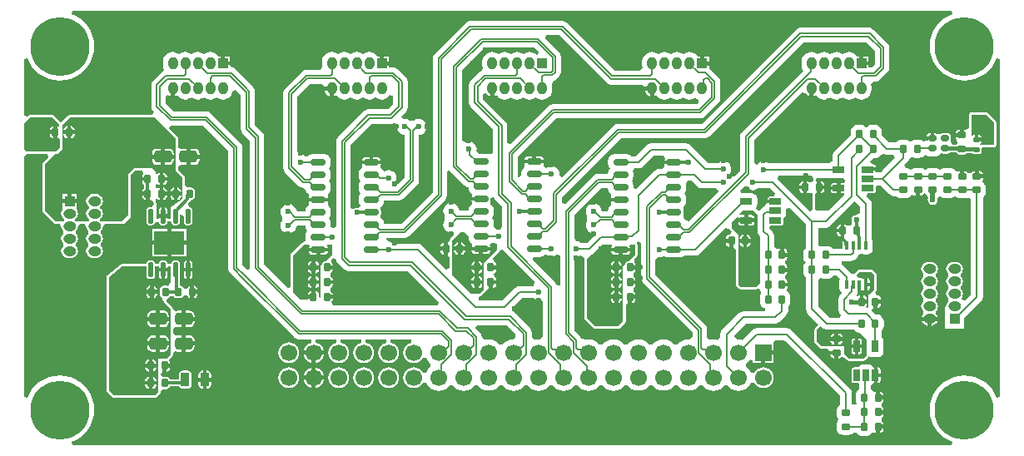
<source format=gtl>
G04*
G04 #@! TF.GenerationSoftware,Altium Limited,Altium Designer,21.8.1 (53)*
G04*
G04 Layer_Physical_Order=1*
G04 Layer_Color=255*
%FSAX44Y44*%
%MOMM*%
G71*
G04*
G04 #@! TF.SameCoordinates,FA5E87E6-E1E0-4C40-9374-903DC783770A*
G04*
G04*
G04 #@! TF.FilePolarity,Positive*
G04*
G01*
G75*
%ADD13C,0.3000*%
%ADD14C,0.4000*%
G04:AMPARAMS|DCode=36|XSize=0.65mm|YSize=1.2mm|CornerRadius=0.0488mm|HoleSize=0mm|Usage=FLASHONLY|Rotation=270.000|XOffset=0mm|YOffset=0mm|HoleType=Round|Shape=RoundedRectangle|*
%AMROUNDEDRECTD36*
21,1,0.6500,1.1025,0,0,270.0*
21,1,0.5525,1.2000,0,0,270.0*
1,1,0.0975,-0.5513,-0.2763*
1,1,0.0975,-0.5513,0.2763*
1,1,0.0975,0.5513,0.2763*
1,1,0.0975,0.5513,-0.2763*
%
%ADD36ROUNDEDRECTD36*%
G04:AMPARAMS|DCode=37|XSize=0.55mm|YSize=0.65mm|CornerRadius=0.1375mm|HoleSize=0mm|Usage=FLASHONLY|Rotation=270.000|XOffset=0mm|YOffset=0mm|HoleType=Round|Shape=RoundedRectangle|*
%AMROUNDEDRECTD37*
21,1,0.5500,0.3750,0,0,270.0*
21,1,0.2750,0.6500,0,0,270.0*
1,1,0.2750,-0.1875,-0.1375*
1,1,0.2750,-0.1875,0.1375*
1,1,0.2750,0.1875,0.1375*
1,1,0.2750,0.1875,-0.1375*
%
%ADD37ROUNDEDRECTD37*%
G04:AMPARAMS|DCode=38|XSize=0.9mm|YSize=1.4mm|CornerRadius=0.225mm|HoleSize=0mm|Usage=FLASHONLY|Rotation=0.000|XOffset=0mm|YOffset=0mm|HoleType=Round|Shape=RoundedRectangle|*
%AMROUNDEDRECTD38*
21,1,0.9000,0.9500,0,0,0.0*
21,1,0.4500,1.4000,0,0,0.0*
1,1,0.4500,0.2250,-0.4750*
1,1,0.4500,-0.2250,-0.4750*
1,1,0.4500,-0.2250,0.4750*
1,1,0.4500,0.2250,0.4750*
%
%ADD38ROUNDEDRECTD38*%
G04:AMPARAMS|DCode=39|XSize=0.7mm|YSize=0.8mm|CornerRadius=0.175mm|HoleSize=0mm|Usage=FLASHONLY|Rotation=270.000|XOffset=0mm|YOffset=0mm|HoleType=Round|Shape=RoundedRectangle|*
%AMROUNDEDRECTD39*
21,1,0.7000,0.4500,0,0,270.0*
21,1,0.3500,0.8000,0,0,270.0*
1,1,0.3500,-0.2250,-0.1750*
1,1,0.3500,-0.2250,0.1750*
1,1,0.3500,0.2250,0.1750*
1,1,0.3500,0.2250,-0.1750*
%
%ADD39ROUNDEDRECTD39*%
G04:AMPARAMS|DCode=40|XSize=1.55mm|YSize=0.6mm|CornerRadius=0.15mm|HoleSize=0mm|Usage=FLASHONLY|Rotation=180.000|XOffset=0mm|YOffset=0mm|HoleType=Round|Shape=RoundedRectangle|*
%AMROUNDEDRECTD40*
21,1,1.5500,0.3000,0,0,180.0*
21,1,1.2500,0.6000,0,0,180.0*
1,1,0.3000,-0.6250,0.1500*
1,1,0.3000,0.6250,0.1500*
1,1,0.3000,0.6250,-0.1500*
1,1,0.3000,-0.6250,-0.1500*
%
%ADD40ROUNDEDRECTD40*%
G04:AMPARAMS|DCode=41|XSize=0.4mm|YSize=0.9mm|CornerRadius=0.1mm|HoleSize=0mm|Usage=FLASHONLY|Rotation=0.000|XOffset=0mm|YOffset=0mm|HoleType=Round|Shape=RoundedRectangle|*
%AMROUNDEDRECTD41*
21,1,0.4000,0.7000,0,0,0.0*
21,1,0.2000,0.9000,0,0,0.0*
1,1,0.2000,0.1000,-0.3500*
1,1,0.2000,-0.1000,-0.3500*
1,1,0.2000,-0.1000,0.3500*
1,1,0.2000,0.1000,0.3500*
%
%ADD41ROUNDEDRECTD41*%
G04:AMPARAMS|DCode=42|XSize=0.65mm|YSize=1.2mm|CornerRadius=0.0488mm|HoleSize=0mm|Usage=FLASHONLY|Rotation=180.000|XOffset=0mm|YOffset=0mm|HoleType=Round|Shape=RoundedRectangle|*
%AMROUNDEDRECTD42*
21,1,0.6500,1.1025,0,0,180.0*
21,1,0.5525,1.2000,0,0,180.0*
1,1,0.0975,-0.2763,0.5513*
1,1,0.0975,0.2763,0.5513*
1,1,0.0975,0.2763,-0.5513*
1,1,0.0975,-0.2763,-0.5513*
%
%ADD42ROUNDEDRECTD42*%
%ADD43R,3.1000X2.4000*%
G04:AMPARAMS|DCode=44|XSize=0.5mm|YSize=1.45mm|CornerRadius=0.125mm|HoleSize=0mm|Usage=FLASHONLY|Rotation=0.000|XOffset=0mm|YOffset=0mm|HoleType=Round|Shape=RoundedRectangle|*
%AMROUNDEDRECTD44*
21,1,0.5000,1.2000,0,0,0.0*
21,1,0.2500,1.4500,0,0,0.0*
1,1,0.2500,0.1250,-0.6000*
1,1,0.2500,-0.1250,-0.6000*
1,1,0.2500,-0.1250,0.6000*
1,1,0.2500,0.1250,0.6000*
%
%ADD44ROUNDEDRECTD44*%
G04:AMPARAMS|DCode=45|XSize=1.8mm|YSize=1.25mm|CornerRadius=0.3125mm|HoleSize=0mm|Usage=FLASHONLY|Rotation=0.000|XOffset=0mm|YOffset=0mm|HoleType=Round|Shape=RoundedRectangle|*
%AMROUNDEDRECTD45*
21,1,1.8000,0.6250,0,0,0.0*
21,1,1.1750,1.2500,0,0,0.0*
1,1,0.6250,0.5875,-0.3125*
1,1,0.6250,-0.5875,-0.3125*
1,1,0.6250,-0.5875,0.3125*
1,1,0.6250,0.5875,0.3125*
%
%ADD45ROUNDEDRECTD45*%
G04:AMPARAMS|DCode=46|XSize=0.7mm|YSize=0.85mm|CornerRadius=0.175mm|HoleSize=0mm|Usage=FLASHONLY|Rotation=0.000|XOffset=0mm|YOffset=0mm|HoleType=Round|Shape=RoundedRectangle|*
%AMROUNDEDRECTD46*
21,1,0.7000,0.5000,0,0,0.0*
21,1,0.3500,0.8500,0,0,0.0*
1,1,0.3500,0.1750,-0.2500*
1,1,0.3500,-0.1750,-0.2500*
1,1,0.3500,-0.1750,0.2500*
1,1,0.3500,0.1750,0.2500*
%
%ADD46ROUNDEDRECTD46*%
G04:AMPARAMS|DCode=47|XSize=0.7mm|YSize=0.85mm|CornerRadius=0.175mm|HoleSize=0mm|Usage=FLASHONLY|Rotation=270.000|XOffset=0mm|YOffset=0mm|HoleType=Round|Shape=RoundedRectangle|*
%AMROUNDEDRECTD47*
21,1,0.7000,0.5000,0,0,270.0*
21,1,0.3500,0.8500,0,0,270.0*
1,1,0.3500,-0.2500,-0.1750*
1,1,0.3500,-0.2500,0.1750*
1,1,0.3500,0.2500,0.1750*
1,1,0.3500,0.2500,-0.1750*
%
%ADD47ROUNDEDRECTD47*%
%ADD48C,0.1460*%
%ADD49C,0.1458*%
%ADD50C,0.2060*%
%ADD51C,0.1623*%
%ADD52C,0.5000*%
%ADD53R,1.0000X1.0000*%
%ADD54O,1.3000X1.0000*%
%ADD55R,1.0000X1.0000*%
%ADD56O,1.0000X1.3000*%
%ADD57C,1.7000*%
%ADD58R,1.7000X1.7000*%
%ADD59C,6.0000*%
%ADD60C,0.6000*%
G36*
X00527161Y00404578D02*
X00526014Y00401199D01*
X00525257Y00401100D01*
X00525232Y00401132D01*
X00523143Y00402735D01*
X00520710Y00403743D01*
X00518100Y00404086D01*
X00515490Y00403743D01*
X00513057Y00402735D01*
X00511750Y00401732D01*
X00510443Y00402735D01*
X00508010Y00403743D01*
X00505400Y00404086D01*
X00502789Y00403743D01*
X00500357Y00402735D01*
X00499050Y00401732D01*
X00497743Y00402735D01*
X00495311Y00403743D01*
X00492700Y00404086D01*
X00490089Y00403743D01*
X00487657Y00402735D01*
X00486350Y00401732D01*
X00485043Y00402735D01*
X00482611Y00403743D01*
X00480000Y00404086D01*
X00477389Y00403743D01*
X00474957Y00402735D01*
X00472868Y00401132D01*
X00471265Y00399043D01*
X00470257Y00396610D01*
X00469914Y00394000D01*
Y00391000D01*
X00470257Y00388390D01*
X00470677Y00387376D01*
X00469785Y00385708D01*
X00467890Y00384441D01*
X00467890Y00384441D01*
X00458059Y00374610D01*
X00456792Y00372715D01*
X00456348Y00370480D01*
X00456348Y00370479D01*
Y00352825D01*
X00456348Y00352825D01*
X00456792Y00350589D01*
X00458059Y00348694D01*
X00480894Y00325859D01*
Y00301712D01*
X00478988Y00300492D01*
X00477694Y00300016D01*
X00476447Y00300533D01*
X00474750Y00300756D01*
X00466393D01*
X00465270Y00301770D01*
X00463956Y00303671D01*
X00464147Y00305122D01*
X00463872Y00307210D01*
X00463066Y00309156D01*
X00461784Y00310828D01*
X00460113Y00312110D01*
X00458167Y00312916D01*
X00456078Y00313191D01*
X00453990Y00312916D01*
X00452511Y00312303D01*
X00450854Y00312953D01*
X00449311Y00314046D01*
Y00385687D01*
X00472553Y00408930D01*
X00522809D01*
X00527161Y00404578D01*
D02*
G37*
G36*
X00869241Y00405115D02*
Y00391343D01*
X00866032Y00388134D01*
X00862400D01*
Y00390700D01*
X00855400D01*
Y00392700D01*
X00853400D01*
Y00399700D01*
X00851084D01*
X00849832Y00401332D01*
X00847743Y00402935D01*
X00845311Y00403943D01*
X00842700Y00404286D01*
X00840089Y00403943D01*
X00837657Y00402935D01*
X00836350Y00401932D01*
X00835043Y00402935D01*
X00832610Y00403943D01*
X00830000Y00404286D01*
X00827390Y00403943D01*
X00824957Y00402935D01*
X00823650Y00401932D01*
X00822343Y00402935D01*
X00819911Y00403943D01*
X00817300Y00404286D01*
X00814689Y00403943D01*
X00812257Y00402935D01*
X00810950Y00401932D01*
X00809643Y00402935D01*
X00807210Y00403943D01*
X00804600Y00404286D01*
X00801990Y00403943D01*
X00799557Y00402935D01*
X00797468Y00401332D01*
X00795865Y00399243D01*
X00794857Y00396810D01*
X00794514Y00394200D01*
Y00391200D01*
X00794857Y00388590D01*
X00795865Y00386157D01*
X00796540Y00385277D01*
X00733348Y00322085D01*
X00732082Y00320190D01*
X00731637Y00317954D01*
X00731637Y00317954D01*
Y00283757D01*
X00725711Y00277831D01*
X00722197Y00278486D01*
X00721534Y00280373D01*
X00721988Y00280965D01*
X00722794Y00282912D01*
X00723069Y00285000D01*
X00722794Y00287088D01*
X00721988Y00289035D01*
X00720706Y00290706D01*
X00719035Y00291988D01*
X00717088Y00292794D01*
X00715000Y00293069D01*
X00712912Y00292794D01*
X00710965Y00291988D01*
X00709871Y00291148D01*
X00699322D01*
X00681123Y00309347D01*
X00679128Y00310680D01*
X00676776Y00311148D01*
X00676776Y00311148D01*
X00641596D01*
X00639244Y00310680D01*
X00637249Y00309347D01*
X00637249Y00309347D01*
X00625999Y00298098D01*
X00621370D01*
X00620028Y00299128D01*
X00618447Y00299783D01*
X00616750Y00300006D01*
X00604250D01*
X00602553Y00299783D01*
X00600972Y00299128D01*
X00599614Y00298086D01*
X00598572Y00296728D01*
X00597917Y00295147D01*
X00597694Y00293450D01*
Y00290450D01*
X00597917Y00288753D01*
X00598572Y00287172D01*
X00599489Y00285600D01*
X00598572Y00284028D01*
X00597917Y00282447D01*
X00597694Y00280750D01*
Y00280105D01*
X00586893D01*
X00586892Y00280105D01*
X00584657Y00279661D01*
X00582762Y00278395D01*
X00582762Y00278395D01*
X00553798Y00249431D01*
X00550841Y00250655D01*
Y00256599D01*
X00610983Y00316741D01*
X00696557D01*
X00696558Y00316741D01*
X00698793Y00317186D01*
X00700688Y00318452D01*
X00796477Y00414241D01*
X00860115D01*
X00869241Y00405115D01*
D02*
G37*
G36*
X00947538Y00442722D02*
X00944061Y00441282D01*
X00939364Y00438403D01*
X00935175Y00434825D01*
X00931597Y00430636D01*
X00928718Y00425939D01*
X00926610Y00420849D01*
X00925324Y00415492D01*
X00924892Y00410000D01*
X00925324Y00404508D01*
X00926610Y00399151D01*
X00928718Y00394061D01*
X00931597Y00389364D01*
X00935175Y00385175D01*
X00939364Y00381597D01*
X00944061Y00378718D01*
X00949151Y00376610D01*
X00954508Y00375324D01*
X00960000Y00374892D01*
X00965492Y00375324D01*
X00970849Y00376610D01*
X00975939Y00378718D01*
X00980636Y00381597D01*
X00984825Y00385175D01*
X00988403Y00389364D01*
X00991282Y00394061D01*
X00992722Y00397538D01*
X00995922Y00396901D01*
Y00053099D01*
X00992722Y00052462D01*
X00991282Y00055939D01*
X00988403Y00060636D01*
X00984825Y00064825D01*
X00980636Y00068403D01*
X00975939Y00071282D01*
X00970849Y00073390D01*
X00965492Y00074676D01*
X00960000Y00075108D01*
X00954508Y00074676D01*
X00949151Y00073390D01*
X00944061Y00071282D01*
X00939364Y00068403D01*
X00935175Y00064825D01*
X00931597Y00060636D01*
X00928718Y00055939D01*
X00926610Y00050849D01*
X00925324Y00045492D01*
X00924892Y00040000D01*
X00925324Y00034508D01*
X00926610Y00029151D01*
X00928718Y00024061D01*
X00931597Y00019364D01*
X00935175Y00015175D01*
X00939364Y00011597D01*
X00944061Y00008718D01*
X00947538Y00007278D01*
X00946901Y00004078D01*
X00053099D01*
X00052462Y00007278D01*
X00055939Y00008718D01*
X00060636Y00011597D01*
X00064825Y00015175D01*
X00068403Y00019364D01*
X00071282Y00024061D01*
X00073390Y00029151D01*
X00074676Y00034508D01*
X00075108Y00040000D01*
X00074676Y00045492D01*
X00073390Y00050849D01*
X00071282Y00055939D01*
X00068403Y00060636D01*
X00064825Y00064825D01*
X00060636Y00068403D01*
X00055939Y00071282D01*
X00050849Y00073390D01*
X00045492Y00074676D01*
X00040000Y00075108D01*
X00034508Y00074676D01*
X00029151Y00073390D01*
X00024061Y00071282D01*
X00019364Y00068403D01*
X00015175Y00064825D01*
X00011597Y00060636D01*
X00008718Y00055939D01*
X00007278Y00052462D01*
X00004078Y00053099D01*
Y00297582D01*
X00004375Y00298068D01*
X00006695Y00300076D01*
X00027290D01*
X00028514Y00297119D01*
X00023198Y00291802D01*
X00022645Y00290975D01*
X00022451Y00290000D01*
Y00242500D01*
X00022645Y00241525D01*
X00023198Y00240698D01*
X00034246Y00229649D01*
X00035073Y00229097D01*
X00036049Y00228902D01*
X00039859D01*
X00041440Y00227100D01*
X00041680Y00225273D01*
X00042386Y00223570D01*
X00043508Y00222108D01*
Y00219392D01*
X00042386Y00217930D01*
X00041680Y00216227D01*
X00041440Y00214400D01*
X00041680Y00212573D01*
X00042386Y00210870D01*
X00043508Y00209408D01*
Y00206692D01*
X00042386Y00205230D01*
X00041680Y00203527D01*
X00041440Y00201700D01*
X00041680Y00199873D01*
X00042386Y00198170D01*
X00043508Y00196708D01*
X00044970Y00195585D01*
X00046673Y00194880D01*
X00048500Y00194640D01*
X00051500D01*
X00053327Y00194880D01*
X00055030Y00195585D01*
X00056492Y00196708D01*
X00057614Y00198170D01*
X00058320Y00199873D01*
X00058560Y00201700D01*
X00058320Y00203527D01*
X00057614Y00205230D01*
X00056492Y00206692D01*
Y00209408D01*
X00057614Y00210870D01*
X00058320Y00212573D01*
X00058560Y00214400D01*
X00058320Y00216227D01*
X00057614Y00217930D01*
X00056492Y00219392D01*
Y00222108D01*
X00057614Y00223570D01*
X00058320Y00225273D01*
X00058560Y00227100D01*
X00060141Y00228902D01*
X00065259D01*
X00066840Y00227100D01*
X00067080Y00225273D01*
X00067786Y00223570D01*
X00068908Y00222108D01*
Y00219392D01*
X00067786Y00217930D01*
X00067080Y00216227D01*
X00066840Y00214400D01*
X00067080Y00212573D01*
X00067786Y00210870D01*
X00068908Y00209408D01*
Y00206692D01*
X00067786Y00205230D01*
X00067080Y00203527D01*
X00066840Y00201700D01*
X00067080Y00199873D01*
X00067786Y00198170D01*
X00068908Y00196708D01*
X00070370Y00195585D01*
X00072073Y00194880D01*
X00073900Y00194640D01*
X00076900D01*
X00078727Y00194880D01*
X00080430Y00195585D01*
X00081892Y00196708D01*
X00083014Y00198170D01*
X00083720Y00199873D01*
X00083960Y00201700D01*
X00083720Y00203527D01*
X00083014Y00205230D01*
X00081892Y00206692D01*
Y00209408D01*
X00083014Y00210870D01*
X00083720Y00212573D01*
X00083960Y00214400D01*
X00083720Y00216227D01*
X00083014Y00217930D01*
X00081892Y00219392D01*
Y00222108D01*
X00083014Y00223570D01*
X00083720Y00225273D01*
X00083960Y00227100D01*
X00085541Y00228902D01*
X00103303D01*
X00104278Y00229097D01*
X00105105Y00229649D01*
X00111802Y00236346D01*
X00112355Y00237173D01*
X00112549Y00238148D01*
Y00278944D01*
X00117176Y00283571D01*
X00124326D01*
X00125297Y00280371D01*
X00125046Y00280204D01*
X00124218Y00278963D01*
X00123926Y00277500D01*
Y00277000D01*
X00129500D01*
Y00273000D01*
X00123926D01*
Y00272500D01*
X00124218Y00271037D01*
X00125046Y00269796D01*
X00125909Y00269220D01*
X00126113Y00267500D01*
X00125909Y00265780D01*
X00125046Y00265204D01*
X00124218Y00263963D01*
X00123926Y00262500D01*
Y00262000D01*
X00129500D01*
Y00260000D01*
X00131500D01*
Y00253726D01*
X00132097Y00253845D01*
X00134280Y00252681D01*
X00135297Y00251846D01*
Y00251497D01*
X00135301Y00251480D01*
X00135297Y00251463D01*
X00135398Y00250993D01*
X00135491Y00250521D01*
X00135501Y00250507D01*
X00135504Y00250490D01*
X00135778Y00250093D01*
X00136044Y00249694D01*
X00134246Y00247064D01*
X00133700Y00246564D01*
X00131200D01*
X00129932Y00246311D01*
X00128857Y00245593D01*
X00128139Y00244518D01*
X00127886Y00243250D01*
Y00231250D01*
X00128139Y00229982D01*
X00128857Y00228907D01*
X00129932Y00228189D01*
X00131200Y00227936D01*
X00133700D01*
X00134968Y00228189D01*
X00136043Y00228907D01*
X00136761Y00229982D01*
Y00229982D01*
X00137463Y00231065D01*
X00139234Y00231170D01*
X00140611Y00231124D01*
X00140839Y00229982D01*
X00141557Y00228907D01*
X00142632Y00228189D01*
X00143900Y00227936D01*
X00146400D01*
X00147668Y00228189D01*
X00148743Y00228907D01*
X00149461Y00229982D01*
X00149714Y00231250D01*
Y00231535D01*
X00152859D01*
X00152923Y00231548D01*
X00153286Y00231250D01*
X00153539Y00229982D01*
X00154257Y00228907D01*
X00155332Y00228189D01*
X00156600Y00227936D01*
X00159100D01*
X00160368Y00228189D01*
X00161443Y00228907D01*
X00162161Y00229982D01*
X00162414Y00231250D01*
Y00238580D01*
X00162786Y00238829D01*
X00165986Y00237119D01*
Y00231250D01*
X00166239Y00229982D01*
X00166957Y00228907D01*
X00168032Y00228189D01*
X00169300Y00227936D01*
X00171800D01*
X00173068Y00228189D01*
X00174143Y00228907D01*
X00174861Y00229982D01*
X00175114Y00231250D01*
Y00243250D01*
X00174861Y00244518D01*
X00174143Y00245593D01*
X00173068Y00246311D01*
X00171955Y00246533D01*
X00171646Y00246997D01*
X00170660Y00249764D01*
X00172678Y00251781D01*
X00173451Y00252939D01*
X00173598Y00253677D01*
X00173750D01*
X00175213Y00253968D01*
X00176454Y00254796D01*
X00177282Y00256037D01*
X00177574Y00257500D01*
Y00262500D01*
X00177282Y00263963D01*
X00176454Y00265204D01*
X00175213Y00266032D01*
X00173750Y00266324D01*
X00170749D01*
X00169893Y00266646D01*
X00167549Y00268761D01*
X00167549Y00276562D01*
X00167355Y00277537D01*
X00166802Y00278364D01*
X00160782Y00284385D01*
X00160877Y00287675D01*
X00161549Y00288235D01*
X00163761Y00289421D01*
X00165125Y00289150D01*
X00169000D01*
Y00297500D01*
Y00305850D01*
X00165125D01*
X00163678Y00305562D01*
X00161591Y00306649D01*
X00160467Y00307525D01*
X00160420Y00316152D01*
X00160321Y00316635D01*
X00160226Y00317113D01*
X00160222Y00317119D01*
X00160221Y00317126D01*
X00159947Y00317530D01*
X00159673Y00317940D01*
X00151537Y00326077D01*
X00152074Y00327889D01*
X00152981Y00329158D01*
X00186099D01*
X00211428Y00303829D01*
Y00183300D01*
X00211428Y00183300D01*
X00211873Y00181065D01*
X00213139Y00179169D01*
X00221893Y00170415D01*
X00278920Y00113388D01*
X00278920Y00113388D01*
X00280816Y00112121D01*
X00283051Y00111677D01*
X00296087D01*
X00296297Y00108477D01*
X00295559Y00108380D01*
X00293005Y00107322D01*
X00290811Y00105639D01*
X00289128Y00103445D01*
X00288070Y00100891D01*
X00287973Y00100150D01*
X00298300D01*
X00308627D01*
X00308530Y00100891D01*
X00307472Y00103445D01*
X00305789Y00105639D01*
X00303595Y00107322D01*
X00301041Y00108380D01*
X00300303Y00108477D01*
X00300513Y00111677D01*
X00321487D01*
X00321697Y00108477D01*
X00320959Y00108380D01*
X00318405Y00107322D01*
X00316211Y00105639D01*
X00314528Y00103445D01*
X00313470Y00100891D01*
X00313109Y00098150D01*
X00313470Y00095409D01*
X00314528Y00092855D01*
X00316211Y00090661D01*
X00318405Y00088978D01*
X00320959Y00087920D01*
X00323700Y00087559D01*
X00326441Y00087920D01*
X00328995Y00088978D01*
X00331189Y00090661D01*
X00332872Y00092855D01*
X00333930Y00095409D01*
X00334291Y00098150D01*
X00333930Y00100891D01*
X00332872Y00103445D01*
X00331189Y00105639D01*
X00328995Y00107322D01*
X00326441Y00108380D01*
X00325703Y00108477D01*
X00325913Y00111677D01*
X00346887D01*
X00347097Y00108477D01*
X00346359Y00108380D01*
X00343805Y00107322D01*
X00341611Y00105639D01*
X00339928Y00103445D01*
X00338870Y00100891D01*
X00338509Y00098150D01*
X00338870Y00095409D01*
X00339928Y00092855D01*
X00341611Y00090661D01*
X00343805Y00088978D01*
X00346359Y00087920D01*
X00349100Y00087559D01*
X00351841Y00087920D01*
X00354395Y00088978D01*
X00356589Y00090661D01*
X00358272Y00092855D01*
X00359330Y00095409D01*
X00359691Y00098150D01*
X00359330Y00100891D01*
X00358272Y00103445D01*
X00356589Y00105639D01*
X00354395Y00107322D01*
X00351841Y00108380D01*
X00351103Y00108477D01*
X00351313Y00111677D01*
X00372287D01*
X00372497Y00108477D01*
X00371759Y00108380D01*
X00369205Y00107322D01*
X00367011Y00105639D01*
X00365328Y00103445D01*
X00364270Y00100891D01*
X00363909Y00098150D01*
X00364270Y00095409D01*
X00365328Y00092855D01*
X00367011Y00090661D01*
X00369205Y00088978D01*
X00371759Y00087920D01*
X00374500Y00087559D01*
X00377241Y00087920D01*
X00379795Y00088978D01*
X00381989Y00090661D01*
X00383672Y00092855D01*
X00384730Y00095409D01*
X00385091Y00098150D01*
X00384730Y00100891D01*
X00383672Y00103445D01*
X00381989Y00105639D01*
X00379795Y00107322D01*
X00377241Y00108380D01*
X00376503Y00108477D01*
X00376713Y00111677D01*
X00397687D01*
X00397897Y00108477D01*
X00397159Y00108380D01*
X00394605Y00107322D01*
X00392411Y00105639D01*
X00390728Y00103445D01*
X00389670Y00100891D01*
X00389309Y00098150D01*
X00389670Y00095409D01*
X00390728Y00092855D01*
X00392411Y00090661D01*
X00394605Y00088978D01*
X00397159Y00087920D01*
X00399900Y00087559D01*
X00402641Y00087920D01*
X00405195Y00088978D01*
X00407389Y00090661D01*
X00409072Y00092855D01*
X00409245Y00093272D01*
X00412708Y00093272D01*
X00413508Y00091342D01*
X00415672Y00088522D01*
X00417153Y00087385D01*
X00417289Y00087097D01*
Y00083803D01*
X00417153Y00083515D01*
X00415672Y00082378D01*
X00413508Y00079558D01*
X00412708Y00077628D01*
X00409245Y00077628D01*
X00409072Y00078045D01*
X00407389Y00080239D01*
X00405195Y00081922D01*
X00402641Y00082980D01*
X00399900Y00083341D01*
X00397159Y00082980D01*
X00394605Y00081922D01*
X00392411Y00080239D01*
X00390728Y00078045D01*
X00389670Y00075491D01*
X00389309Y00072750D01*
X00389670Y00070009D01*
X00390728Y00067455D01*
X00392411Y00065261D01*
X00394605Y00063578D01*
X00397159Y00062520D01*
X00399900Y00062159D01*
X00402641Y00062520D01*
X00405195Y00063578D01*
X00407389Y00065261D01*
X00409072Y00067455D01*
X00409245Y00067872D01*
X00412708Y00067872D01*
X00413508Y00065942D01*
X00415672Y00063122D01*
X00418492Y00060958D01*
X00421776Y00059598D01*
X00425300Y00059134D01*
X00428824Y00059598D01*
X00432108Y00060958D01*
X00434928Y00063122D01*
X00436065Y00064603D01*
X00436353Y00064739D01*
X00439647D01*
X00439935Y00064603D01*
X00441072Y00063122D01*
X00443892Y00060958D01*
X00447176Y00059598D01*
X00450700Y00059134D01*
X00454224Y00059598D01*
X00457508Y00060958D01*
X00460328Y00063122D01*
X00461465Y00064603D01*
X00461754Y00064739D01*
X00465047D01*
X00465335Y00064603D01*
X00466472Y00063122D01*
X00469292Y00060958D01*
X00472576Y00059598D01*
X00476100Y00059134D01*
X00479624Y00059598D01*
X00482908Y00060958D01*
X00485728Y00063122D01*
X00486865Y00064603D01*
X00487154Y00064739D01*
X00490447D01*
X00490735Y00064603D01*
X00491872Y00063122D01*
X00494692Y00060958D01*
X00497976Y00059598D01*
X00501500Y00059134D01*
X00505024Y00059598D01*
X00508308Y00060958D01*
X00511128Y00063122D01*
X00512265Y00064603D01*
X00512553Y00064739D01*
X00515847D01*
X00516135Y00064603D01*
X00517272Y00063122D01*
X00520092Y00060958D01*
X00523376Y00059598D01*
X00526900Y00059134D01*
X00530424Y00059598D01*
X00533708Y00060958D01*
X00536528Y00063122D01*
X00537665Y00064603D01*
X00537953Y00064739D01*
X00541247D01*
X00541535Y00064603D01*
X00542672Y00063122D01*
X00545492Y00060958D01*
X00548776Y00059598D01*
X00552300Y00059134D01*
X00555824Y00059598D01*
X00559108Y00060958D01*
X00561928Y00063122D01*
X00563065Y00064603D01*
X00563354Y00064739D01*
X00566647D01*
X00566935Y00064603D01*
X00568072Y00063122D01*
X00570892Y00060958D01*
X00574176Y00059598D01*
X00577700Y00059134D01*
X00581224Y00059598D01*
X00584508Y00060958D01*
X00587328Y00063122D01*
X00588465Y00064603D01*
X00588754Y00064739D01*
X00592047D01*
X00592335Y00064603D01*
X00593472Y00063122D01*
X00596292Y00060958D01*
X00599576Y00059598D01*
X00603100Y00059134D01*
X00606624Y00059598D01*
X00609908Y00060958D01*
X00612728Y00063122D01*
X00613865Y00064603D01*
X00614154Y00064739D01*
X00617447D01*
X00617735Y00064603D01*
X00618872Y00063122D01*
X00621692Y00060958D01*
X00624976Y00059598D01*
X00628500Y00059134D01*
X00632024Y00059598D01*
X00635308Y00060958D01*
X00638128Y00063122D01*
X00639265Y00064603D01*
X00639553Y00064739D01*
X00642847D01*
X00643135Y00064603D01*
X00644272Y00063122D01*
X00647092Y00060958D01*
X00650376Y00059598D01*
X00653900Y00059134D01*
X00657424Y00059598D01*
X00660708Y00060958D01*
X00663528Y00063122D01*
X00664665Y00064603D01*
X00664954Y00064739D01*
X00668247D01*
X00668535Y00064603D01*
X00669672Y00063122D01*
X00672492Y00060958D01*
X00675776Y00059598D01*
X00679300Y00059134D01*
X00682824Y00059598D01*
X00686108Y00060958D01*
X00688928Y00063122D01*
X00690065Y00064603D01*
X00690353Y00064739D01*
X00693647D01*
X00693935Y00064603D01*
X00695072Y00063122D01*
X00697892Y00060958D01*
X00701176Y00059598D01*
X00704700Y00059134D01*
X00708224Y00059598D01*
X00711508Y00060958D01*
X00714328Y00063122D01*
X00715465Y00064603D01*
X00715753Y00064739D01*
X00719047D01*
X00719335Y00064603D01*
X00720472Y00063122D01*
X00723292Y00060958D01*
X00726576Y00059598D01*
X00730100Y00059134D01*
X00733624Y00059598D01*
X00736908Y00060958D01*
X00739728Y00063122D01*
X00741892Y00065942D01*
X00742692Y00067872D01*
X00746155Y00067872D01*
X00746328Y00067455D01*
X00748011Y00065261D01*
X00750205Y00063578D01*
X00752759Y00062520D01*
X00755500Y00062159D01*
X00758241Y00062520D01*
X00760795Y00063578D01*
X00762989Y00065261D01*
X00764672Y00067455D01*
X00765730Y00070009D01*
X00766091Y00072750D01*
X00765730Y00075491D01*
X00764672Y00078045D01*
X00762989Y00080239D01*
X00760795Y00081922D01*
X00758241Y00082980D01*
X00755500Y00083341D01*
X00752759Y00082980D01*
X00750205Y00081922D01*
X00748011Y00080239D01*
X00746328Y00078045D01*
X00746155Y00077628D01*
X00742692Y00077628D01*
X00741892Y00079558D01*
X00739728Y00082378D01*
X00738247Y00083515D01*
X00738111Y00083804D01*
X00738111Y00087097D01*
X00738247Y00087384D01*
X00739729Y00088522D01*
X00741800Y00091221D01*
X00742119Y00091250D01*
X00745000Y00090311D01*
Y00087650D01*
X00753500D01*
Y00098150D01*
X00755500D01*
Y00100150D01*
X00766000D01*
Y00108650D01*
X00768288Y00110852D01*
X00777040D01*
X00833352Y00054540D01*
Y00044459D01*
X00832186Y00043564D01*
X00831104Y00042154D01*
X00830424Y00040512D01*
X00830192Y00038750D01*
Y00035250D01*
X00830424Y00033488D01*
X00831104Y00031846D01*
X00831979Y00030000D01*
X00831104Y00028154D01*
X00830424Y00026512D01*
X00830192Y00024750D01*
Y00021250D01*
X00830424Y00019488D01*
X00831104Y00017846D01*
X00832186Y00016436D01*
X00833596Y00015354D01*
X00835238Y00014674D01*
X00837000Y00014442D01*
X00842000D01*
X00843762Y00014674D01*
X00845404Y00015354D01*
X00846814Y00016436D01*
X00847057Y00016752D01*
X00850714D01*
X00851686Y00015486D01*
X00853096Y00014404D01*
X00854738Y00013724D01*
X00856500Y00013492D01*
X00860000D01*
X00861762Y00013724D01*
X00863404Y00014404D01*
X00864814Y00015486D01*
X00865105Y00015865D01*
X00866659Y00016865D01*
X00869037Y00016767D01*
X00870250Y00016526D01*
Y00022800D01*
X00872250D01*
Y00024800D01*
X00877823D01*
Y00025300D01*
X00877532Y00026763D01*
X00876704Y00028004D01*
X00876152Y00028372D01*
X00875900Y00029502D01*
Y00030798D01*
X00876152Y00031928D01*
X00876704Y00032296D01*
X00877532Y00033537D01*
X00877823Y00035000D01*
Y00035500D01*
X00872250D01*
Y00039500D01*
X00877823D01*
Y00040000D01*
X00877532Y00041463D01*
X00876704Y00042703D01*
X00875841Y00043280D01*
X00875637Y00045000D01*
X00875841Y00046720D01*
X00876704Y00047296D01*
X00877532Y00048537D01*
X00877823Y00050000D01*
Y00050500D01*
X00872250D01*
Y00052500D01*
X00870250D01*
Y00058774D01*
X00869037Y00058532D01*
X00868025Y00058491D01*
X00865273Y00060992D01*
Y00064815D01*
X00866719Y00065781D01*
X00867668Y00067201D01*
X00867668D01*
X00867932Y00067596D01*
X00868358Y00069737D01*
Y00075250D01*
Y00080762D01*
X00867932Y00082904D01*
X00867668Y00083299D01*
X00867668D01*
X00866719Y00084719D01*
X00864904Y00085932D01*
X00862763Y00086357D01*
X00857237D01*
X00855096Y00085932D01*
X00853281Y00084719D01*
X00852332Y00083299D01*
X00847738D01*
X00846767Y00083106D01*
X00845944Y00082556D01*
X00845394Y00081733D01*
X00845201Y00080763D01*
Y00069738D01*
X00845394Y00068767D01*
X00845944Y00067944D01*
X00846767Y00067394D01*
X00847738Y00067201D01*
X00852332D01*
X00852977Y00066237D01*
Y00060805D01*
X00851686Y00059814D01*
X00850604Y00058404D01*
X00849924Y00056762D01*
X00849692Y00055000D01*
Y00050000D01*
X00849924Y00048238D01*
X00850604Y00046596D01*
X00850644Y00046530D01*
X00850284Y00045882D01*
X00846274Y00045247D01*
X00845648Y00045831D01*
Y00057087D01*
X00845180Y00059439D01*
X00843847Y00061434D01*
X00843847Y00061434D01*
X00783934Y00121347D01*
X00781939Y00122680D01*
X00779587Y00123148D01*
X00779586Y00123148D01*
X00748951D01*
X00748951Y00123148D01*
X00746598Y00122680D01*
X00744603Y00121347D01*
X00744603Y00121347D01*
X00734285Y00111029D01*
X00733625Y00111302D01*
X00730101Y00111767D01*
X00729133Y00111639D01*
X00725979Y00114028D01*
X00725761Y00116066D01*
X00737547Y00127852D01*
X00767750D01*
X00767750Y00127852D01*
X00770103Y00128320D01*
X00772097Y00129653D01*
X00778847Y00136403D01*
X00778847Y00136403D01*
X00780180Y00138397D01*
X00780648Y00140750D01*
Y00144867D01*
X00781064Y00145186D01*
X00782146Y00146596D01*
X00782826Y00148238D01*
X00783058Y00150000D01*
Y00155000D01*
X00782826Y00156762D01*
X00782146Y00158404D01*
X00781064Y00159814D01*
X00780923Y00159923D01*
X00779680Y00161421D01*
X00779782Y00163537D01*
X00779782Y00163537D01*
X00779859Y00163923D01*
X00780073Y00165000D01*
Y00165500D01*
X00774500D01*
Y00169500D01*
X00780073D01*
Y00170000D01*
X00779782Y00171463D01*
X00778954Y00172704D01*
X00778091Y00173280D01*
X00777887Y00175000D01*
X00778091Y00176720D01*
X00778954Y00177296D01*
X00779782Y00178537D01*
X00780073Y00180000D01*
Y00180500D01*
X00774500D01*
Y00184500D01*
X00780073D01*
Y00185000D01*
X00779782Y00186463D01*
X00778954Y00187704D01*
X00778091Y00188280D01*
X00777887Y00190000D01*
X00778091Y00191720D01*
X00778954Y00192296D01*
X00779782Y00193537D01*
X00780073Y00195000D01*
Y00195500D01*
X00774500D01*
Y00197500D01*
X00772500D01*
Y00203774D01*
X00771287Y00203532D01*
X00769149Y00203445D01*
X00766648Y00205646D01*
Y00217000D01*
X00766648Y00217000D01*
X00766180Y00219353D01*
X00764847Y00221347D01*
X00764847Y00221347D01*
X00761969Y00224225D01*
X00762077Y00227569D01*
X00762238Y00227701D01*
X00773262D01*
X00774233Y00227894D01*
X00775056Y00228444D01*
X00775606Y00229267D01*
X00775799Y00230237D01*
Y00234832D01*
X00777219Y00235781D01*
X00778432Y00237596D01*
X00778857Y00239737D01*
Y00244458D01*
X00780820Y00245632D01*
X00781989Y00245852D01*
X00798852Y00228989D01*
Y00205133D01*
X00798436Y00204814D01*
X00797354Y00203404D01*
X00796674Y00201762D01*
X00796442Y00200000D01*
Y00195000D01*
X00796674Y00193238D01*
X00797354Y00191596D01*
X00798436Y00190186D01*
X00797354Y00188404D01*
X00796674Y00186762D01*
X00796442Y00185000D01*
Y00180000D01*
X00796674Y00178238D01*
X00797354Y00176596D01*
X00798436Y00175186D01*
X00798852Y00174867D01*
Y00142500D01*
X00798852Y00142500D01*
X00799320Y00140147D01*
X00800653Y00138153D01*
X00811852Y00126953D01*
X00811837Y00126802D01*
X00808447Y00123413D01*
X00807895Y00122586D01*
X00807895Y00122586D01*
X00807895Y00122585D01*
X00807701Y00121610D01*
X00807701Y00109250D01*
X00807895Y00108274D01*
X00807895Y00108274D01*
X00808448Y00107447D01*
X00812948Y00102948D01*
X00813775Y00102395D01*
X00814750Y00102201D01*
X00821072Y00102201D01*
X00822773Y00100601D01*
X00823112Y00100000D01*
X00830000D01*
Y00098000D01*
X00832000D01*
Y00092427D01*
X00832500D01*
X00833963Y00092718D01*
X00835204Y00093546D01*
X00838670Y00092975D01*
X00840948Y00090698D01*
X00841775Y00090145D01*
X00842750Y00089951D01*
X00857250D01*
X00858225Y00090145D01*
X00859052Y00090698D01*
X00861162Y00092807D01*
X00862052Y00093698D01*
X00862053Y00093698D01*
X00862605Y00094525D01*
X00864596Y00094068D01*
X00866738Y00093643D01*
X00872262D01*
X00874404Y00094068D01*
X00876219Y00095281D01*
X00877432Y00097096D01*
X00877858Y00099237D01*
Y00110262D01*
X00877432Y00112404D01*
X00876219Y00114219D01*
X00875648Y00114600D01*
Y00119867D01*
X00876064Y00120186D01*
X00877146Y00121596D01*
X00877826Y00123238D01*
X00878058Y00125000D01*
Y00130000D01*
X00877826Y00131762D01*
X00877146Y00133404D01*
X00876064Y00134814D01*
X00874654Y00135896D01*
X00873012Y00136576D01*
X00871250Y00136808D01*
X00869637D01*
X00866228Y00140217D01*
X00866210Y00140236D01*
X00865587Y00141037D01*
X00867180Y00143790D01*
X00867500Y00143726D01*
Y00150000D01*
X00869500D01*
Y00152000D01*
X00875073D01*
Y00152500D01*
X00874782Y00153963D01*
X00873954Y00155204D01*
X00872713Y00156032D01*
X00871250Y00156323D01*
X00870405D01*
X00869080Y00159523D01*
X00870254Y00160698D01*
X00870807Y00161525D01*
X00871001Y00162500D01*
X00871001Y00177500D01*
X00871001Y00177500D01*
X00871001Y00177500D01*
X00870885Y00178082D01*
X00870807Y00178475D01*
X00870807Y00178475D01*
X00870807Y00178476D01*
X00870391Y00179098D01*
X00870254Y00179302D01*
X00870254Y00179302D01*
X00870254Y00179303D01*
X00867754Y00181802D01*
X00867183Y00182183D01*
X00866927Y00182355D01*
X00866927Y00182355D01*
X00866927Y00182355D01*
X00866367Y00182466D01*
X00865952Y00182549D01*
X00852978Y00182549D01*
X00852973Y00182548D01*
X00852967Y00182549D01*
X00852488Y00182451D01*
X00852003Y00182355D01*
X00851998Y00182352D01*
X00851993Y00182351D01*
X00851584Y00182075D01*
X00851176Y00181802D01*
X00851173Y00181798D01*
X00851168Y00181795D01*
X00848895Y00179502D01*
X00848817Y00179383D01*
X00848708Y00179291D01*
X00848601Y00179081D01*
X00847969Y00178861D01*
X00846360Y00178551D01*
X00845063Y00178650D01*
X00844597Y00179347D01*
X00837097Y00186847D01*
X00835103Y00188180D01*
X00835560Y00191352D01*
X00844250D01*
X00844250Y00191352D01*
X00846603Y00191820D01*
X00848597Y00193153D01*
X00851097Y00195653D01*
X00851097Y00195653D01*
X00852327Y00197492D01*
X00852584Y00197693D01*
X00855900Y00198688D01*
X00856409Y00198348D01*
X00858750Y00197882D01*
X00860750D01*
X00863091Y00198348D01*
X00865076Y00199674D01*
X00866402Y00201659D01*
X00866868Y00204000D01*
Y00211000D01*
X00866402Y00213341D01*
X00865898Y00214095D01*
Y00249586D01*
X00865898Y00249586D01*
X00865430Y00251938D01*
X00864097Y00253933D01*
X00864097Y00253933D01*
X00860636Y00257395D01*
X00861860Y00260351D01*
X00867262D01*
X00868233Y00260544D01*
X00869056Y00261094D01*
X00869606Y00261917D01*
X00869799Y00262887D01*
Y00267482D01*
X00871219Y00268431D01*
X00874530Y00268576D01*
X00883802Y00259303D01*
X00883802Y00259303D01*
X00885797Y00257970D01*
X00888150Y00257502D01*
X00888150Y00257502D01*
X00890117D01*
X00890436Y00257086D01*
X00891846Y00256004D01*
X00893488Y00255324D01*
X00895250Y00255092D01*
X00900250D01*
X00902012Y00255324D01*
X00903654Y00256004D01*
X00905064Y00257086D01*
X00905173Y00257227D01*
X00906671Y00258470D01*
X00908787Y00258368D01*
X00908787Y00258368D01*
X00909174Y00258291D01*
X00910250Y00258077D01*
X00910750D01*
Y00263650D01*
X00914750D01*
Y00258077D01*
X00915250D01*
X00916713Y00258368D01*
X00917954Y00259196D01*
X00918530Y00260059D01*
X00919966Y00260229D01*
X00922784Y00258354D01*
X00923040Y00255801D01*
X00922652Y00253850D01*
X00923040Y00251899D01*
X00924145Y00250245D01*
X00925799Y00249140D01*
X00927750Y00248752D01*
X00929701Y00249140D01*
X00931355Y00250245D01*
X00932460Y00251899D01*
X00932848Y00253850D01*
X00932581Y00255195D01*
X00935239Y00256964D01*
X00935538Y00257007D01*
X00936846Y00256004D01*
X00938488Y00255324D01*
X00940250Y00255092D01*
X00945250D01*
X00947012Y00255324D01*
X00948654Y00256004D01*
X00950436Y00257086D01*
X00951846Y00256004D01*
X00953488Y00255324D01*
X00955250Y00255092D01*
X00960250D01*
X00962012Y00255324D01*
X00963402Y00255900D01*
X00964433Y00255536D01*
X00966602Y00254232D01*
Y00157297D01*
X00960664Y00151358D01*
X00957475Y00152211D01*
X00956954Y00153509D01*
X00957615Y00154370D01*
X00958320Y00156073D01*
X00958560Y00157900D01*
X00958320Y00159727D01*
X00957615Y00161430D01*
X00956492Y00162892D01*
Y00165608D01*
X00957615Y00167070D01*
X00958320Y00168773D01*
X00958560Y00170600D01*
X00958320Y00172427D01*
X00957615Y00174130D01*
X00956492Y00175592D01*
Y00178308D01*
X00957615Y00179770D01*
X00958320Y00181473D01*
X00958560Y00183300D01*
X00958320Y00185127D01*
X00957615Y00186830D01*
X00956492Y00188292D01*
X00955030Y00189415D01*
X00953327Y00190120D01*
X00951500Y00190360D01*
X00948500D01*
X00946673Y00190120D01*
X00944970Y00189415D01*
X00943508Y00188292D01*
X00942385Y00186830D01*
X00941680Y00185127D01*
X00941440Y00183300D01*
X00941680Y00181473D01*
X00942385Y00179770D01*
X00943508Y00178307D01*
Y00175592D01*
X00942385Y00174130D01*
X00941680Y00172427D01*
X00941440Y00170600D01*
X00941680Y00168773D01*
X00942385Y00167070D01*
X00943508Y00165607D01*
Y00162892D01*
X00942385Y00161430D01*
X00941680Y00159727D01*
X00941440Y00157900D01*
X00941680Y00156073D01*
X00942385Y00154370D01*
X00943508Y00152907D01*
Y00150192D01*
X00942385Y00148730D01*
X00941680Y00147027D01*
X00941440Y00145200D01*
X00940000Y00142500D01*
X00940000D01*
Y00122500D01*
X00960000D01*
Y00133305D01*
X00977097Y00150403D01*
X00977097Y00150403D01*
X00978430Y00152397D01*
X00978898Y00154750D01*
X00978898Y00154750D01*
Y00256191D01*
X00980064Y00257086D01*
X00981146Y00258496D01*
X00981826Y00260138D01*
X00982058Y00261900D01*
Y00265400D01*
X00981826Y00267162D01*
X00981146Y00268804D01*
X00980064Y00270214D01*
X00979685Y00270505D01*
X00978685Y00272059D01*
X00978783Y00274437D01*
X00979024Y00275650D01*
X00972750D01*
Y00277650D01*
X00970750D01*
Y00283223D01*
X00970250D01*
X00968787Y00282932D01*
X00967546Y00282104D01*
X00966970Y00281241D01*
X00965250Y00281037D01*
X00963530Y00281241D01*
X00962954Y00282104D01*
X00961713Y00282932D01*
X00960250Y00283223D01*
X00959750D01*
Y00277650D01*
X00955750D01*
Y00283223D01*
X00955250D01*
X00953787Y00282932D01*
X00953787Y00282932D01*
X00951671Y00282830D01*
X00950173Y00284073D01*
X00950064Y00284214D01*
X00948654Y00285296D01*
X00947012Y00285976D01*
X00945250Y00286208D01*
X00940250D01*
X00938488Y00285976D01*
X00936846Y00285296D01*
X00935064Y00284214D01*
X00933654Y00285296D01*
X00932012Y00285976D01*
X00930250Y00286208D01*
X00925250D01*
X00923488Y00285976D01*
X00921846Y00285296D01*
X00920436Y00284214D01*
X00920064D01*
X00918654Y00285296D01*
X00917012Y00285976D01*
X00915250Y00286208D01*
X00910250D01*
X00908488Y00285976D01*
X00906846Y00285296D01*
X00905436Y00284214D01*
X00903654Y00285296D01*
X00902012Y00285976D01*
X00900850Y00286129D01*
X00899176Y00288981D01*
X00902347Y00292153D01*
X00903680Y00294147D01*
X00903957Y00295537D01*
X00906107Y00296890D01*
X00906132Y00296901D01*
X00907348Y00297146D01*
X00908488Y00296674D01*
X00910250Y00296442D01*
X00913750D01*
X00915512Y00296674D01*
X00917154Y00297354D01*
X00917807Y00297855D01*
X00920209Y00299528D01*
X00921846Y00298604D01*
X00923488Y00297924D01*
X00925250Y00297692D01*
X00929750D01*
X00931512Y00297924D01*
X00933154Y00298604D01*
X00934564Y00299686D01*
X00935646Y00301096D01*
X00936299Y00301294D01*
X00936787Y00300968D01*
X00938250Y00300677D01*
X00942750D01*
X00944213Y00300968D01*
X00945454Y00301796D01*
X00945454Y00301797D01*
X00951795D01*
X00952296Y00301046D01*
X00953537Y00300218D01*
X00955000Y00299926D01*
X00960000D01*
X00961463Y00300218D01*
X00962704Y00301046D01*
X00962787Y00301172D01*
X00968222D01*
X00969308Y00300446D01*
X00970625Y00300184D01*
X00974375D01*
X00975692Y00300446D01*
X00976808Y00301192D01*
X00977554Y00302308D01*
X00977816Y00303625D01*
Y00306375D01*
X00978330Y00307001D01*
X00989922D01*
X00990898Y00307195D01*
X00991725Y00307747D01*
X00992277Y00308574D01*
X00992471Y00309550D01*
Y00332590D01*
X00992277Y00333566D01*
X00991725Y00334393D01*
X00984315Y00341802D01*
X00983488Y00342355D01*
X00982513Y00342549D01*
X00967037D01*
X00966061Y00342355D01*
X00965234Y00341802D01*
X00964682Y00340975D01*
X00964488Y00340000D01*
Y00326605D01*
X00961511Y00324811D01*
X00961288Y00324817D01*
X00960000Y00325073D01*
X00959500D01*
Y00319500D01*
X00957500D01*
Y00317500D01*
X00951226D01*
X00951468Y00316287D01*
X00952296Y00315046D01*
X00952334Y00315021D01*
X00952715Y00311547D01*
X00952629Y00311268D01*
X00951150Y00309953D01*
X00948017D01*
X00946283Y00313037D01*
X00946574Y00314500D01*
Y00318000D01*
X00946283Y00319463D01*
X00945454Y00320704D01*
X00944213Y00321533D01*
X00942750Y00321824D01*
X00938250D01*
X00936787Y00321533D01*
X00935866Y00320917D01*
X00935487Y00320704D01*
X00932514D01*
X00932134Y00320917D01*
X00931213Y00321533D01*
X00929750Y00321824D01*
X00929500D01*
Y00316250D01*
X00927500D01*
Y00314809D01*
X00925250D01*
X00923488Y00314577D01*
X00922699Y00314250D01*
X00919919D01*
X00918685Y00313483D01*
X00917358Y00313990D01*
X00917154Y00314146D01*
X00915512Y00314826D01*
X00913750Y00315058D01*
X00910250D01*
X00908488Y00314826D01*
X00906846Y00314146D01*
X00905000Y00313271D01*
X00903154Y00314146D01*
X00901512Y00314826D01*
X00899750Y00315058D01*
X00896250D01*
X00894488Y00314826D01*
X00892846Y00314146D01*
X00891436Y00313064D01*
X00890541Y00311898D01*
X00883697D01*
X00875708Y00319887D01*
Y00323000D01*
X00875476Y00324762D01*
X00874796Y00326404D01*
X00873714Y00327814D01*
X00872304Y00328896D01*
X00870662Y00329576D01*
X00868900Y00329808D01*
X00865400D01*
X00863638Y00329576D01*
X00861996Y00328896D01*
X00860586Y00327814D01*
X00859714D01*
X00858304Y00328896D01*
X00856662Y00329576D01*
X00854900Y00329808D01*
X00851400D01*
X00849638Y00329576D01*
X00847996Y00328896D01*
X00846586Y00327814D01*
X00845504Y00326404D01*
X00844824Y00324762D01*
X00844592Y00323000D01*
Y00319886D01*
X00827903Y00303197D01*
X00826570Y00301203D01*
X00826102Y00298850D01*
X00826102Y00298850D01*
Y00292881D01*
X00824596Y00292582D01*
X00822781Y00291369D01*
X00822400Y00290798D01*
X00760629D01*
X00759535Y00291638D01*
X00757588Y00292444D01*
X00755500Y00292719D01*
X00753412Y00292444D01*
X00751466Y00291638D01*
X00749794Y00290356D01*
X00749248Y00289644D01*
X00746048Y00290730D01*
Y00314405D01*
X00794824Y00363180D01*
X00798472Y00362303D01*
X00798485Y00362270D01*
X00799607Y00360807D01*
X00801070Y00359686D01*
X00802600Y00359052D01*
Y00367300D01*
X00806600D01*
Y00359052D01*
X00808130Y00359686D01*
X00808921Y00360293D01*
X00810168Y00358668D01*
X00812257Y00357065D01*
X00814689Y00356057D01*
X00817300Y00355714D01*
X00819911Y00356057D01*
X00822343Y00357065D01*
X00823650Y00358068D01*
X00824957Y00357065D01*
X00827390Y00356057D01*
X00830000Y00355714D01*
X00832610Y00356057D01*
X00835043Y00357065D01*
X00836350Y00358068D01*
X00837657Y00357065D01*
X00840089Y00356057D01*
X00842700Y00355714D01*
X00845311Y00356057D01*
X00847743Y00357065D01*
X00849050Y00358068D01*
X00850357Y00357065D01*
X00852790Y00356057D01*
X00855400Y00355714D01*
X00858010Y00356057D01*
X00860443Y00357065D01*
X00862532Y00358668D01*
X00864135Y00360757D01*
X00865143Y00363190D01*
X00865486Y00365800D01*
Y00368800D01*
X00865259Y00370523D01*
X00867221Y00373723D01*
X00869582D01*
X00869582Y00373723D01*
X00871817Y00374167D01*
X00873712Y00375434D01*
X00881941Y00383663D01*
X00881941Y00383663D01*
X00883208Y00385558D01*
X00883652Y00387793D01*
Y00408664D01*
X00883208Y00410900D01*
X00881941Y00412795D01*
X00881941Y00412795D01*
X00867795Y00426941D01*
X00865900Y00428208D01*
X00863664Y00428652D01*
X00863664Y00428652D01*
X00792928D01*
X00792927Y00428652D01*
X00790692Y00428208D01*
X00788797Y00426941D01*
X00788797Y00426941D01*
X00693008Y00331152D01*
X00607434D01*
X00605198Y00330708D01*
X00603303Y00329441D01*
X00603303Y00329441D01*
X00550818Y00276956D01*
X00549837Y00277273D01*
X00547954Y00278618D01*
X00548136Y00280000D01*
X00547861Y00282088D01*
X00547055Y00284035D01*
X00545773Y00285706D01*
X00544102Y00286988D01*
X00542156Y00287794D01*
X00540067Y00288069D01*
X00537979Y00287794D01*
X00536033Y00286988D01*
X00534938Y00286148D01*
X00534571D01*
X00532040Y00288797D01*
X00532047Y00289834D01*
X00532219Y00290700D01*
X00522500D01*
X00512781D01*
X00512953Y00289834D01*
X00512968Y00287736D01*
X00511782Y00286265D01*
X00511614Y00286136D01*
X00510572Y00284778D01*
X00509917Y00283197D01*
X00509694Y00281500D01*
Y00278500D01*
X00509694Y00278498D01*
X00506710Y00276652D01*
X00505759Y00277295D01*
Y00297615D01*
X00544885Y00336741D01*
X00691536D01*
X00691536Y00336741D01*
X00693772Y00337186D01*
X00695667Y00338452D01*
X00710263Y00353048D01*
X00710263Y00353048D01*
X00711529Y00354943D01*
X00711974Y00357179D01*
Y00373736D01*
X00711529Y00375971D01*
X00710263Y00377866D01*
X00710263Y00377866D01*
X00700857Y00387272D01*
X00700300Y00387644D01*
Y00390500D01*
X00693300D01*
Y00392500D01*
X00691300D01*
Y00399500D01*
X00688984D01*
X00687732Y00401132D01*
X00685643Y00402735D01*
X00683211Y00403743D01*
X00680600Y00404086D01*
X00677990Y00403743D01*
X00675557Y00402735D01*
X00674250Y00401732D01*
X00672943Y00402735D01*
X00670510Y00403743D01*
X00667900Y00404086D01*
X00665290Y00403743D01*
X00662857Y00402735D01*
X00661550Y00401732D01*
X00660243Y00402735D01*
X00657811Y00403743D01*
X00655200Y00404086D01*
X00652589Y00403743D01*
X00650157Y00402735D01*
X00648850Y00401732D01*
X00647543Y00402735D01*
X00645110Y00403743D01*
X00642500Y00404086D01*
X00639889Y00403743D01*
X00637457Y00402735D01*
X00635368Y00401132D01*
X00633765Y00399043D01*
X00632757Y00396610D01*
X00632414Y00394000D01*
Y00391000D01*
X00632729Y00388605D01*
X00632706Y00388321D01*
X00630530Y00385406D01*
X00604331D01*
X00555606Y00434131D01*
X00553711Y00435397D01*
X00551475Y00435841D01*
X00551475Y00435841D01*
X00457132D01*
X00454896Y00435397D01*
X00453001Y00434131D01*
X00453001Y00434130D01*
X00420952Y00402081D01*
X00419686Y00400186D01*
X00419241Y00397951D01*
X00419241Y00397951D01*
Y00261385D01*
X00387161Y00229305D01*
X00369806D01*
Y00229950D01*
X00369583Y00231647D01*
X00368928Y00233228D01*
X00367886Y00234586D01*
X00367718Y00234715D01*
X00366532Y00236185D01*
X00366547Y00238284D01*
X00366819Y00239650D01*
Y00242650D01*
X00366547Y00244016D01*
X00366532Y00246114D01*
X00367718Y00247585D01*
X00367886Y00247714D01*
X00368928Y00249072D01*
X00369583Y00250653D01*
X00369806Y00252350D01*
Y00252994D01*
X00384836D01*
X00384836Y00252994D01*
X00387071Y00253439D01*
X00388966Y00254705D01*
X00403495Y00269234D01*
X00403495Y00269234D01*
X00404761Y00271129D01*
X00405206Y00273364D01*
X00405205Y00273364D01*
Y00319958D01*
X00407088Y00320206D01*
X00409035Y00321012D01*
X00410706Y00322294D01*
X00411988Y00323965D01*
X00412794Y00325912D01*
X00413069Y00328000D01*
X00412794Y00330088D01*
X00411988Y00332034D01*
X00410706Y00333706D01*
X00409035Y00334988D01*
X00407088Y00335794D01*
X00405000Y00336069D01*
X00402912Y00335794D01*
X00400965Y00334988D01*
X00400330Y00334500D01*
X00395671D01*
X00395034Y00334988D01*
X00393088Y00335794D01*
X00391000Y00336069D01*
X00388912Y00335794D01*
X00388888Y00335784D01*
X00387076Y00338497D01*
X00392083Y00343505D01*
X00392083Y00343505D01*
X00393368Y00345427D01*
X00393819Y00347695D01*
X00393819Y00347695D01*
Y00374198D01*
X00393819Y00374198D01*
X00393368Y00376466D01*
X00392083Y00378388D01*
X00392083Y00378388D01*
X00383430Y00387042D01*
X00381507Y00388327D01*
X00379240Y00388778D01*
X00379239Y00388778D01*
X00374500D01*
Y00390500D01*
X00367500D01*
Y00392500D01*
X00365500D01*
Y00399500D01*
X00363184D01*
X00361932Y00401132D01*
X00359843Y00402735D01*
X00357411Y00403743D01*
X00354800Y00404086D01*
X00352189Y00403743D01*
X00349757Y00402735D01*
X00348450Y00401732D01*
X00347143Y00402735D01*
X00344711Y00403743D01*
X00342100Y00404086D01*
X00339490Y00403743D01*
X00337057Y00402735D01*
X00335750Y00401732D01*
X00334443Y00402735D01*
X00332010Y00403743D01*
X00329400Y00404086D01*
X00326790Y00403743D01*
X00324357Y00402735D01*
X00323050Y00401732D01*
X00321743Y00402735D01*
X00319310Y00403743D01*
X00316700Y00404086D01*
X00314090Y00403743D01*
X00311657Y00402735D01*
X00309568Y00401132D01*
X00307965Y00399043D01*
X00306957Y00396610D01*
X00306614Y00394000D01*
Y00391000D01*
X00306831Y00389352D01*
X00304835Y00386152D01*
X00290723D01*
X00290723Y00386152D01*
X00288488Y00385708D01*
X00286593Y00384441D01*
X00268891Y00366740D01*
X00267625Y00364845D01*
X00267180Y00362609D01*
X00267180Y00362609D01*
Y00286120D01*
X00267180Y00286120D01*
X00267625Y00283885D01*
X00268891Y00281989D01*
X00283475Y00267405D01*
X00283475Y00267405D01*
X00285370Y00266139D01*
X00287606Y00265694D01*
X00290313Y00264148D01*
X00290417Y00263353D01*
X00291072Y00261772D01*
X00292114Y00260414D01*
X00292282Y00260285D01*
X00293468Y00258814D01*
X00293453Y00256716D01*
X00293281Y00255850D01*
X00303000D01*
X00312719D01*
X00312547Y00256716D01*
X00312532Y00258814D01*
X00313718Y00260285D01*
X00313886Y00260414D01*
X00314928Y00261772D01*
X00315583Y00263353D01*
X00315806Y00265050D01*
Y00268050D01*
X00315583Y00269747D01*
X00314928Y00271328D01*
X00314011Y00272900D01*
X00314928Y00274472D01*
X00315583Y00276053D01*
X00315806Y00277750D01*
Y00280750D01*
X00315583Y00282447D01*
X00314928Y00284028D01*
X00314011Y00285600D01*
X00314928Y00287172D01*
X00315583Y00288753D01*
X00315806Y00290450D01*
Y00293450D01*
X00315583Y00295147D01*
X00314928Y00296728D01*
X00313886Y00298086D01*
X00312528Y00299128D01*
X00310947Y00299783D01*
X00309250Y00300006D01*
X00296750D01*
X00295053Y00299783D01*
X00293472Y00299128D01*
X00292130Y00298098D01*
X00290129D01*
X00289035Y00298938D01*
X00287088Y00299744D01*
X00285000Y00300019D01*
X00284791Y00299991D01*
X00281591Y00302396D01*
Y00359060D01*
X00294273Y00371741D01*
X00307225D01*
X00309255Y00369100D01*
X00316700D01*
Y00367100D01*
X00318700D01*
Y00358852D01*
X00320230Y00359486D01*
X00321021Y00360093D01*
X00322268Y00358468D01*
X00324357Y00356865D01*
X00326790Y00355857D01*
X00329400Y00355514D01*
X00332010Y00355857D01*
X00334443Y00356865D01*
X00335750Y00357868D01*
X00337057Y00356865D01*
X00339490Y00355857D01*
X00342100Y00355514D01*
X00344711Y00355857D01*
X00347143Y00356865D01*
X00348450Y00357868D01*
X00349757Y00356865D01*
X00352189Y00355857D01*
X00354800Y00355514D01*
X00357411Y00355857D01*
X00359843Y00356865D01*
X00361150Y00357868D01*
X00362457Y00356865D01*
X00364889Y00355857D01*
X00367500Y00355514D01*
X00370111Y00355857D01*
X00372543Y00356865D01*
X00374632Y00358468D01*
X00375874Y00360087D01*
X00377646Y00359890D01*
X00379075Y00359215D01*
Y00351348D01*
X00373546Y00345819D01*
X00353801D01*
X00351534Y00345368D01*
X00349612Y00344083D01*
X00349612Y00344083D01*
X00322917Y00317388D01*
X00321632Y00315466D01*
X00321181Y00313199D01*
X00321181Y00313198D01*
Y00226885D01*
X00318441Y00224906D01*
X00316086Y00225949D01*
X00315803Y00226929D01*
X00315806Y00226950D01*
Y00229950D01*
X00315583Y00231647D01*
X00314928Y00233228D01*
X00314011Y00234800D01*
X00314928Y00236372D01*
X00315583Y00237953D01*
X00315806Y00239650D01*
Y00242650D01*
X00315583Y00244347D01*
X00314928Y00245928D01*
X00313886Y00247286D01*
X00313718Y00247415D01*
X00312532Y00248885D01*
X00312547Y00250984D01*
X00312719Y00251850D01*
X00303000D01*
X00293281D01*
X00293453Y00250984D01*
X00293468Y00248885D01*
X00292282Y00247415D01*
X00292114Y00247286D01*
X00291072Y00245928D01*
X00290417Y00244347D01*
X00290194Y00242650D01*
Y00242172D01*
X00281498D01*
X00280342Y00243328D01*
X00280294Y00243694D01*
X00279488Y00245640D01*
X00278206Y00247311D01*
X00276535Y00248594D01*
X00274588Y00249400D01*
X00272500Y00249675D01*
X00270412Y00249400D01*
X00268465Y00248594D01*
X00266794Y00247311D01*
X00265512Y00245640D01*
X00264706Y00243694D01*
X00264431Y00241606D01*
X00264706Y00239517D01*
X00265512Y00237571D01*
X00266000Y00236935D01*
Y00232276D01*
X00265512Y00231640D01*
X00264706Y00229694D01*
X00264431Y00227606D01*
X00264706Y00225517D01*
X00265512Y00223571D01*
X00266794Y00221900D01*
X00268465Y00220618D01*
X00270412Y00219812D01*
X00272500Y00219537D01*
X00274588Y00219812D01*
X00276535Y00220618D01*
X00278206Y00221900D01*
X00279488Y00223571D01*
X00280294Y00225517D01*
X00280403Y00226346D01*
X00281485Y00227428D01*
X00290194D01*
Y00226950D01*
X00290417Y00225253D01*
X00291072Y00223672D01*
X00291989Y00222100D01*
X00291072Y00220528D01*
X00290417Y00218947D01*
X00290194Y00217250D01*
Y00214250D01*
X00290255Y00213786D01*
X00289628Y00212043D01*
X00289407Y00211705D01*
X00287847Y00210397D01*
X00287483Y00210330D01*
X00287237Y00210233D01*
X00286978Y00210182D01*
X00286969Y00210176D01*
X00286966Y00210175D01*
X00286779Y00210050D01*
X00286559Y00209963D01*
X00286369Y00209779D01*
X00286149Y00209633D01*
X00286146Y00209630D01*
X00286143Y00209625D01*
X00286139Y00209622D01*
X00275707Y00199191D01*
X00275707Y00199190D01*
X00275707Y00199190D01*
X00275672Y00199139D01*
X00275623Y00199103D01*
X00275623Y00199102D01*
X00275397Y00198727D01*
X00275154Y00198363D01*
X00275142Y00198303D01*
X00275110Y00198250D01*
X00275045Y00197818D01*
X00274960Y00197388D01*
X00274960Y00196253D01*
X00274960Y00164943D01*
X00272003Y00163718D01*
X00248032Y00187689D01*
Y00317893D01*
X00248032Y00317893D01*
X00247581Y00320161D01*
X00246297Y00322083D01*
X00246297Y00322083D01*
X00238727Y00329653D01*
Y00364058D01*
X00238727Y00364058D01*
X00238276Y00366325D01*
X00236992Y00368248D01*
X00236992Y00368248D01*
X00233199Y00372041D01*
X00233198Y00372041D01*
X00218499Y00386740D01*
X00216577Y00388025D01*
X00214309Y00388476D01*
X00212991Y00390700D01*
X00205800D01*
Y00392700D01*
X00203800D01*
Y00399700D01*
X00201484D01*
X00200232Y00401332D01*
X00198143Y00402935D01*
X00195711Y00403943D01*
X00193100Y00404286D01*
X00190490Y00403943D01*
X00188057Y00402935D01*
X00186750Y00401932D01*
X00185443Y00402935D01*
X00183011Y00403943D01*
X00180400Y00404286D01*
X00177789Y00403943D01*
X00175357Y00402935D01*
X00174050Y00401932D01*
X00172743Y00402935D01*
X00170310Y00403943D01*
X00167700Y00404286D01*
X00165089Y00403943D01*
X00162657Y00402935D01*
X00161350Y00401932D01*
X00160043Y00402935D01*
X00157611Y00403943D01*
X00155000Y00404286D01*
X00152389Y00403943D01*
X00149957Y00402935D01*
X00147868Y00401332D01*
X00146265Y00399243D01*
X00145257Y00396810D01*
X00144914Y00394200D01*
Y00391200D01*
X00145257Y00388590D01*
X00145408Y00388226D01*
X00145779Y00385651D01*
X00144022Y00383823D01*
X00143970Y00383788D01*
X00143969Y00383788D01*
X00134738Y00374556D01*
X00133472Y00372661D01*
X00133027Y00370425D01*
X00133027Y00370425D01*
Y00348581D01*
X00133027Y00348581D01*
X00133472Y00346345D01*
X00134738Y00344450D01*
X00135538Y00343650D01*
X00135538Y00343650D01*
X00135709Y00343479D01*
X00134383Y00340279D01*
X00050230Y00340279D01*
X00049254Y00340085D01*
X00048428Y00339532D01*
X00041250Y00332355D01*
X00034766Y00338839D01*
X00034302Y00339533D01*
X00033475Y00340085D01*
X00032500Y00340279D01*
X00010230D01*
X00009255Y00340085D01*
X00008428Y00339533D01*
X00007035Y00338139D01*
X00004078Y00339364D01*
Y00396901D01*
X00007278Y00397538D01*
X00008718Y00394061D01*
X00011597Y00389364D01*
X00015175Y00385175D01*
X00019364Y00381597D01*
X00024061Y00378718D01*
X00029151Y00376610D01*
X00034508Y00375324D01*
X00040000Y00374892D01*
X00045492Y00375324D01*
X00050849Y00376610D01*
X00055939Y00378718D01*
X00060636Y00381597D01*
X00064825Y00385175D01*
X00068403Y00389364D01*
X00071282Y00394061D01*
X00073390Y00399151D01*
X00074676Y00404508D01*
X00075108Y00410000D01*
X00074676Y00415492D01*
X00073390Y00420849D01*
X00071282Y00425939D01*
X00068403Y00430636D01*
X00064825Y00434825D01*
X00060636Y00438403D01*
X00055939Y00441282D01*
X00052462Y00442722D01*
X00053099Y00445922D01*
X00946901D01*
X00947538Y00442722D01*
D02*
G37*
G36*
X00157000Y00359052D02*
X00158530Y00359686D01*
X00159321Y00360293D01*
X00160568Y00358668D01*
X00162657Y00357065D01*
X00165089Y00356057D01*
X00167700Y00355714D01*
X00170310Y00356057D01*
X00172743Y00357065D01*
X00174050Y00358068D01*
X00175357Y00357065D01*
X00177789Y00356057D01*
X00180400Y00355714D01*
X00183011Y00356057D01*
X00185443Y00357065D01*
X00186750Y00358068D01*
X00188057Y00357065D01*
X00190490Y00356057D01*
X00193100Y00355714D01*
X00195711Y00356057D01*
X00198143Y00357065D01*
X00199450Y00358068D01*
X00200757Y00357065D01*
X00203190Y00356057D01*
X00205800Y00355714D01*
X00208410Y00356057D01*
X00210843Y00357065D01*
X00212932Y00358668D01*
X00214535Y00360757D01*
X00215543Y00363190D01*
X00215674Y00364188D01*
X00219053Y00365335D01*
X00223983Y00360405D01*
Y00326000D01*
X00223983Y00326000D01*
X00224434Y00323732D01*
X00225718Y00321810D01*
X00233288Y00314240D01*
Y00184037D01*
X00233288Y00184037D01*
X00233314Y00183905D01*
X00230365Y00182328D01*
X00225842Y00186851D01*
Y00307379D01*
X00225842Y00307379D01*
X00225398Y00309615D01*
X00224131Y00311511D01*
X00193781Y00341861D01*
X00191885Y00343128D01*
X00189650Y00343572D01*
X00189650Y00343572D01*
X00156001D01*
X00147441Y00352132D01*
Y00358895D01*
X00148455Y00359650D01*
X00150641Y00360321D01*
X00151470Y00359686D01*
X00153000Y00359052D01*
Y00367300D01*
X00157000D01*
Y00359052D01*
D02*
G37*
G36*
X00596650Y00372705D02*
X00596650Y00372705D01*
X00598545Y00371439D01*
X00600781Y00370994D01*
X00632594D01*
X00634845Y00369100D01*
X00642500D01*
Y00367100D01*
X00644500D01*
Y00358852D01*
X00646030Y00359486D01*
X00646821Y00360093D01*
X00648068Y00358468D01*
X00650157Y00356865D01*
X00652589Y00355857D01*
X00655200Y00355514D01*
X00657811Y00355857D01*
X00660243Y00356865D01*
X00661550Y00357868D01*
X00662857Y00356865D01*
X00665290Y00355857D01*
X00667900Y00355514D01*
X00670510Y00355857D01*
X00672943Y00356865D01*
X00674250Y00357868D01*
X00675557Y00356865D01*
X00677990Y00355857D01*
X00680600Y00355514D01*
X00683211Y00355857D01*
X00685643Y00356865D01*
X00685999Y00357138D01*
X00687977Y00356218D01*
X00688732Y00352750D01*
X00687351Y00351152D01*
X00541336D01*
X00539100Y00350708D01*
X00537205Y00349441D01*
X00537205Y00349441D01*
X00498261Y00310497D01*
X00495305Y00311722D01*
Y00329408D01*
X00495305Y00329409D01*
X00494860Y00331644D01*
X00493594Y00333539D01*
X00493594Y00333539D01*
X00470759Y00356374D01*
Y00361256D01*
X00473646Y00362008D01*
X00473959Y00361974D01*
X00475008Y00360607D01*
X00476470Y00359486D01*
X00478000Y00358852D01*
Y00367100D01*
X00482000D01*
Y00358852D01*
X00483530Y00359486D01*
X00484321Y00360093D01*
X00485568Y00358468D01*
X00487657Y00356865D01*
X00490089Y00355857D01*
X00492700Y00355514D01*
X00495311Y00355857D01*
X00497743Y00356865D01*
X00499050Y00357868D01*
X00500357Y00356865D01*
X00502789Y00355857D01*
X00505400Y00355514D01*
X00508010Y00355857D01*
X00510443Y00356865D01*
X00511750Y00357868D01*
X00513057Y00356865D01*
X00515490Y00355857D01*
X00518100Y00355514D01*
X00520710Y00355857D01*
X00523143Y00356865D01*
X00524450Y00357868D01*
X00525757Y00356865D01*
X00528190Y00355857D01*
X00530800Y00355514D01*
X00533410Y00355857D01*
X00535843Y00356865D01*
X00537932Y00358468D01*
X00539535Y00360557D01*
X00540543Y00362990D01*
X00540886Y00365600D01*
Y00368600D01*
X00540543Y00371211D01*
X00540476Y00371372D01*
X00540514Y00371859D01*
X00542446Y00374913D01*
X00542965Y00375016D01*
X00544860Y00376283D01*
X00548167Y00379589D01*
X00548167Y00379589D01*
X00549433Y00381484D01*
X00549878Y00383720D01*
Y00399822D01*
X00549878Y00399822D01*
X00549433Y00402057D01*
X00548167Y00403952D01*
X00533646Y00418474D01*
X00534870Y00421430D01*
X00547925D01*
X00596650Y00372705D01*
D02*
G37*
G36*
X00383337Y00330405D02*
X00383206Y00330088D01*
X00382931Y00328000D01*
X00383206Y00325912D01*
X00384012Y00323965D01*
X00385294Y00322294D01*
X00386965Y00321012D01*
X00388912Y00320206D01*
X00390794Y00319958D01*
Y00276914D01*
X00384084Y00270203D01*
X00381488Y00271938D01*
X00382294Y00273884D01*
X00382569Y00275973D01*
X00382294Y00278061D01*
X00381488Y00280007D01*
X00380206Y00281678D01*
X00378535Y00282961D01*
X00376588Y00283767D01*
X00374500Y00284042D01*
X00372412Y00283767D01*
X00370466Y00282961D01*
X00368928Y00284028D01*
X00367886Y00285386D01*
X00367718Y00285515D01*
X00366532Y00286985D01*
X00366547Y00289084D01*
X00366719Y00289950D01*
X00357000D01*
X00347281D01*
X00347453Y00289084D01*
X00347468Y00286985D01*
X00346282Y00285515D01*
X00346114Y00285386D01*
X00345072Y00284028D01*
X00344417Y00282447D01*
X00344194Y00280750D01*
Y00277750D01*
X00344417Y00276053D01*
X00345072Y00274472D01*
X00345989Y00272900D01*
X00345072Y00271328D01*
X00344417Y00269747D01*
X00344194Y00268050D01*
Y00265050D01*
X00344417Y00263353D01*
X00345072Y00261772D01*
X00345989Y00260200D01*
X00345072Y00258628D01*
X00344417Y00257047D01*
X00344194Y00255350D01*
Y00252350D01*
X00344417Y00250653D01*
X00345072Y00249072D01*
X00345666Y00248298D01*
X00345543Y00248018D01*
X00343751Y00245665D01*
X00342500Y00245914D01*
X00340549Y00245526D01*
X00339126Y00244574D01*
X00337946Y00244841D01*
X00335925Y00245736D01*
Y00309546D01*
X00357454Y00331074D01*
X00377198D01*
X00377198Y00331074D01*
X00379466Y00331525D01*
X00380671Y00332331D01*
X00383337Y00330405D01*
D02*
G37*
G36*
X00032500Y00337500D02*
X00039694Y00330306D01*
X00039592Y00329334D01*
X00038451Y00328585D01*
X00037500Y00328774D01*
Y00322500D01*
Y00316226D01*
X00038713Y00316468D01*
X00038750Y00316492D01*
X00040000Y00315824D01*
Y00306249D01*
X00036376Y00302625D01*
X00006695D01*
X00004078Y00305242D01*
Y00331578D01*
X00010230Y00337730D01*
X00032500D01*
Y00337500D01*
D02*
G37*
G36*
X00989922Y00332590D02*
Y00309550D01*
X00976601D01*
X00976221Y00310800D01*
X00976808Y00311192D01*
X00977554Y00312308D01*
X00977692Y00313000D01*
X00972500D01*
Y00315000D01*
X00970500D01*
Y00319791D01*
X00969308Y00319554D01*
X00968287Y00318872D01*
X00967808Y00318981D01*
X00967037Y00319329D01*
Y00340000D01*
X00982513D01*
X00989922Y00332590D01*
D02*
G37*
G36*
X00655143Y00297131D02*
X00655512Y00295652D01*
X00654953Y00294816D01*
X00654781Y00293950D01*
X00664500D01*
Y00289950D01*
X00654781D01*
X00654953Y00289084D01*
X00654960Y00288047D01*
X00652429Y00285398D01*
X00650000D01*
X00650000Y00285398D01*
X00647647Y00284930D01*
X00645653Y00283597D01*
X00645653Y00283597D01*
X00626447Y00264392D01*
X00625034Y00264688D01*
X00623306Y00265776D01*
Y00268050D01*
X00623083Y00269747D01*
X00622428Y00271328D01*
X00621511Y00272900D01*
X00622428Y00274472D01*
X00623083Y00276053D01*
X00623306Y00277750D01*
Y00280750D01*
X00623083Y00282447D01*
X00623018Y00282602D01*
X00624721Y00285602D01*
X00625013Y00285802D01*
X00628546D01*
X00628546Y00285802D01*
X00630899Y00286270D01*
X00632894Y00287603D01*
X00644143Y00298852D01*
X00654275D01*
X00655143Y00297131D01*
D02*
G37*
G36*
X00878544Y00300239D02*
X00878797Y00300070D01*
X00881150Y00299602D01*
X00887882D01*
X00889207Y00296402D01*
X00874530Y00281724D01*
X00871219Y00281869D01*
X00869799Y00282818D01*
Y00282818D01*
X00869404Y00283082D01*
X00867262Y00283508D01*
X00861750D01*
Y00286650D01*
X00869799D01*
Y00287412D01*
X00869606Y00288383D01*
X00869056Y00289206D01*
X00868233Y00289756D01*
X00867262Y00289949D01*
X00865624D01*
X00864400Y00292905D01*
X00867287Y00295792D01*
X00868900D01*
X00870662Y00296024D01*
X00872304Y00296704D01*
X00873714Y00297786D01*
X00874702Y00299073D01*
X00874819Y00299203D01*
X00878328Y00300281D01*
X00878544Y00300239D01*
D02*
G37*
G36*
X00804980Y00278065D02*
X00804995Y00278051D01*
X00805434Y00277454D01*
X00805899Y00276463D01*
X00806181Y00275604D01*
X00806195Y00275302D01*
X00806167Y00275079D01*
X00806086Y00274675D01*
X00806104Y00274588D01*
X00806092Y00274501D01*
X00806167Y00273411D01*
X00806193Y00273316D01*
X00806188Y00273218D01*
X00805847Y00272422D01*
X00802927Y00271784D01*
X00802237Y00271886D01*
X00801213Y00272570D01*
X00800000Y00272812D01*
Y00266538D01*
Y00260264D01*
X00801213Y00260506D01*
X00801683Y00260820D01*
X00803285Y00260974D01*
X00803808Y00260866D01*
X00805579Y00260252D01*
X00805714Y00259934D01*
X00805719Y00259711D01*
X00805675Y00259492D01*
Y00244274D01*
X00805723Y00244033D01*
X00803081Y00242149D01*
X00769929Y00275302D01*
X00770512Y00277572D01*
X00771153Y00278502D01*
X00804471D01*
X00804980Y00278065D01*
D02*
G37*
G36*
X00157871Y00316138D02*
X00158012Y00290262D01*
X00158012Y00283550D01*
X00165000Y00276562D01*
X00165000Y00254976D01*
X00152859Y00246307D01*
Y00234084D01*
X00149714D01*
Y00235250D01*
X00140586D01*
Y00234084D01*
X00138869D01*
Y00250500D01*
X00137846Y00251497D01*
Y00254343D01*
X00138805Y00254705D01*
X00139096Y00254763D01*
X00140287Y00253968D01*
X00141500Y00253726D01*
Y00260000D01*
Y00266274D01*
X00140287Y00266032D01*
X00139096Y00265237D01*
X00138805Y00265295D01*
X00137846Y00265657D01*
Y00269343D01*
X00138805Y00269705D01*
X00139096Y00269763D01*
X00140287Y00268968D01*
X00141500Y00268726D01*
Y00275000D01*
Y00281274D01*
X00140287Y00281033D01*
X00139096Y00280237D01*
X00138805Y00280295D01*
X00137846Y00280657D01*
Y00282130D01*
X00133856Y00286120D01*
X00116120D01*
X00110000Y00280000D01*
Y00238148D01*
X00103303Y00231451D01*
X00082384D01*
X00081892Y00232092D01*
X00081130Y00232677D01*
Y00234223D01*
X00081892Y00234808D01*
X00083014Y00236270D01*
X00083720Y00237973D01*
X00083960Y00239800D01*
X00083720Y00241627D01*
X00083014Y00243330D01*
X00081892Y00244792D01*
X00081130Y00245378D01*
Y00246922D01*
X00081892Y00247508D01*
X00083014Y00248970D01*
X00083720Y00250673D01*
X00083960Y00252500D01*
X00083720Y00254327D01*
X00083014Y00256030D01*
X00081892Y00257492D01*
X00080430Y00258615D01*
X00078727Y00259320D01*
X00076900Y00259560D01*
X00073900D01*
X00072073Y00259320D01*
X00070370Y00258615D01*
X00068908Y00257492D01*
X00067786Y00256030D01*
X00067080Y00254327D01*
X00066840Y00252500D01*
X00067080Y00250673D01*
X00067786Y00248970D01*
X00068908Y00247508D01*
X00069670Y00246922D01*
Y00245378D01*
X00068908Y00244792D01*
X00067786Y00243330D01*
X00067080Y00241627D01*
X00066840Y00239800D01*
X00067080Y00237973D01*
X00067786Y00236270D01*
X00068908Y00234808D01*
X00069670Y00234223D01*
Y00232677D01*
X00068908Y00232092D01*
X00068416Y00231451D01*
X00056984D01*
X00056492Y00232092D01*
X00055730Y00232677D01*
Y00234223D01*
X00056492Y00234808D01*
X00057614Y00236270D01*
X00058320Y00237973D01*
X00058560Y00239800D01*
X00058320Y00241627D01*
X00057614Y00243330D01*
X00056909Y00244250D01*
X00057000Y00245500D01*
X00057000Y00245500D01*
X00057000Y00245500D01*
Y00250500D01*
X00050000D01*
X00043000D01*
Y00245500D01*
X00043000Y00245500D01*
X00043000D01*
X00043091Y00244250D01*
X00042386Y00243330D01*
X00041680Y00241627D01*
X00041440Y00239800D01*
X00041680Y00237973D01*
X00042386Y00236270D01*
X00043508Y00234808D01*
X00044270Y00234223D01*
Y00232677D01*
X00043508Y00232092D01*
X00043016Y00231451D01*
X00036049D01*
X00025000Y00242500D01*
Y00290000D01*
X00035076Y00300076D01*
X00036376D01*
X00037351Y00300270D01*
X00038178Y00300822D01*
X00041802Y00304446D01*
X00042355Y00305273D01*
X00042549Y00306249D01*
Y00315824D01*
X00042500Y00316070D01*
Y00330000D01*
X00050230Y00337730D01*
X00136279Y00337730D01*
X00157871Y00316138D01*
D02*
G37*
G36*
X00838852Y00273994D02*
Y00272007D01*
X00837763Y00270949D01*
X00834250D01*
Y00265650D01*
Y00260351D01*
X00837389D01*
X00837905Y00259395D01*
X00837943Y00259138D01*
X00821988Y00243182D01*
X00809315Y00243182D01*
X00808224Y00244274D01*
Y00259492D01*
X00809474Y00260369D01*
X00810000Y00260264D01*
Y00266538D01*
Y00272812D01*
X00809801Y00272772D01*
X00808710Y00273585D01*
X00808635Y00274675D01*
X00809933Y00275973D01*
X00836874Y00275973D01*
X00838852Y00273994D01*
D02*
G37*
G36*
X00739000Y00266214D02*
X00739294Y00265830D01*
X00740965Y00264548D01*
X00742912Y00263742D01*
X00745000Y00263467D01*
X00747088Y00263742D01*
X00749035Y00264548D01*
X00750129Y00265388D01*
X00762453D01*
X00767586Y00260255D01*
X00766361Y00257299D01*
X00762237D01*
X00761267Y00257106D01*
X00760444Y00256556D01*
X00759894Y00255733D01*
X00759701Y00254762D01*
Y00254000D01*
X00767750D01*
Y00250858D01*
X00762238D01*
X00760096Y00250432D01*
X00759701Y00250168D01*
Y00250168D01*
X00758281Y00249219D01*
X00757068Y00247404D01*
X00756981Y00246965D01*
X00755561Y00246683D01*
X00753566Y00245350D01*
X00753566Y00245350D01*
X00751153Y00242936D01*
X00750252Y00242848D01*
X00748055Y00244958D01*
X00747808Y00245415D01*
X00748932Y00247096D01*
X00749358Y00249237D01*
Y00254762D01*
X00748932Y00256904D01*
X00747719Y00258719D01*
X00745904Y00259932D01*
X00743763Y00260357D01*
X00733144D01*
X00732402Y00261316D01*
X00731668Y00263407D01*
X00735123Y00266862D01*
X00739000Y00266214D01*
D02*
G37*
G36*
X00452094Y00268155D02*
X00452094Y00268155D01*
X00453989Y00266889D01*
X00455694Y00266550D01*
Y00265800D01*
X00455917Y00264103D01*
X00456572Y00262522D01*
X00457614Y00261164D01*
X00457783Y00261035D01*
X00458968Y00259564D01*
X00458953Y00257466D01*
X00458781Y00256600D01*
X00468500D01*
Y00252600D01*
X00458781D01*
X00458953Y00251734D01*
X00458968Y00249636D01*
X00457783Y00248165D01*
X00457614Y00248036D01*
X00456572Y00246678D01*
X00455917Y00245097D01*
X00455694Y00243400D01*
Y00242728D01*
X00446231D01*
X00445794Y00244444D01*
X00444988Y00246390D01*
X00443706Y00248061D01*
X00442034Y00249344D01*
X00440088Y00250150D01*
X00438000Y00250425D01*
X00435912Y00250150D01*
X00433965Y00249344D01*
X00432294Y00248061D01*
X00431012Y00246390D01*
X00430206Y00244444D01*
X00429931Y00242356D01*
X00430206Y00240267D01*
X00431012Y00238321D01*
X00431500Y00237685D01*
Y00233026D01*
X00431012Y00232390D01*
X00430206Y00230444D01*
X00429931Y00228356D01*
X00430206Y00226267D01*
X00431012Y00224321D01*
X00432294Y00222650D01*
X00433965Y00221368D01*
X00435912Y00220562D01*
X00438000Y00220287D01*
X00438590Y00220364D01*
X00440084Y00217334D01*
X00437053Y00214302D01*
X00436501Y00213475D01*
X00436307Y00212500D01*
X00434682Y00210618D01*
Y00204005D01*
Y00197296D01*
X00436307Y00194792D01*
Y00184069D01*
X00433350Y00182844D01*
X00408797Y00207397D01*
X00406803Y00208730D01*
X00404450Y00209198D01*
X00404450Y00209198D01*
X00379696D01*
X00378602Y00210038D01*
X00376656Y00210844D01*
X00374567Y00211119D01*
X00374138Y00211062D01*
X00371939Y00213946D01*
X00372373Y00214894D01*
X00390711D01*
X00390711Y00214894D01*
X00392946Y00215339D01*
X00394841Y00216605D01*
X00431941Y00253705D01*
X00431941Y00253705D01*
X00433208Y00255600D01*
X00433652Y00257836D01*
Y00282306D01*
X00435831Y00283288D01*
X00436852Y00283397D01*
X00452094Y00268155D01*
D02*
G37*
G36*
X00597694Y00265050D02*
X00597917Y00263353D01*
X00598572Y00261772D01*
X00599614Y00260414D01*
X00599782Y00260285D01*
X00600968Y00258814D01*
X00600953Y00256716D01*
X00600781Y00255850D01*
X00610500D01*
Y00251850D01*
X00600781D01*
X00600953Y00250984D01*
X00600968Y00248885D01*
X00599782Y00247415D01*
X00599614Y00247286D01*
X00598572Y00245928D01*
X00597917Y00244347D01*
X00597694Y00242650D01*
Y00242172D01*
X00591979D01*
X00590905Y00243246D01*
X00590794Y00244088D01*
X00589988Y00246035D01*
X00588706Y00247706D01*
X00587034Y00248988D01*
X00585088Y00249794D01*
X00583000Y00250069D01*
X00580912Y00249794D01*
X00578965Y00248988D01*
X00577294Y00247706D01*
X00576012Y00246035D01*
X00575206Y00244088D01*
X00574931Y00242000D01*
X00575206Y00239912D01*
X00576012Y00237966D01*
X00576500Y00237330D01*
Y00232670D01*
X00576012Y00232034D01*
X00575206Y00230088D01*
X00574931Y00228000D01*
X00575206Y00225912D01*
X00576012Y00223965D01*
X00577294Y00222294D01*
X00578965Y00221012D01*
X00580912Y00220206D01*
X00581828Y00220085D01*
X00583099Y00217131D01*
X00583109Y00216841D01*
X00576217Y00209948D01*
X00570636D01*
X00569542Y00210788D01*
X00567596Y00211594D01*
X00565508Y00211869D01*
X00563376Y00214816D01*
Y00238628D01*
X00590442Y00265694D01*
X00597694D01*
Y00265050D01*
D02*
G37*
G36*
X00853602Y00247039D02*
Y00240527D01*
X00850402Y00238312D01*
X00850150Y00238362D01*
X00848199Y00237974D01*
X00846545Y00236869D01*
X00845440Y00235215D01*
X00845052Y00233264D01*
X00845440Y00231313D01*
X00845576Y00231109D01*
X00845655Y00228867D01*
X00844375Y00227381D01*
X00844102Y00227296D01*
X00840634Y00227658D01*
X00840604Y00227704D01*
X00839363Y00228532D01*
X00838150Y00228774D01*
Y00222500D01*
X00836150D01*
Y00220500D01*
X00830576D01*
Y00220000D01*
X00830868Y00218537D01*
X00831696Y00217296D01*
X00832937Y00216468D01*
X00834400Y00216176D01*
X00835837D01*
X00836746Y00213985D01*
X00836963Y00212976D01*
X00836424Y00212171D01*
X00836191Y00211000D01*
Y00204000D01*
X00835902Y00203648D01*
X00826459D01*
X00825564Y00204814D01*
X00824154Y00205896D01*
X00822512Y00206576D01*
X00820750Y00206808D01*
X00817250D01*
X00815488Y00206576D01*
X00814348Y00206104D01*
X00812607Y00206798D01*
X00811148Y00207859D01*
Y00225388D01*
X00819036D01*
X00819036Y00225388D01*
X00821389Y00225856D01*
X00823383Y00227188D01*
X00848418Y00252223D01*
X00853602Y00247039D01*
D02*
G37*
G36*
X00749392Y00238790D02*
X00749352Y00238589D01*
X00749352Y00238589D01*
Y00222000D01*
X00749352Y00222000D01*
X00749820Y00219647D01*
X00751153Y00217653D01*
X00752500Y00216305D01*
Y00202550D01*
X00752174Y00201762D01*
X00751942Y00200000D01*
Y00195000D01*
X00752174Y00193238D01*
X00752500Y00192450D01*
Y00187550D01*
X00752174Y00186762D01*
X00751942Y00185000D01*
Y00180000D01*
X00752174Y00178238D01*
X00752500Y00177450D01*
Y00172550D01*
X00752174Y00171762D01*
X00751942Y00170000D01*
Y00169521D01*
X00747736Y00165315D01*
X00732185Y00165315D01*
X00730099Y00167401D01*
X00730100Y00218199D01*
X00723101Y00225198D01*
Y00230906D01*
X00729167Y00236973D01*
X00730320Y00236357D01*
X00730201Y00235762D01*
Y00235000D01*
X00736250D01*
Y00238299D01*
X00732738D01*
X00732143Y00238180D01*
X00731527Y00239333D01*
X00735377Y00243182D01*
X00745000D01*
X00749392Y00238790D01*
D02*
G37*
G36*
X00688367Y00267188D02*
X00688367Y00267188D01*
X00690361Y00265856D01*
X00692714Y00265388D01*
X00692714Y00265388D01*
X00707514D01*
X00709742Y00262601D01*
X00709705Y00261825D01*
X00680142Y00232261D01*
X00679865Y00232206D01*
X00676473Y00233118D01*
X00676428Y00233228D01*
X00675386Y00234586D01*
X00675218Y00234715D01*
X00674032Y00236185D01*
X00674047Y00238284D01*
X00674319Y00239650D01*
Y00242650D01*
X00674047Y00244016D01*
X00674032Y00246114D01*
X00675218Y00247585D01*
X00675386Y00247714D01*
X00676428Y00249072D01*
X00677083Y00250653D01*
X00677306Y00252350D01*
Y00255350D01*
X00677083Y00257047D01*
X00676428Y00258628D01*
X00675511Y00260200D01*
X00676428Y00261772D01*
X00677083Y00263353D01*
X00677306Y00265050D01*
Y00268050D01*
X00677083Y00269747D01*
X00677019Y00269902D01*
X00678721Y00272901D01*
X00679013Y00273102D01*
X00682453D01*
X00688367Y00267188D01*
D02*
G37*
G36*
X00482605Y00254353D02*
X00490197Y00246760D01*
Y00226912D01*
X00489591Y00226134D01*
X00486997Y00224447D01*
X00486067Y00224569D01*
X00483979Y00224294D01*
X00483809Y00224224D01*
X00482420Y00225131D01*
X00481160Y00226590D01*
X00481306Y00227700D01*
Y00230700D01*
X00481083Y00232397D01*
X00480428Y00233978D01*
X00479386Y00235336D01*
Y00235764D01*
X00480428Y00237122D01*
X00481083Y00238703D01*
X00481306Y00240400D01*
Y00243400D01*
X00481083Y00245097D01*
X00480428Y00246678D01*
X00479386Y00248036D01*
X00479218Y00248165D01*
X00478032Y00249636D01*
X00478047Y00251734D01*
X00478319Y00253100D01*
Y00255446D01*
X00481338Y00256248D01*
X00482605Y00254353D01*
D02*
G37*
G36*
X00314612Y00207956D02*
X00316700Y00207681D01*
X00317000Y00207418D01*
Y00198110D01*
X00310204Y00191314D01*
X00308787Y00191032D01*
X00307546Y00190204D01*
X00306718Y00188963D01*
X00306436Y00187546D01*
X00305000Y00186110D01*
X00305000Y00153725D01*
X00304823Y00153652D01*
X00303573Y00154487D01*
Y00157500D01*
X00303282Y00158963D01*
X00302454Y00160204D01*
X00301213Y00161032D01*
X00300000Y00161274D01*
Y00155000D01*
X00298000D01*
Y00153000D01*
X00292426D01*
Y00152500D01*
X00292426Y00152500D01*
X00285000Y00152500D01*
X00277509Y00159991D01*
X00277509Y00196253D01*
X00277509Y00197388D01*
X00277509Y00197388D01*
X00287941Y00207820D01*
X00287944Y00207823D01*
X00289104Y00208037D01*
X00293482D01*
X00293683Y00207777D01*
X00294035Y00206787D01*
X00293453Y00205916D01*
X00293281Y00205050D01*
X00303000D01*
X00312719D01*
X00312547Y00205916D01*
X00311965Y00206787D01*
X00312317Y00207777D01*
X00312519Y00208037D01*
X00314416D01*
X00314612Y00207956D01*
D02*
G37*
G36*
X00625000Y00198110D02*
X00618204Y00191314D01*
X00616787Y00191032D01*
X00615546Y00190204D01*
X00614718Y00188963D01*
X00614436Y00187546D01*
X00613000Y00186110D01*
X00613000Y00130305D01*
X00608025Y00125330D01*
X00584420Y00125330D01*
X00576385Y00133365D01*
X00576385Y00193935D01*
X00580434Y00197984D01*
X00581116Y00198120D01*
X00583111Y00199453D01*
X00591695Y00208037D01*
X00600981Y00208037D01*
X00601183Y00207777D01*
X00601535Y00206787D01*
X00600953Y00205916D01*
X00600781Y00205050D01*
X00610500D01*
X00620219D01*
X00620047Y00205916D01*
X00619465Y00206787D01*
X00619818Y00207777D01*
X00620019Y00208037D01*
X00625000D01*
Y00198110D01*
D02*
G37*
G36*
X00720132Y00224569D02*
X00720705Y00224245D01*
X00720825Y00224104D01*
X00721298Y00223396D01*
X00723170Y00221523D01*
X00721845Y00218323D01*
X00721351D01*
X00719888Y00218032D01*
X00718647Y00217204D01*
X00717818Y00215963D01*
X00717527Y00214500D01*
Y00214000D01*
X00723101D01*
Y00212000D01*
X00725101D01*
Y00205394D01*
X00725209Y00205353D01*
X00727551Y00203238D01*
X00727551Y00167401D01*
X00727642Y00166939D01*
X00727744Y00166425D01*
X00727745Y00166425D01*
X00727745Y00166425D01*
X00728001Y00166042D01*
X00728297Y00165598D01*
X00730382Y00163513D01*
X00730382Y00163512D01*
X00730382Y00163512D01*
X00730655Y00163330D01*
X00731209Y00162960D01*
X00731209Y00162960D01*
X00731209Y00162960D01*
X00731700Y00162862D01*
X00732185Y00162766D01*
X00732185Y00162766D01*
X00732185Y00162766D01*
X00747736Y00162766D01*
X00748711Y00162960D01*
X00748711Y00162960D01*
X00749044Y00163183D01*
X00749674Y00163194D01*
X00750805Y00162935D01*
X00752271Y00162267D01*
X00753397Y00159111D01*
X00752854Y00158404D01*
X00752174Y00156762D01*
X00751942Y00155000D01*
Y00150000D01*
X00752174Y00148238D01*
X00752854Y00146596D01*
X00753936Y00145186D01*
X00755346Y00144104D01*
X00756988Y00143424D01*
X00757562Y00143348D01*
X00757353Y00140148D01*
X00735000D01*
X00732647Y00139680D01*
X00730653Y00138347D01*
X00730653Y00138347D01*
X00713653Y00121347D01*
X00712320Y00119353D01*
X00711852Y00117000D01*
X00711852Y00117000D01*
Y00113264D01*
X00708652Y00111125D01*
X00708224Y00111302D01*
X00704700Y00111767D01*
X00701549Y00111352D01*
X00700385Y00111651D01*
X00698349Y00113012D01*
Y00122361D01*
X00697904Y00124596D01*
X00696638Y00126491D01*
X00696638Y00126491D01*
X00645841Y00177288D01*
Y00192650D01*
X00646475Y00193447D01*
X00649041Y00195107D01*
X00650000Y00194981D01*
X00652088Y00195256D01*
X00654035Y00196062D01*
X00654380Y00196327D01*
X00654972Y00195872D01*
X00656553Y00195217D01*
X00658250Y00194994D01*
X00670750D01*
X00672447Y00195217D01*
X00674028Y00195872D01*
X00675370Y00196902D01*
X00686550D01*
X00686550Y00196902D01*
X00688903Y00197370D01*
X00690897Y00198703D01*
X00717573Y00225379D01*
X00720132Y00224569D01*
D02*
G37*
G36*
X00548965Y00196997D02*
Y00166557D01*
X00545765Y00166242D01*
X00545504Y00167550D01*
X00544238Y00169445D01*
X00520896Y00192787D01*
X00522121Y00195744D01*
X00528750D01*
X00530447Y00195967D01*
X00532028Y00196622D01*
X00533370Y00197652D01*
X00534938D01*
X00536033Y00196812D01*
X00537979Y00196006D01*
X00540067Y00195731D01*
X00542156Y00196006D01*
X00544102Y00196812D01*
X00545773Y00198094D01*
X00548965Y00196997D01*
D02*
G37*
G36*
X00833534Y00173021D02*
X00833132Y00171000D01*
Y00164000D01*
X00833598Y00161659D01*
X00834924Y00159674D01*
X00835066Y00158231D01*
X00833803Y00156967D01*
X00832470Y00154973D01*
X00832002Y00152620D01*
X00832002Y00152620D01*
Y00141620D01*
X00832002Y00141620D01*
X00832470Y00139267D01*
X00833803Y00137272D01*
X00834471Y00136604D01*
X00833246Y00133648D01*
X00822547D01*
X00811148Y00145047D01*
Y00172140D01*
X00812607Y00173202D01*
X00814348Y00173896D01*
X00815488Y00173424D01*
X00817250Y00173192D01*
X00820750D01*
X00822512Y00173424D01*
X00824154Y00174104D01*
X00825564Y00175186D01*
X00826459Y00176352D01*
X00830203D01*
X00833534Y00173021D01*
D02*
G37*
G36*
X00865952Y00180000D02*
X00868452Y00177500D01*
X00868452Y00162500D01*
X00862922Y00156970D01*
X00862500D01*
Y00144490D01*
X00861560Y00143726D01*
X00860644Y00143925D01*
X00860210Y00145180D01*
X00860782Y00146037D01*
X00861073Y00147500D01*
Y00148000D01*
X00855500D01*
Y00150000D01*
X00853500D01*
Y00156274D01*
X00852287Y00156032D01*
X00851258Y00155345D01*
X00850357Y00156246D01*
X00851460Y00157897D01*
X00851774Y00159472D01*
X00852076Y00159674D01*
X00852922Y00160941D01*
X00854250D01*
X00855421Y00161174D01*
X00855494Y00161223D01*
X00856500Y00161788D01*
X00857506Y00161223D01*
X00857579Y00161174D01*
X00857750Y00161140D01*
Y00167500D01*
Y00173860D01*
X00857579Y00173826D01*
X00857506Y00173777D01*
X00856500Y00173212D01*
X00855494Y00173777D01*
X00855421Y00173826D01*
X00854250Y00174059D01*
X00852922D01*
X00852076Y00175326D01*
X00850889Y00176119D01*
X00850705Y00177707D01*
X00852978Y00180000D01*
X00865952Y00180000D01*
D02*
G37*
G36*
X00451535Y00220736D02*
X00455694Y00216577D01*
Y00215000D01*
X00455917Y00213303D01*
X00456572Y00211722D01*
X00457614Y00210364D01*
X00458972Y00209322D01*
X00459434Y00209131D01*
X00459675Y00208054D01*
X00459639Y00207693D01*
X00458953Y00206666D01*
X00458781Y00205800D01*
X00468500D01*
X00478219D01*
X00478047Y00206666D01*
X00477361Y00207693D01*
X00477325Y00208054D01*
X00477566Y00209131D01*
X00478028Y00209322D01*
X00478911Y00210000D01*
X00481397D01*
X00482033Y00209512D01*
X00483979Y00208706D01*
X00484918Y00208582D01*
X00485000Y00208500D01*
Y00202500D01*
X00480000Y00197500D01*
X00471220Y00188720D01*
X00471221Y00162255D01*
X00466920Y00157954D01*
X00458241Y00157954D01*
X00438856Y00177339D01*
Y00212500D01*
X00447092Y00220736D01*
X00451535Y00220736D01*
D02*
G37*
G36*
X00490749Y00203130D02*
X00491908Y00201395D01*
X00522855Y00170448D01*
X00522860Y00168900D01*
X00522257Y00166521D01*
X00521771Y00166148D01*
X00507500D01*
X00505147Y00165680D01*
X00503153Y00164347D01*
X00503153Y00164347D01*
X00489953Y00151148D01*
X00466626D01*
X00465836Y00152205D01*
X00466519Y00154222D01*
X00467372Y00155495D01*
X00467895Y00155599D01*
X00468722Y00156152D01*
X00473023Y00160452D01*
X00473575Y00161279D01*
X00474222Y00162493D01*
X00475218Y00163017D01*
X00476221Y00163395D01*
Y00170000D01*
X00478220D01*
Y00172000D01*
X00483794D01*
Y00172500D01*
X00483503Y00173963D01*
X00482674Y00175204D01*
X00481811Y00175780D01*
X00481608Y00177500D01*
X00481811Y00179220D01*
X00482674Y00179796D01*
X00483503Y00181037D01*
X00483794Y00182500D01*
Y00183000D01*
X00478220D01*
Y00187000D01*
X00483794D01*
Y00187500D01*
X00483503Y00188963D01*
X00482674Y00190204D01*
X00481571Y00190941D01*
X00481423Y00191075D01*
X00480560Y00194455D01*
X00481802Y00195698D01*
X00481802Y00195698D01*
X00486802Y00200698D01*
X00487355Y00201525D01*
X00487549Y00202500D01*
X00490511Y00203171D01*
X00490749Y00203130D01*
D02*
G37*
G36*
X00319408Y00194081D02*
X00321301Y00193199D01*
X00321632Y00191534D01*
X00322917Y00189612D01*
X00329612Y00182917D01*
X00329612Y00182917D01*
X00331534Y00181632D01*
X00333802Y00181181D01*
X00333802Y00181181D01*
X00394517D01*
X00425832Y00149866D01*
X00424506Y00146666D01*
X00317529D01*
X00316582Y00149422D01*
X00316500Y00149866D01*
X00317282Y00151037D01*
X00317574Y00152500D01*
Y00153000D01*
X00312000D01*
Y00157000D01*
X00317574D01*
Y00157500D01*
X00317282Y00158963D01*
X00316454Y00160204D01*
X00315591Y00160780D01*
X00315387Y00162500D01*
X00315591Y00164220D01*
X00316454Y00164796D01*
X00317282Y00166037D01*
X00317574Y00167500D01*
Y00168000D01*
X00312000D01*
Y00172000D01*
X00317574D01*
Y00172500D01*
X00317282Y00173963D01*
X00316454Y00175204D01*
X00315591Y00175780D01*
X00315387Y00177500D01*
X00315591Y00179220D01*
X00316454Y00179796D01*
X00317282Y00181037D01*
X00317574Y00182500D01*
Y00183000D01*
X00312000D01*
Y00187000D01*
X00317574D01*
Y00187500D01*
X00317282Y00188963D01*
X00316454Y00190203D01*
X00316352Y00192970D01*
X00317981Y00194307D01*
X00319408Y00194081D01*
D02*
G37*
G36*
X00631430Y00209684D02*
Y00173738D01*
X00631430Y00173738D01*
X00631875Y00171503D01*
X00633141Y00169608D01*
X00683938Y00118811D01*
Y00114073D01*
X00680738Y00111577D01*
X00679300Y00111767D01*
X00675776Y00111302D01*
X00672492Y00109942D01*
X00669672Y00107778D01*
X00668535Y00106297D01*
X00668247Y00106161D01*
X00664954D01*
X00664665Y00106297D01*
X00663528Y00107778D01*
X00660708Y00109942D01*
X00657424Y00111302D01*
X00653900Y00111767D01*
X00650376Y00111302D01*
X00647092Y00109942D01*
X00644272Y00107778D01*
X00643135Y00106297D01*
X00642847Y00106161D01*
X00639553D01*
X00639265Y00106297D01*
X00638128Y00107778D01*
X00635308Y00109942D01*
X00632024Y00111302D01*
X00628500Y00111767D01*
X00624976Y00111302D01*
X00621692Y00109942D01*
X00618872Y00107778D01*
X00617735Y00106297D01*
X00617447Y00106161D01*
X00614154D01*
X00613865Y00106297D01*
X00612728Y00107778D01*
X00609908Y00109942D01*
X00606624Y00111302D01*
X00603100Y00111767D01*
X00599576Y00111302D01*
X00596292Y00109942D01*
X00593472Y00107778D01*
X00592335Y00106297D01*
X00592047Y00106161D01*
X00588754D01*
X00588465Y00106297D01*
X00587328Y00107778D01*
X00584508Y00109942D01*
X00581224Y00111302D01*
X00577700Y00111767D01*
X00574176Y00111302D01*
X00570904Y00112578D01*
X00569638Y00114473D01*
X00569638Y00114473D01*
X00563376Y00120735D01*
Y00192784D01*
X00565508Y00195731D01*
X00567596Y00196006D01*
X00569542Y00196812D01*
X00571694Y00196413D01*
X00573836Y00193935D01*
X00573836Y00133365D01*
X00574030Y00132390D01*
X00574582Y00131563D01*
X00582618Y00123528D01*
X00583445Y00122975D01*
X00584420Y00122781D01*
X00608025Y00122781D01*
X00609000Y00122975D01*
X00609827Y00123527D01*
X00614802Y00128503D01*
X00615355Y00129330D01*
X00615549Y00130305D01*
Y00146239D01*
X00618000Y00148451D01*
Y00155000D01*
X00620000D01*
Y00157000D01*
X00625574D01*
Y00157500D01*
X00625283Y00158963D01*
X00624454Y00160204D01*
X00623591Y00160780D01*
X00623387Y00162500D01*
X00623591Y00164220D01*
X00624454Y00164796D01*
X00625283Y00166037D01*
X00625574Y00167500D01*
Y00168000D01*
X00620000D01*
Y00172000D01*
X00625574D01*
Y00172500D01*
X00625283Y00173963D01*
X00624454Y00175204D01*
X00623591Y00175780D01*
X00623387Y00177500D01*
X00623591Y00179220D01*
X00624454Y00179796D01*
X00625282Y00181037D01*
X00625574Y00182500D01*
Y00183000D01*
X00620000D01*
Y00187000D01*
X00625574D01*
Y00187500D01*
X00625282Y00188963D01*
X00624454Y00190203D01*
X00624321Y00193826D01*
X00626802Y00196308D01*
X00627355Y00197135D01*
X00627549Y00198110D01*
Y00208037D01*
X00627355Y00209012D01*
X00626927Y00210290D01*
X00627126Y00211006D01*
X00628230Y00211599D01*
X00631430Y00209684D01*
D02*
G37*
G36*
X00522865Y00153012D02*
X00524812Y00152206D01*
X00526900Y00151931D01*
X00528338Y00152120D01*
X00530206Y00151056D01*
X00531538Y00149798D01*
Y00114073D01*
X00528338Y00111577D01*
X00526900Y00111767D01*
X00523500Y00111319D01*
X00522835Y00111304D01*
X00520300Y00113273D01*
Y00118717D01*
X00520300Y00118717D01*
X00519849Y00120985D01*
X00518564Y00122907D01*
X00518564Y00122908D01*
X00502388Y00139083D01*
X00500839Y00140119D01*
X00500329Y00141233D01*
X00499932Y00143737D01*
X00510047Y00153852D01*
X00521771D01*
X00522865Y00153012D01*
D02*
G37*
G36*
X00503707Y00116913D02*
X00503617Y00114339D01*
X00501500Y00111767D01*
X00497976Y00111302D01*
X00494692Y00109942D01*
X00491872Y00107778D01*
X00490735Y00106297D01*
X00490447Y00106161D01*
X00487154D01*
X00486865Y00106297D01*
X00485728Y00107778D01*
X00482908Y00109942D01*
X00479624Y00111302D01*
X00476100Y00111767D01*
X00472688Y00111317D01*
X00472022Y00111293D01*
X00469488Y00113272D01*
Y00114272D01*
X00469488Y00114272D01*
X00469037Y00116540D01*
X00467753Y00118462D01*
X00467753Y00118462D01*
X00463097Y00123118D01*
X00464322Y00126074D01*
X00494546D01*
X00503707Y00116913D01*
D02*
G37*
G36*
X00815652Y00123153D02*
X00815653Y00123153D01*
X00817647Y00121820D01*
X00820000Y00121352D01*
X00848041D01*
X00848936Y00120186D01*
X00850346Y00119104D01*
X00851988Y00118424D01*
X00853241Y00118259D01*
X00860250Y00111250D01*
Y00095500D01*
X00857250Y00092500D01*
X00842750D01*
X00837891Y00097359D01*
Y00104750D01*
X00814750Y00104750D01*
X00810250Y00109250D01*
X00810250Y00121610D01*
X00813640Y00125000D01*
X00813805D01*
X00815652Y00123153D01*
D02*
G37*
%LPC*%
G36*
X00862400Y00399700D02*
X00857400D01*
Y00394700D01*
X00862400D01*
Y00399700D01*
D02*
G37*
G36*
X00212800D02*
X00207800D01*
Y00394700D01*
X00212800D01*
Y00399700D01*
D02*
G37*
G36*
X00374500Y00399500D02*
X00369500D01*
Y00394500D01*
X00374500D01*
Y00399500D01*
D02*
G37*
G36*
X00700300D02*
X00695300D01*
Y00394500D01*
X00700300D01*
Y00399500D01*
D02*
G37*
G36*
X00314700Y00365100D02*
X00309706D01*
X00309880Y00363773D01*
X00310585Y00362070D01*
X00311708Y00360607D01*
X00313170Y00359486D01*
X00314700Y00358852D01*
Y00365100D01*
D02*
G37*
G36*
X00955500Y00325073D02*
X00955000D01*
X00953537Y00324782D01*
X00952296Y00323954D01*
X00951468Y00322713D01*
X00951226Y00321500D01*
X00955500D01*
Y00325073D01*
D02*
G37*
G36*
X00925500Y00321824D02*
X00925250D01*
X00923787Y00321533D01*
X00922546Y00320704D01*
X00921718Y00319463D01*
X00921476Y00318250D01*
X00925500D01*
Y00321824D01*
D02*
G37*
G36*
X00176875Y00305850D02*
X00173000D01*
Y00299500D01*
X00182100D01*
Y00300625D01*
X00181703Y00302625D01*
X00180570Y00304320D01*
X00178875Y00305453D01*
X00176875Y00305850D01*
D02*
G37*
G36*
X00528750Y00297768D02*
X00524500D01*
Y00294700D01*
X00532219D01*
X00532047Y00295566D01*
X00531273Y00296723D01*
X00530116Y00297497D01*
X00528750Y00297768D01*
D02*
G37*
G36*
X00520500D02*
X00516250D01*
X00514884Y00297497D01*
X00513727Y00296723D01*
X00512953Y00295566D01*
X00512781Y00294700D01*
X00520500D01*
Y00297768D01*
D02*
G37*
G36*
X00182100Y00295500D02*
X00173000D01*
Y00289150D01*
X00176875D01*
X00178875Y00289547D01*
X00180570Y00290680D01*
X00181703Y00292375D01*
X00182100Y00294375D01*
Y00295500D01*
D02*
G37*
G36*
X00975250Y00283223D02*
X00974750D01*
Y00279650D01*
X00979024D01*
X00978783Y00280863D01*
X00977954Y00282104D01*
X00976713Y00282932D01*
X00975250Y00283223D01*
D02*
G37*
G36*
X00127500Y00258000D02*
X00123926D01*
Y00257500D01*
X00124218Y00256037D01*
X00125046Y00254796D01*
X00126287Y00253968D01*
X00127500Y00253726D01*
Y00258000D01*
D02*
G37*
G36*
X00169000Y00224000D02*
X00153500D01*
Y00212000D01*
X00169000D01*
Y00224000D01*
D02*
G37*
G36*
X00149500D02*
X00134000D01*
Y00212000D01*
X00149500D01*
Y00224000D01*
D02*
G37*
G36*
X00776500Y00203774D02*
Y00199500D01*
X00780073D01*
Y00200000D01*
X00779782Y00201463D01*
X00778954Y00202704D01*
X00777713Y00203532D01*
X00776500Y00203774D01*
D02*
G37*
G36*
X00169000Y00208000D02*
X00153500D01*
Y00196000D01*
X00169000D01*
Y00208000D01*
D02*
G37*
G36*
X00149500D02*
X00134000D01*
Y00196000D01*
X00149500D01*
Y00208000D01*
D02*
G37*
G36*
X00159100Y00192064D02*
X00156600D01*
X00155332Y00191811D01*
X00154257Y00191093D01*
X00153539Y00190018D01*
X00153286Y00188750D01*
X00153029Y00188539D01*
X00152427Y00188659D01*
X00150598D01*
X00149714Y00188750D01*
X00149461Y00190018D01*
X00148743Y00191093D01*
X00147668Y00191811D01*
X00146400Y00192064D01*
X00143900D01*
X00142632Y00191811D01*
X00141557Y00191093D01*
X00140839Y00190018D01*
X00140586Y00188750D01*
X00140495Y00188659D01*
X00137014Y00188659D01*
X00137014Y00188750D01*
X00136761Y00190018D01*
X00136043Y00191093D01*
X00134968Y00191811D01*
X00133700Y00192064D01*
X00131200D01*
X00129932Y00191811D01*
X00128857Y00191093D01*
X00128139Y00190018D01*
X00127886Y00188750D01*
Y00188659D01*
X00103775Y00188659D01*
X00103417Y00188588D01*
X00103053Y00188555D01*
X00102933Y00188492D01*
X00102800Y00188465D01*
X00102496Y00188262D01*
X00102172Y00188092D01*
X00088397Y00176955D01*
X00088310Y00176851D01*
X00088198Y00176775D01*
X00087995Y00176471D01*
X00087761Y00176191D01*
X00087720Y00176061D01*
X00087645Y00175948D01*
X00087574Y00175590D01*
X00087465Y00175241D01*
X00087478Y00175106D01*
X00087451Y00174973D01*
X00087451Y00060000D01*
X00087645Y00059025D01*
X00088198Y00058198D01*
X00093198Y00053198D01*
X00094024Y00052645D01*
X00095000Y00052451D01*
X00136500D01*
X00137475Y00052645D01*
X00138302Y00053198D01*
X00141802Y00056698D01*
X00142355Y00057524D01*
X00142549Y00058500D01*
X00144750Y00061177D01*
X00148250D01*
X00149713Y00061468D01*
X00150954Y00062296D01*
X00151782Y00063537D01*
X00151861Y00063931D01*
X00161521D01*
X00162186Y00062936D01*
X00163592Y00061997D01*
X00165250Y00061667D01*
X00169750D01*
X00171408Y00061997D01*
X00172814Y00062936D01*
X00173753Y00064342D01*
X00174083Y00066000D01*
Y00075500D01*
X00173753Y00077158D01*
X00172814Y00078564D01*
X00171408Y00079503D01*
X00169750Y00079833D01*
X00165250D01*
X00163592Y00079503D01*
X00162186Y00078564D01*
X00161247Y00077158D01*
X00160917Y00075500D01*
Y00071069D01*
X00151861D01*
X00151782Y00071463D01*
X00150954Y00072704D01*
X00149713Y00073532D01*
X00148250Y00073823D01*
X00144750D01*
X00142823Y00076250D01*
X00144500Y00078362D01*
Y00085000D01*
X00146500D01*
Y00087000D01*
X00152073D01*
Y00087500D01*
X00151782Y00088963D01*
X00150954Y00090204D01*
X00150840Y00091360D01*
X00154229Y00094749D01*
X00154782Y00095576D01*
X00154976Y00096552D01*
Y00097803D01*
X00158125Y00099547D01*
X00160125Y00099150D01*
X00164000D01*
Y00107500D01*
Y00115850D01*
X00160125D01*
X00158125Y00115453D01*
X00154976Y00117197D01*
Y00122803D01*
X00158125Y00124547D01*
X00160125Y00124150D01*
X00164000D01*
Y00132500D01*
Y00140850D01*
X00160125D01*
X00158125Y00140453D01*
X00154976Y00142197D01*
Y00142500D01*
X00154782Y00143476D01*
X00154229Y00144302D01*
X00149401Y00149131D01*
X00148489Y00150477D01*
X00148802Y00151795D01*
X00150075Y00153841D01*
X00150713Y00153968D01*
X00151954Y00154796D01*
X00152322Y00155348D01*
X00153452Y00155599D01*
X00154748D01*
X00155878Y00155348D01*
X00156246Y00154796D01*
X00157487Y00153968D01*
X00158950Y00153677D01*
X00162450D01*
X00163913Y00153968D01*
X00165154Y00154796D01*
X00165982Y00156037D01*
X00166069Y00156470D01*
X00169331D01*
X00169418Y00156037D01*
X00170246Y00154796D01*
X00171487Y00153968D01*
X00172700Y00153726D01*
Y00160000D01*
Y00166274D01*
X00171487Y00166032D01*
X00170246Y00165204D01*
X00169418Y00163963D01*
X00169331Y00163529D01*
X00166069D01*
X00165982Y00163963D01*
X00165154Y00165204D01*
X00163913Y00166032D01*
X00162498Y00166314D01*
Y00170000D01*
X00162418Y00170399D01*
Y00181750D01*
X00162414Y00181775D01*
Y00188750D01*
X00162161Y00190018D01*
X00161443Y00191093D01*
X00160368Y00191811D01*
X00159100Y00192064D01*
D02*
G37*
G36*
X00172550Y00191915D02*
Y00184750D01*
X00175114D01*
Y00188750D01*
X00174861Y00190018D01*
X00174143Y00191093D01*
X00173068Y00191811D01*
X00172550Y00191915D01*
D02*
G37*
G36*
X00168550D02*
X00168032Y00191811D01*
X00166957Y00191093D01*
X00166239Y00190018D01*
X00165986Y00188750D01*
Y00184750D01*
X00168550D01*
Y00191915D01*
D02*
G37*
G36*
X00175114Y00180750D02*
X00172550D01*
Y00173585D01*
X00173068Y00173689D01*
X00174143Y00174407D01*
X00174861Y00175482D01*
X00175114Y00176750D01*
Y00180750D01*
D02*
G37*
G36*
X00168550D02*
X00165986D01*
Y00176750D01*
X00166239Y00175482D01*
X00166957Y00174407D01*
X00168032Y00173689D01*
X00168550Y00173585D01*
Y00180750D01*
D02*
G37*
G36*
X00176700Y00166274D02*
Y00162000D01*
X00180273D01*
Y00162500D01*
X00179982Y00163963D01*
X00179154Y00165204D01*
X00177913Y00166032D01*
X00176700Y00166274D01*
D02*
G37*
G36*
X00180273Y00158000D02*
X00176700D01*
Y00153726D01*
X00177913Y00153968D01*
X00179154Y00154796D01*
X00179982Y00156037D01*
X00180273Y00157500D01*
Y00158000D01*
D02*
G37*
G36*
X00875073Y00148000D02*
X00871500D01*
Y00143726D01*
X00872713Y00143968D01*
X00873954Y00144796D01*
X00874782Y00146037D01*
X00875073Y00147500D01*
Y00148000D01*
D02*
G37*
G36*
X00171875Y00140850D02*
X00168000D01*
Y00134500D01*
X00177100D01*
Y00135625D01*
X00176703Y00137625D01*
X00175570Y00139320D01*
X00173875Y00140453D01*
X00171875Y00140850D01*
D02*
G37*
G36*
X00926100Y00190360D02*
X00923100D01*
X00921273Y00190120D01*
X00919570Y00189415D01*
X00918108Y00188292D01*
X00916985Y00186830D01*
X00916280Y00185127D01*
X00916040Y00183300D01*
X00916280Y00181473D01*
X00916985Y00179770D01*
X00918108Y00178307D01*
Y00175592D01*
X00916985Y00174130D01*
X00916280Y00172427D01*
X00916040Y00170600D01*
X00916280Y00168773D01*
X00916985Y00167070D01*
X00918108Y00165607D01*
Y00162892D01*
X00916985Y00161430D01*
X00916280Y00159727D01*
X00916040Y00157900D01*
X00916280Y00156073D01*
X00916985Y00154370D01*
X00918108Y00152907D01*
Y00150192D01*
X00916985Y00148730D01*
X00916280Y00147027D01*
X00916040Y00145200D01*
X00916280Y00143373D01*
X00916985Y00141670D01*
X00918108Y00140208D01*
Y00137492D01*
X00916985Y00136030D01*
X00916352Y00134500D01*
X00924600D01*
X00932848D01*
X00932215Y00136030D01*
X00931092Y00137492D01*
Y00140208D01*
X00932215Y00141670D01*
X00932920Y00143373D01*
X00933160Y00145200D01*
X00932920Y00147027D01*
X00932215Y00148730D01*
X00931092Y00150192D01*
Y00152908D01*
X00932215Y00154370D01*
X00932920Y00156073D01*
X00933160Y00157900D01*
X00932920Y00159727D01*
X00932215Y00161430D01*
X00931092Y00162892D01*
Y00165608D01*
X00932215Y00167070D01*
X00932920Y00168773D01*
X00933160Y00170600D01*
X00932920Y00172427D01*
X00932215Y00174130D01*
X00931092Y00175592D01*
Y00178308D01*
X00932215Y00179770D01*
X00932920Y00181473D01*
X00933160Y00183300D01*
X00932920Y00185127D01*
X00932215Y00186830D01*
X00931092Y00188292D01*
X00929630Y00189415D01*
X00927927Y00190120D01*
X00926100Y00190360D01*
D02*
G37*
G36*
X00932848Y00130500D02*
X00926600D01*
Y00125506D01*
X00927927Y00125680D01*
X00929630Y00126385D01*
X00931092Y00127507D01*
X00932215Y00128970D01*
X00932848Y00130500D01*
D02*
G37*
G36*
X00922600D02*
X00916352D01*
X00916985Y00128970D01*
X00918108Y00127507D01*
X00919570Y00126385D01*
X00921273Y00125680D01*
X00922600Y00125505D01*
Y00130500D01*
D02*
G37*
G36*
X00177100Y00130500D02*
X00168000D01*
Y00124150D01*
X00171875D01*
X00173875Y00124547D01*
X00175570Y00125680D01*
X00176703Y00127375D01*
X00177100Y00129375D01*
Y00130500D01*
D02*
G37*
G36*
X00171875Y00115850D02*
X00168000D01*
Y00109500D01*
X00177100D01*
Y00110625D01*
X00176703Y00112625D01*
X00175570Y00114320D01*
X00173875Y00115453D01*
X00171875Y00115850D01*
D02*
G37*
G36*
X00177100Y00105500D02*
X00168000D01*
Y00099150D01*
X00171875D01*
X00173875Y00099547D01*
X00175570Y00100680D01*
X00176703Y00102375D01*
X00177100Y00104375D01*
Y00105500D01*
D02*
G37*
G36*
X00828000Y00096000D02*
X00823726D01*
X00823968Y00094787D01*
X00824796Y00093546D01*
X00826037Y00092718D01*
X00827500Y00092427D01*
X00828000D01*
Y00096000D01*
D02*
G37*
G36*
X00296300Y00096150D02*
X00287973D01*
X00288070Y00095409D01*
X00289128Y00092855D01*
X00290811Y00090661D01*
X00293005Y00088978D01*
X00295559Y00087920D01*
X00296300Y00087823D01*
Y00096150D01*
D02*
G37*
G36*
X00308627D02*
X00300300D01*
Y00087823D01*
X00301041Y00087920D01*
X00303595Y00088978D01*
X00305789Y00090661D01*
X00307472Y00092855D01*
X00308530Y00095409D01*
X00308627Y00096150D01*
D02*
G37*
G36*
X00766000D02*
X00757500D01*
Y00087650D01*
X00766000D01*
Y00096150D01*
D02*
G37*
G36*
X00272900Y00108741D02*
X00270159Y00108380D01*
X00267605Y00107322D01*
X00265411Y00105639D01*
X00263728Y00103445D01*
X00262670Y00100891D01*
X00262309Y00098150D01*
X00262670Y00095409D01*
X00263728Y00092855D01*
X00265411Y00090661D01*
X00267605Y00088978D01*
X00270159Y00087920D01*
X00272900Y00087559D01*
X00275641Y00087920D01*
X00278195Y00088978D01*
X00280389Y00090661D01*
X00282072Y00092855D01*
X00283130Y00095409D01*
X00283491Y00098150D01*
X00283130Y00100891D01*
X00282072Y00103445D01*
X00280389Y00105639D01*
X00278195Y00107322D01*
X00275641Y00108380D01*
X00272900Y00108741D01*
D02*
G37*
G36*
X00152073Y00083000D02*
X00148500D01*
Y00078726D01*
X00149713Y00078968D01*
X00150954Y00079796D01*
X00151782Y00081037D01*
X00152073Y00082500D01*
Y00083000D01*
D02*
G37*
G36*
X00872262Y00083299D02*
X00871500D01*
Y00077250D01*
X00874799D01*
Y00080763D01*
X00874606Y00081733D01*
X00874056Y00082556D01*
X00873233Y00083106D01*
X00872262Y00083299D01*
D02*
G37*
G36*
X00300300Y00083077D02*
Y00074750D01*
X00308627D01*
X00308530Y00075491D01*
X00307472Y00078045D01*
X00305789Y00080239D01*
X00303595Y00081922D01*
X00301041Y00082980D01*
X00300300Y00083077D01*
D02*
G37*
G36*
X00296300Y00083077D02*
X00295559Y00082980D01*
X00293005Y00081922D01*
X00290811Y00080239D01*
X00289128Y00078045D01*
X00288070Y00075491D01*
X00287973Y00074750D01*
X00296300D01*
Y00083077D01*
D02*
G37*
G36*
X00189750Y00079833D02*
X00189500D01*
Y00072750D01*
X00194083D01*
Y00075500D01*
X00193753Y00077158D01*
X00192814Y00078564D01*
X00191408Y00079503D01*
X00189750Y00079833D01*
D02*
G37*
G36*
X00185500D02*
X00185250D01*
X00183592Y00079503D01*
X00182186Y00078564D01*
X00181247Y00077158D01*
X00180917Y00075500D01*
Y00072750D01*
X00185500D01*
Y00079833D01*
D02*
G37*
G36*
X00874799Y00073250D02*
X00871500D01*
Y00067201D01*
X00872262D01*
X00873233Y00067394D01*
X00874056Y00067944D01*
X00874606Y00068767D01*
X00874799Y00069738D01*
Y00073250D01*
D02*
G37*
G36*
X00296300Y00070750D02*
X00287973D01*
X00288070Y00070009D01*
X00289128Y00067455D01*
X00290811Y00065261D01*
X00293005Y00063578D01*
X00295559Y00062520D01*
X00296300Y00062423D01*
Y00070750D01*
D02*
G37*
G36*
X00308627D02*
X00300300D01*
Y00062423D01*
X00301041Y00062520D01*
X00303595Y00063578D01*
X00305789Y00065261D01*
X00307472Y00067455D01*
X00308530Y00070009D01*
X00308627Y00070750D01*
D02*
G37*
G36*
X00374500Y00083341D02*
X00371759Y00082980D01*
X00369205Y00081922D01*
X00367011Y00080239D01*
X00365328Y00078045D01*
X00364270Y00075491D01*
X00363909Y00072750D01*
X00364270Y00070009D01*
X00365328Y00067455D01*
X00367011Y00065261D01*
X00369205Y00063578D01*
X00371759Y00062520D01*
X00374500Y00062159D01*
X00377241Y00062520D01*
X00379795Y00063578D01*
X00381989Y00065261D01*
X00383672Y00067455D01*
X00384730Y00070009D01*
X00385091Y00072750D01*
X00384730Y00075491D01*
X00383672Y00078045D01*
X00381989Y00080239D01*
X00379795Y00081922D01*
X00377241Y00082980D01*
X00374500Y00083341D01*
D02*
G37*
G36*
X00349100D02*
X00346359Y00082980D01*
X00343805Y00081922D01*
X00341611Y00080239D01*
X00339928Y00078045D01*
X00338870Y00075491D01*
X00338509Y00072750D01*
X00338870Y00070009D01*
X00339928Y00067455D01*
X00341611Y00065261D01*
X00343805Y00063578D01*
X00346359Y00062520D01*
X00349100Y00062159D01*
X00351841Y00062520D01*
X00354395Y00063578D01*
X00356589Y00065261D01*
X00358272Y00067455D01*
X00359330Y00070009D01*
X00359691Y00072750D01*
X00359330Y00075491D01*
X00358272Y00078045D01*
X00356589Y00080239D01*
X00354395Y00081922D01*
X00351841Y00082980D01*
X00349100Y00083341D01*
D02*
G37*
G36*
X00323700D02*
X00320959Y00082980D01*
X00318405Y00081922D01*
X00316211Y00080239D01*
X00314528Y00078045D01*
X00313470Y00075491D01*
X00313109Y00072750D01*
X00313470Y00070009D01*
X00314528Y00067455D01*
X00316211Y00065261D01*
X00318405Y00063578D01*
X00320959Y00062520D01*
X00323700Y00062159D01*
X00326441Y00062520D01*
X00328995Y00063578D01*
X00331189Y00065261D01*
X00332872Y00067455D01*
X00333930Y00070009D01*
X00334291Y00072750D01*
X00333930Y00075491D01*
X00332872Y00078045D01*
X00331189Y00080239D01*
X00328995Y00081922D01*
X00326441Y00082980D01*
X00323700Y00083341D01*
D02*
G37*
G36*
X00272900D02*
X00270159Y00082980D01*
X00267605Y00081922D01*
X00265411Y00080239D01*
X00263728Y00078045D01*
X00262670Y00075491D01*
X00262309Y00072750D01*
X00262670Y00070009D01*
X00263728Y00067455D01*
X00265411Y00065261D01*
X00267605Y00063578D01*
X00270159Y00062520D01*
X00272900Y00062159D01*
X00275641Y00062520D01*
X00278195Y00063578D01*
X00280389Y00065261D01*
X00282072Y00067455D01*
X00283130Y00070009D01*
X00283491Y00072750D01*
X00283130Y00075491D01*
X00282072Y00078045D01*
X00280389Y00080239D01*
X00278195Y00081922D01*
X00275641Y00082980D01*
X00272900Y00083341D01*
D02*
G37*
G36*
X00194083Y00068750D02*
X00189500D01*
Y00061667D01*
X00189750D01*
X00191408Y00061997D01*
X00192814Y00062936D01*
X00193753Y00064342D01*
X00194083Y00066000D01*
Y00068750D01*
D02*
G37*
G36*
X00185500D02*
X00180917D01*
Y00066000D01*
X00181247Y00064342D01*
X00182186Y00062936D01*
X00183592Y00061997D01*
X00185250Y00061667D01*
X00185500D01*
Y00068750D01*
D02*
G37*
G36*
X00874250Y00058774D02*
Y00054500D01*
X00877823D01*
Y00055000D01*
X00877532Y00056463D01*
X00876704Y00057703D01*
X00875463Y00058532D01*
X00874250Y00058774D01*
D02*
G37*
G36*
X00877823Y00020800D02*
X00874250D01*
Y00016526D01*
X00875463Y00016767D01*
X00876704Y00017596D01*
X00877532Y00018837D01*
X00877823Y00020300D01*
Y00020800D01*
D02*
G37*
%LPD*%
G36*
X00127886Y00186110D02*
Y00176750D01*
X00128139Y00175482D01*
X00128857Y00174407D01*
X00129932Y00173689D01*
X00131200Y00173436D01*
X00133700D01*
X00134968Y00173689D01*
X00136043Y00174407D01*
X00136761Y00175482D01*
X00137014Y00176750D01*
Y00186110D01*
X00140586Y00186110D01*
Y00184750D01*
X00149714D01*
Y00185226D01*
X00150597Y00186110D01*
X00152427D01*
X00152427Y00170079D01*
X00150514Y00166072D01*
X00149250Y00166323D01*
X00145750D01*
X00144287Y00166032D01*
X00143046Y00165204D01*
X00142218Y00163963D01*
X00141927Y00162500D01*
Y00157500D01*
X00142218Y00156037D01*
X00143046Y00154796D01*
X00144287Y00153968D01*
X00144519Y00153505D01*
X00144039Y00152500D01*
X00147427Y00147500D01*
X00152427Y00142500D01*
Y00096552D01*
X00148375Y00092500D01*
X00140000D01*
Y00058500D01*
X00136500Y00055000D01*
X00095000D01*
X00090000Y00060000D01*
X00090000Y00174973D01*
X00103775Y00186110D01*
X00127886Y00186110D01*
D02*
G37*
%LPC*%
G36*
X00149714Y00180750D02*
X00147150D01*
Y00173585D01*
X00147668Y00173689D01*
X00148743Y00174407D01*
X00149461Y00175482D01*
X00149714Y00176750D01*
Y00180750D01*
D02*
G37*
G36*
X00143150D02*
X00140586D01*
Y00176750D01*
X00140839Y00175482D01*
X00141557Y00174407D01*
X00142632Y00173689D01*
X00143150Y00173585D01*
Y00180750D01*
D02*
G37*
G36*
X00135500Y00166274D02*
Y00162000D01*
X00139073D01*
Y00162500D01*
X00138782Y00163963D01*
X00137954Y00165204D01*
X00136713Y00166032D01*
X00135500Y00166274D01*
D02*
G37*
G36*
X00131500D02*
X00130287Y00166032D01*
X00129046Y00165204D01*
X00128218Y00163963D01*
X00127927Y00162500D01*
Y00162000D01*
X00131500D01*
Y00166274D01*
D02*
G37*
G36*
X00139073Y00158000D02*
X00135500D01*
Y00153726D01*
X00136713Y00153968D01*
X00137954Y00154796D01*
X00138782Y00156037D01*
X00139073Y00157500D01*
Y00158000D01*
D02*
G37*
G36*
X00131500D02*
X00127927D01*
Y00157500D01*
X00128218Y00156037D01*
X00129046Y00154796D01*
X00130287Y00153968D01*
X00131500Y00153726D01*
Y00158000D01*
D02*
G37*
G36*
X00145875Y00140850D02*
X00142000D01*
Y00134500D01*
X00151100D01*
Y00135625D01*
X00150703Y00137625D01*
X00149570Y00139320D01*
X00147875Y00140453D01*
X00145875Y00140850D01*
D02*
G37*
G36*
X00138000D02*
X00134125D01*
X00132125Y00140453D01*
X00130430Y00139320D01*
X00129297Y00137625D01*
X00128900Y00135625D01*
Y00134500D01*
X00138000D01*
Y00140850D01*
D02*
G37*
G36*
X00151100Y00130500D02*
X00142000D01*
Y00124150D01*
X00145875D01*
X00147875Y00124547D01*
X00149570Y00125680D01*
X00150703Y00127375D01*
X00151100Y00129375D01*
Y00130500D01*
D02*
G37*
G36*
X00138000D02*
X00128900D01*
Y00129375D01*
X00129297Y00127375D01*
X00130430Y00125680D01*
X00132125Y00124547D01*
X00134125Y00124150D01*
X00138000D01*
Y00130500D01*
D02*
G37*
G36*
X00145875Y00115850D02*
X00142000D01*
Y00109500D01*
X00151100D01*
Y00110625D01*
X00150703Y00112625D01*
X00149570Y00114320D01*
X00147875Y00115453D01*
X00145875Y00115850D01*
D02*
G37*
G36*
X00138000D02*
X00134125D01*
X00132125Y00115453D01*
X00130430Y00114320D01*
X00129297Y00112625D01*
X00128900Y00110625D01*
Y00109500D01*
X00138000D01*
Y00115850D01*
D02*
G37*
G36*
X00151100Y00105500D02*
X00142000D01*
Y00099150D01*
X00145875D01*
X00147875Y00099547D01*
X00149570Y00100680D01*
X00150703Y00102375D01*
X00151100Y00104375D01*
Y00105500D01*
D02*
G37*
G36*
X00138000D02*
X00128900D01*
Y00104375D01*
X00129297Y00102375D01*
X00130430Y00100680D01*
X00132125Y00099547D01*
X00134125Y00099150D01*
X00138000D01*
Y00105500D01*
D02*
G37*
G36*
X00134500Y00091274D02*
Y00087000D01*
X00138073D01*
Y00087500D01*
X00137782Y00088963D01*
X00136953Y00090204D01*
X00135713Y00091032D01*
X00134500Y00091274D01*
D02*
G37*
G36*
X00130500D02*
X00129287Y00091032D01*
X00128046Y00090204D01*
X00127218Y00088963D01*
X00126926Y00087500D01*
Y00087000D01*
X00130500D01*
Y00091274D01*
D02*
G37*
G36*
X00138073Y00083000D02*
X00134500D01*
Y00078726D01*
X00135713Y00078968D01*
X00136953Y00079796D01*
X00137782Y00081037D01*
X00138073Y00082500D01*
Y00083000D01*
D02*
G37*
G36*
X00130500D02*
X00126926D01*
Y00082500D01*
X00127218Y00081037D01*
X00128046Y00079796D01*
X00129287Y00078968D01*
X00130500Y00078726D01*
Y00083000D01*
D02*
G37*
G36*
X00134500Y00073774D02*
Y00069500D01*
X00138073D01*
Y00070000D01*
X00137782Y00071463D01*
X00136953Y00072704D01*
X00135713Y00073532D01*
X00134500Y00073774D01*
D02*
G37*
G36*
X00130500D02*
X00129287Y00073532D01*
X00128046Y00072704D01*
X00127218Y00071463D01*
X00126926Y00070000D01*
Y00069500D01*
X00130500D01*
Y00073774D01*
D02*
G37*
G36*
X00138073Y00065500D02*
X00134500D01*
Y00061226D01*
X00135713Y00061468D01*
X00136953Y00062296D01*
X00137782Y00063537D01*
X00138073Y00065000D01*
Y00065500D01*
D02*
G37*
G36*
X00130500D02*
X00126926D01*
Y00065000D01*
X00127218Y00063537D01*
X00128046Y00062296D01*
X00129287Y00061468D01*
X00130500Y00061226D01*
Y00065500D01*
D02*
G37*
G36*
X00640500Y00365100D02*
X00635505D01*
X00635680Y00363773D01*
X00636385Y00362070D01*
X00637508Y00360607D01*
X00638970Y00359486D01*
X00640500Y00358852D01*
Y00365100D01*
D02*
G37*
G36*
X00363250Y00297019D02*
X00359000D01*
Y00293950D01*
X00366719D01*
X00366547Y00294816D01*
X00365773Y00295973D01*
X00364616Y00296747D01*
X00363250Y00297019D01*
D02*
G37*
G36*
X00355000D02*
X00350750D01*
X00349384Y00296747D01*
X00348227Y00295973D01*
X00347453Y00294816D01*
X00347281Y00293950D01*
X00355000D01*
Y00297019D01*
D02*
G37*
G36*
X00033500Y00328774D02*
X00032287Y00328532D01*
X00031046Y00327704D01*
X00030218Y00326463D01*
X00029927Y00325000D01*
Y00324500D01*
X00033500D01*
Y00328774D01*
D02*
G37*
G36*
Y00320500D02*
X00029927D01*
Y00320000D01*
X00030218Y00318537D01*
X00031046Y00317296D01*
X00032287Y00316468D01*
X00033500Y00316226D01*
Y00320500D01*
D02*
G37*
G36*
X00974500Y00319791D02*
Y00317000D01*
X00977692D01*
X00977554Y00317692D01*
X00976808Y00318808D01*
X00975692Y00319554D01*
X00974500Y00319791D01*
D02*
G37*
G36*
X00796000Y00272812D02*
X00794787Y00272570D01*
X00793546Y00271742D01*
X00792718Y00270501D01*
X00792427Y00269038D01*
Y00268538D01*
X00796000D01*
Y00272812D01*
D02*
G37*
G36*
Y00264538D02*
X00792427D01*
Y00264038D01*
X00792718Y00262575D01*
X00793546Y00261334D01*
X00794787Y00260506D01*
X00796000Y00260264D01*
Y00264538D01*
D02*
G37*
G36*
X00051500Y00328774D02*
Y00324500D01*
X00055073D01*
Y00325000D01*
X00054782Y00326463D01*
X00053954Y00327704D01*
X00052713Y00328532D01*
X00051500Y00328774D01*
D02*
G37*
G36*
X00047500D02*
X00046287Y00328532D01*
X00045046Y00327704D01*
X00044218Y00326463D01*
X00043927Y00325000D01*
Y00324500D01*
X00047500D01*
Y00328774D01*
D02*
G37*
G36*
X00055073Y00320500D02*
X00051500D01*
Y00316226D01*
X00052713Y00316468D01*
X00053954Y00317296D01*
X00054782Y00318537D01*
X00055073Y00320000D01*
Y00320500D01*
D02*
G37*
G36*
X00047500D02*
X00043927D01*
Y00320000D01*
X00044218Y00318537D01*
X00045046Y00317296D01*
X00046287Y00316468D01*
X00047500Y00316226D01*
Y00320500D01*
D02*
G37*
G36*
X00150875Y00305850D02*
X00147000D01*
Y00299500D01*
X00156100D01*
Y00300625D01*
X00155703Y00302625D01*
X00154570Y00304320D01*
X00152875Y00305453D01*
X00150875Y00305850D01*
D02*
G37*
G36*
X00143000D02*
X00139125D01*
X00137125Y00305453D01*
X00135430Y00304320D01*
X00134297Y00302625D01*
X00133900Y00300625D01*
Y00299500D01*
X00143000D01*
Y00305850D01*
D02*
G37*
G36*
X00156100Y00295500D02*
X00147000D01*
Y00289150D01*
X00150875D01*
X00152875Y00289547D01*
X00154570Y00290680D01*
X00155703Y00292375D01*
X00156100Y00294375D01*
Y00295500D01*
D02*
G37*
G36*
X00143000D02*
X00133900D01*
Y00294375D01*
X00134297Y00292375D01*
X00135430Y00290680D01*
X00137125Y00289547D01*
X00139125Y00289150D01*
X00143000D01*
Y00295500D01*
D02*
G37*
G36*
X00145500Y00281274D02*
Y00277000D01*
X00149073D01*
Y00277500D01*
X00148782Y00278963D01*
X00147954Y00280204D01*
X00146713Y00281033D01*
X00145500Y00281274D01*
D02*
G37*
G36*
X00149073Y00273000D02*
X00145500D01*
Y00268726D01*
X00146713Y00268968D01*
X00147954Y00269796D01*
X00148782Y00271037D01*
X00149073Y00272500D01*
Y00273000D01*
D02*
G37*
G36*
X00160000Y00266274D02*
Y00262000D01*
X00163573D01*
Y00262500D01*
X00163282Y00263963D01*
X00162454Y00265204D01*
X00161213Y00266032D01*
X00160000Y00266274D01*
D02*
G37*
G36*
X00156000D02*
X00154787Y00266032D01*
X00153546Y00265204D01*
X00152718Y00263963D01*
X00152427Y00262500D01*
Y00262000D01*
X00156000D01*
Y00266274D01*
D02*
G37*
G36*
X00145500Y00266274D02*
Y00262000D01*
X00149073D01*
Y00262500D01*
X00148782Y00263963D01*
X00147954Y00265204D01*
X00146713Y00266032D01*
X00145500Y00266274D01*
D02*
G37*
G36*
X00057000Y00259500D02*
X00052000D01*
Y00254500D01*
X00057000D01*
Y00259500D01*
D02*
G37*
G36*
X00048000D02*
X00043000D01*
Y00254500D01*
X00048000D01*
Y00259500D01*
D02*
G37*
G36*
X00163573Y00258000D02*
X00160000D01*
Y00253726D01*
X00161213Y00253968D01*
X00162454Y00254796D01*
X00163282Y00256037D01*
X00163573Y00257500D01*
Y00258000D01*
D02*
G37*
G36*
X00156000D02*
X00152427D01*
Y00257500D01*
X00152718Y00256037D01*
X00153546Y00254796D01*
X00154787Y00253968D01*
X00156000Y00253726D01*
Y00258000D01*
D02*
G37*
G36*
X00149073Y00258000D02*
X00145500D01*
Y00253726D01*
X00146713Y00253968D01*
X00147954Y00254796D01*
X00148782Y00256037D01*
X00149073Y00257500D01*
Y00258000D01*
D02*
G37*
G36*
X00147150Y00246415D02*
Y00239250D01*
X00149714D01*
Y00243250D01*
X00149461Y00244518D01*
X00148743Y00245593D01*
X00147668Y00246311D01*
X00147150Y00246415D01*
D02*
G37*
G36*
X00143150D02*
X00142632Y00246311D01*
X00141557Y00245593D01*
X00140839Y00244518D01*
X00140586Y00243250D01*
Y00239250D01*
X00143150D01*
Y00246415D01*
D02*
G37*
G36*
X00814000Y00272812D02*
Y00268538D01*
X00817573D01*
Y00269038D01*
X00817282Y00270501D01*
X00816454Y00271742D01*
X00815213Y00272570D01*
X00814000Y00272812D01*
D02*
G37*
G36*
X00830250Y00270949D02*
X00826738D01*
X00825767Y00270756D01*
X00824944Y00270206D01*
X00824394Y00269383D01*
X00824201Y00268412D01*
Y00267650D01*
X00830250D01*
Y00270949D01*
D02*
G37*
G36*
Y00263650D02*
X00824201D01*
Y00262887D01*
X00824394Y00261917D01*
X00824944Y00261094D01*
X00825767Y00260544D01*
X00826738Y00260351D01*
X00830250D01*
Y00263650D01*
D02*
G37*
G36*
X00817573Y00264538D02*
X00814000D01*
Y00260264D01*
X00815213Y00260506D01*
X00816454Y00261334D01*
X00817282Y00262575D01*
X00817573Y00264038D01*
Y00264538D01*
D02*
G37*
G36*
X00430682Y00210279D02*
X00429469Y00210037D01*
X00428229Y00209209D01*
X00427400Y00207968D01*
X00427109Y00206505D01*
Y00206005D01*
X00430682D01*
Y00210279D01*
D02*
G37*
G36*
Y00202005D02*
X00427109D01*
Y00201505D01*
X00427400Y00200042D01*
X00428229Y00198801D01*
X00429469Y00197973D01*
X00430682Y00197731D01*
Y00202005D01*
D02*
G37*
G36*
X00834150Y00228774D02*
X00832937Y00228532D01*
X00831696Y00227704D01*
X00830868Y00226463D01*
X00830576Y00225000D01*
Y00224500D01*
X00834150D01*
Y00228774D01*
D02*
G37*
G36*
X00743763Y00238299D02*
X00740250D01*
Y00235000D01*
X00746299D01*
Y00235762D01*
X00746106Y00236733D01*
X00745556Y00237556D01*
X00744733Y00238106D01*
X00743763Y00238299D01*
D02*
G37*
G36*
X00746299Y00231000D02*
X00740250D01*
Y00227701D01*
X00743763D01*
X00744733Y00227894D01*
X00745556Y00228444D01*
X00746106Y00229267D01*
X00746299Y00230237D01*
Y00231000D01*
D02*
G37*
G36*
X00736250D02*
X00730201D01*
Y00230237D01*
X00730394Y00229267D01*
X00730944Y00228444D01*
X00731767Y00227894D01*
X00732738Y00227701D01*
X00736250D01*
Y00231000D01*
D02*
G37*
G36*
X00739101Y00218274D02*
Y00214000D01*
X00742674D01*
Y00214500D01*
X00742383Y00215963D01*
X00741554Y00217204D01*
X00740314Y00218032D01*
X00739101Y00218274D01*
D02*
G37*
G36*
X00735101Y00218274D02*
X00733888Y00218032D01*
X00732647Y00217204D01*
X00731818Y00215963D01*
X00731527Y00214500D01*
Y00214000D01*
X00735101D01*
Y00218274D01*
D02*
G37*
G36*
Y00210000D02*
X00731527D01*
Y00209500D01*
X00731818Y00208037D01*
X00732647Y00206796D01*
X00733888Y00205968D01*
X00735101Y00205726D01*
Y00210000D01*
D02*
G37*
G36*
X00742674D02*
X00739101D01*
Y00205726D01*
X00740314Y00205968D01*
X00741554Y00206796D01*
X00742383Y00208037D01*
X00742674Y00209500D01*
Y00210000D01*
D02*
G37*
G36*
X00312719Y00201050D02*
X00305000D01*
Y00197981D01*
X00309250D01*
X00310616Y00198253D01*
X00311773Y00199027D01*
X00312547Y00200184D01*
X00312719Y00201050D01*
D02*
G37*
G36*
X00301000D02*
X00293281D01*
X00293453Y00200184D01*
X00294227Y00199027D01*
X00295384Y00198253D01*
X00296750Y00197981D01*
X00301000D01*
Y00201050D01*
D02*
G37*
G36*
X00300000Y00191274D02*
Y00187000D01*
X00303573D01*
Y00187500D01*
X00303282Y00188963D01*
X00302454Y00190204D01*
X00301213Y00191032D01*
X00300000Y00191274D01*
D02*
G37*
G36*
X00296000D02*
X00294787Y00191032D01*
X00293546Y00190204D01*
X00292718Y00188963D01*
X00292426Y00187500D01*
Y00187000D01*
X00296000D01*
Y00191274D01*
D02*
G37*
G36*
X00303573Y00183000D02*
X00300000D01*
Y00178726D01*
X00301213Y00178967D01*
X00302454Y00179796D01*
X00303282Y00181037D01*
X00303573Y00182500D01*
Y00183000D01*
D02*
G37*
G36*
X00296000D02*
X00292426D01*
Y00182500D01*
X00292718Y00181037D01*
X00293546Y00179796D01*
X00294787Y00178967D01*
X00296000Y00178726D01*
Y00183000D01*
D02*
G37*
G36*
X00300000Y00176274D02*
Y00172000D01*
X00303573D01*
Y00172500D01*
X00303282Y00173963D01*
X00302454Y00175204D01*
X00301213Y00176032D01*
X00300000Y00176274D01*
D02*
G37*
G36*
X00296000D02*
X00294787Y00176032D01*
X00293546Y00175204D01*
X00292718Y00173963D01*
X00292426Y00172500D01*
Y00172000D01*
X00296000D01*
Y00176274D01*
D02*
G37*
G36*
X00303573Y00168000D02*
X00300000D01*
Y00163726D01*
X00301213Y00163967D01*
X00302454Y00164796D01*
X00303282Y00166037D01*
X00303573Y00167500D01*
Y00168000D01*
D02*
G37*
G36*
X00296000D02*
X00292426D01*
Y00167500D01*
X00292718Y00166037D01*
X00293546Y00164796D01*
X00294787Y00163967D01*
X00296000Y00163726D01*
Y00168000D01*
D02*
G37*
G36*
Y00161274D02*
X00294787Y00161032D01*
X00293546Y00160204D01*
X00292718Y00158963D01*
X00292426Y00157500D01*
Y00157000D01*
X00296000D01*
Y00161274D01*
D02*
G37*
G36*
X00620219Y00201050D02*
X00612500D01*
Y00197981D01*
X00616750D01*
X00618116Y00198253D01*
X00619273Y00199027D01*
X00620047Y00200184D01*
X00620219Y00201050D01*
D02*
G37*
G36*
X00608500D02*
X00600781D01*
X00600953Y00200184D01*
X00601727Y00199027D01*
X00602884Y00198253D01*
X00604250Y00197981D01*
X00608500D01*
Y00201050D01*
D02*
G37*
G36*
X00608000Y00191274D02*
Y00187000D01*
X00611573D01*
Y00187500D01*
X00611282Y00188963D01*
X00610454Y00190204D01*
X00609213Y00191032D01*
X00608000Y00191274D01*
D02*
G37*
G36*
X00604000D02*
X00602787Y00191032D01*
X00601546Y00190204D01*
X00600718Y00188963D01*
X00600427Y00187500D01*
Y00187000D01*
X00604000D01*
Y00191274D01*
D02*
G37*
G36*
X00611573Y00183000D02*
X00608000D01*
Y00178726D01*
X00609213Y00178967D01*
X00610454Y00179796D01*
X00611282Y00181037D01*
X00611573Y00182500D01*
Y00183000D01*
D02*
G37*
G36*
X00604000D02*
X00600427D01*
Y00182500D01*
X00600718Y00181037D01*
X00601546Y00179796D01*
X00602787Y00178967D01*
X00604000Y00178726D01*
Y00183000D01*
D02*
G37*
G36*
X00608000Y00176274D02*
Y00172000D01*
X00611573D01*
Y00172500D01*
X00611282Y00173963D01*
X00610454Y00175204D01*
X00609213Y00176032D01*
X00608000Y00176274D01*
D02*
G37*
G36*
X00604000D02*
X00602787Y00176032D01*
X00601546Y00175204D01*
X00600718Y00173963D01*
X00600427Y00172500D01*
Y00172000D01*
X00604000D01*
Y00176274D01*
D02*
G37*
G36*
X00611573Y00168000D02*
X00608000D01*
Y00163726D01*
X00609213Y00163967D01*
X00610454Y00164796D01*
X00611282Y00166037D01*
X00611573Y00167500D01*
Y00168000D01*
D02*
G37*
G36*
X00604000D02*
X00600427D01*
Y00167500D01*
X00600718Y00166037D01*
X00601546Y00164796D01*
X00602787Y00163967D01*
X00604000Y00163726D01*
Y00168000D01*
D02*
G37*
G36*
X00608000Y00161274D02*
Y00157000D01*
X00611573D01*
Y00157500D01*
X00611282Y00158963D01*
X00610454Y00160204D01*
X00609213Y00161032D01*
X00608000Y00161274D01*
D02*
G37*
G36*
X00604000D02*
X00602787Y00161032D01*
X00601546Y00160204D01*
X00600718Y00158963D01*
X00600427Y00157500D01*
Y00157000D01*
X00604000D01*
Y00161274D01*
D02*
G37*
G36*
X00611573Y00153000D02*
X00608000D01*
Y00148726D01*
X00609213Y00148968D01*
X00610454Y00149796D01*
X00611282Y00151037D01*
X00611573Y00152500D01*
Y00153000D01*
D02*
G37*
G36*
X00604000D02*
X00600427D01*
Y00152500D01*
X00600718Y00151037D01*
X00601546Y00149796D01*
X00602787Y00148968D01*
X00604000Y00148726D01*
Y00153000D01*
D02*
G37*
G36*
X00721101Y00210000D02*
X00717527D01*
Y00209500D01*
X00717818Y00208037D01*
X00718647Y00206796D01*
X00719888Y00205968D01*
X00721101Y00205726D01*
Y00210000D01*
D02*
G37*
G36*
X00861750Y00173860D02*
Y00169500D01*
X00863809D01*
Y00171000D01*
X00863576Y00172171D01*
X00862913Y00173163D01*
X00861921Y00173826D01*
X00861750Y00173860D01*
D02*
G37*
G36*
X00863809Y00165500D02*
X00861750D01*
Y00161140D01*
X00861921Y00161174D01*
X00862913Y00161837D01*
X00863576Y00162829D01*
X00863809Y00164000D01*
Y00165500D01*
D02*
G37*
G36*
X00857500Y00156274D02*
Y00152000D01*
X00861073D01*
Y00152500D01*
X00860782Y00153963D01*
X00859954Y00155204D01*
X00858713Y00156032D01*
X00857500Y00156274D01*
D02*
G37*
G36*
X00448683Y00210279D02*
Y00206005D01*
X00452256D01*
Y00206505D01*
X00451965Y00207968D01*
X00451136Y00209209D01*
X00449896Y00210037D01*
X00448683Y00210279D01*
D02*
G37*
G36*
X00444683Y00210279D02*
X00443469Y00210037D01*
X00442229Y00209209D01*
X00441400Y00207968D01*
X00441109Y00206505D01*
Y00206005D01*
X00444683D01*
Y00210279D01*
D02*
G37*
G36*
X00478219Y00201800D02*
X00470500D01*
Y00198731D01*
X00474750D01*
X00476116Y00199003D01*
X00477273Y00199777D01*
X00478047Y00200934D01*
X00478219Y00201800D01*
D02*
G37*
G36*
X00466500D02*
X00458781D01*
X00458953Y00200934D01*
X00459727Y00199777D01*
X00460884Y00199003D01*
X00462250Y00198731D01*
X00466500D01*
Y00201800D01*
D02*
G37*
G36*
X00452256Y00202005D02*
X00448683D01*
Y00197731D01*
X00449896Y00197973D01*
X00451136Y00198801D01*
X00451965Y00200042D01*
X00452256Y00201505D01*
Y00202005D01*
D02*
G37*
G36*
X00444683D02*
X00441109D01*
Y00201505D01*
X00441400Y00200042D01*
X00442229Y00198801D01*
X00443469Y00197973D01*
X00444683Y00197731D01*
Y00202005D01*
D02*
G37*
G36*
X00466221Y00191274D02*
Y00187000D01*
X00469794D01*
Y00187500D01*
X00469503Y00188963D01*
X00468674Y00190204D01*
X00467434Y00191032D01*
X00466221Y00191274D01*
D02*
G37*
G36*
X00462220D02*
X00461007Y00191032D01*
X00459767Y00190204D01*
X00458938Y00188963D01*
X00458647Y00187500D01*
Y00187000D01*
X00462220D01*
Y00191274D01*
D02*
G37*
G36*
X00469794Y00183000D02*
X00466221D01*
Y00178726D01*
X00467434Y00178967D01*
X00468674Y00179796D01*
X00469503Y00181037D01*
X00469794Y00182500D01*
Y00183000D01*
D02*
G37*
G36*
X00462220D02*
X00458647D01*
Y00182500D01*
X00458938Y00181037D01*
X00459767Y00179796D01*
X00461007Y00178967D01*
X00462220Y00178726D01*
Y00183000D01*
D02*
G37*
G36*
X00466221Y00176274D02*
Y00172000D01*
X00469794D01*
Y00172500D01*
X00469503Y00173963D01*
X00468674Y00175204D01*
X00467434Y00176032D01*
X00466221Y00176274D01*
D02*
G37*
G36*
X00462220D02*
X00461007Y00176032D01*
X00459767Y00175204D01*
X00458938Y00173963D01*
X00458647Y00172500D01*
Y00172000D01*
X00462220D01*
Y00176274D01*
D02*
G37*
G36*
X00469794Y00168000D02*
X00466221D01*
Y00163726D01*
X00467434Y00163967D01*
X00468674Y00164796D01*
X00469503Y00166037D01*
X00469794Y00167500D01*
Y00168000D01*
D02*
G37*
G36*
X00462220D02*
X00458647D01*
Y00167500D01*
X00458938Y00166037D01*
X00459767Y00164796D01*
X00461007Y00163967D01*
X00462220Y00163726D01*
Y00168000D01*
D02*
G37*
G36*
X00483794D02*
X00480220D01*
Y00163726D01*
X00481434Y00163967D01*
X00482674Y00164796D01*
X00483503Y00166037D01*
X00483794Y00167500D01*
Y00168000D01*
D02*
G37*
G36*
X00625574Y00153000D02*
X00622000D01*
Y00148726D01*
X00623213Y00148968D01*
X00624454Y00149796D01*
X00625283Y00151037D01*
X00625574Y00152500D01*
Y00153000D01*
D02*
G37*
G36*
X00832500Y00117573D02*
X00832000D01*
Y00114000D01*
X00836274D01*
X00836032Y00115213D01*
X00835204Y00116454D01*
X00833963Y00117282D01*
X00832500Y00117573D01*
D02*
G37*
G36*
X00828000D02*
X00827500D01*
X00826037Y00117282D01*
X00824796Y00116454D01*
X00823968Y00115213D01*
X00823726Y00114000D01*
X00828000D01*
Y00117573D01*
D02*
G37*
G36*
X00853262Y00112799D02*
X00852500D01*
Y00106750D01*
X00855799D01*
Y00110262D01*
X00855606Y00111233D01*
X00855056Y00112056D01*
X00854233Y00112606D01*
X00853262Y00112799D01*
D02*
G37*
G36*
X00848500D02*
X00847738D01*
X00846767Y00112606D01*
X00845944Y00112056D01*
X00845394Y00111233D01*
X00845201Y00110262D01*
Y00106750D01*
X00848500D01*
Y00112799D01*
D02*
G37*
G36*
X00836274Y00110000D02*
X00832000D01*
Y00106427D01*
X00832500D01*
X00833963Y00106718D01*
X00835204Y00107546D01*
X00836032Y00108787D01*
X00836274Y00110000D01*
D02*
G37*
G36*
X00828000D02*
X00823726D01*
X00823968Y00108787D01*
X00824796Y00107546D01*
X00826037Y00106718D01*
X00827500Y00106427D01*
X00828000D01*
Y00110000D01*
D02*
G37*
G36*
X00855799Y00102750D02*
X00852500D01*
Y00096701D01*
X00853262D01*
X00854233Y00096894D01*
X00855056Y00097444D01*
X00855606Y00098267D01*
X00855799Y00099237D01*
Y00102750D01*
D02*
G37*
G36*
X00848500D02*
X00845201D01*
Y00099237D01*
X00845394Y00098267D01*
X00845944Y00097444D01*
X00846767Y00096894D01*
X00847738Y00096701D01*
X00848500D01*
Y00102750D01*
D02*
G37*
%LPD*%
D13*
X00836424Y00213826D02*
Y00222226D01*
X00836150Y00222500D02*
X00836424Y00222226D01*
X00839750Y00208000D02*
X00840250Y00207500D01*
X00839750Y00208000D02*
Y00210500D01*
X00836424Y00213826D02*
X00839750Y00210500D01*
X00129500Y00260000D02*
Y00275000D01*
X00855338Y00149838D02*
X00855500Y00150000D01*
X00845780Y00149675D02*
X00845943Y00149838D01*
X00855421Y00150079D02*
X00855500Y00150000D01*
X00855421Y00150079D02*
Y00157900D01*
X00853250Y00167500D02*
X00853250Y00167500D01*
Y00160070D02*
Y00167500D01*
Y00160070D02*
X00855421Y00157900D01*
X00664500Y00291950D02*
X00679300D01*
X00146500Y00067500D02*
X00164557D01*
X00167500Y00070443D01*
Y00070750D01*
X00157850Y00182750D02*
X00158850Y00181750D01*
Y00170079D02*
Y00181750D01*
Y00170079D02*
X00158929Y00170000D01*
Y00161770D02*
X00160700Y00160000D01*
X00158929Y00161770D02*
Y00170000D01*
X00147500Y00160000D02*
X00160700D01*
X00157850Y00237250D02*
Y00242000D01*
X00170154Y00254304D01*
Y00258154D01*
X00172000Y00260000D01*
X00664325Y00241325D02*
X00664500Y00241150D01*
X00650175Y00241325D02*
X00664325D01*
X00650000Y00241500D02*
X00650175Y00241325D01*
X00522478Y00241878D02*
X00522500Y00241900D01*
X00507522Y00241878D02*
X00522478D01*
X00507500Y00241856D02*
X00507522Y00241878D01*
X00356833Y00240983D02*
X00357000Y00241150D01*
X00342667Y00240983D02*
X00356833D01*
X00342500Y00240816D02*
X00342667Y00240983D01*
X00850150Y00222500D02*
Y00233264D01*
Y00222500D02*
X00851996Y00220654D01*
Y00217004D02*
Y00220654D01*
Y00217004D02*
X00853250Y00215750D01*
Y00207500D02*
Y00215750D01*
D14*
X00845943Y00149838D02*
X00855338D01*
X00132500Y00067500D02*
Y00085000D01*
X00957500Y00305500D02*
X00957750Y00305250D01*
X00972250D01*
X00972500Y00305000D01*
X00940500Y00306250D02*
X00940875Y00305875D01*
X00957125D01*
X00957500Y00305500D01*
D36*
X00738250Y00233000D02*
D03*
X00738250Y00252000D02*
D03*
X00767750Y00252000D02*
D03*
Y00242500D02*
D03*
Y00233000D02*
D03*
X00832250Y00265650D02*
D03*
Y00284650D02*
D03*
X00861750D02*
D03*
Y00275150D02*
D03*
Y00265650D02*
D03*
D37*
X00972500Y00315000D02*
D03*
Y00305000D02*
D03*
D38*
X00167500Y00070750D02*
D03*
X00187500D02*
D03*
D39*
X00940500Y00306250D02*
D03*
X00927500D02*
D03*
X00940500Y00316250D02*
D03*
X00927500D02*
D03*
D40*
X00357000Y00215750D02*
D03*
Y00228450D02*
D03*
Y00241150D02*
D03*
Y00253850D02*
D03*
Y00266550D02*
D03*
Y00279250D02*
D03*
Y00203050D02*
D03*
Y00291950D02*
D03*
X00303000D02*
D03*
Y00279250D02*
D03*
Y00266550D02*
D03*
Y00253850D02*
D03*
Y00241150D02*
D03*
Y00228450D02*
D03*
Y00215750D02*
D03*
Y00203050D02*
D03*
X00664500Y00215750D02*
D03*
Y00228450D02*
D03*
Y00241150D02*
D03*
Y00253850D02*
D03*
Y00266550D02*
D03*
Y00279250D02*
D03*
Y00203050D02*
D03*
Y00291950D02*
D03*
X00610500D02*
D03*
Y00279250D02*
D03*
Y00266550D02*
D03*
Y00253850D02*
D03*
Y00241150D02*
D03*
Y00228450D02*
D03*
Y00215750D02*
D03*
Y00203050D02*
D03*
X00522500Y00216500D02*
D03*
Y00229200D02*
D03*
Y00241900D02*
D03*
Y00254600D02*
D03*
Y00267300D02*
D03*
Y00280000D02*
D03*
Y00203800D02*
D03*
Y00292700D02*
D03*
X00468500D02*
D03*
Y00280000D02*
D03*
Y00267300D02*
D03*
Y00254600D02*
D03*
Y00241900D02*
D03*
Y00229200D02*
D03*
Y00216500D02*
D03*
Y00203800D02*
D03*
D41*
X00859750Y00207500D02*
D03*
X00853250D02*
D03*
X00846750D02*
D03*
X00840250D02*
D03*
X00859750Y00167500D02*
D03*
X00853250D02*
D03*
X00846750D02*
D03*
X00840250D02*
D03*
D42*
X00850500Y00104750D02*
D03*
X00869500D02*
D03*
Y00075250D02*
D03*
X00860000D02*
D03*
X00850500D02*
D03*
D43*
X00151500Y00210000D02*
D03*
D44*
X00132450Y00182750D02*
D03*
X00145150D02*
D03*
X00157850D02*
D03*
X00170550D02*
D03*
X00132450Y00237250D02*
D03*
X00145150D02*
D03*
X00157850D02*
D03*
X00170550D02*
D03*
D45*
X00166000Y00107500D02*
D03*
X00140000D02*
D03*
X00166000Y00132500D02*
D03*
X00140000D02*
D03*
X00171000Y00297500D02*
D03*
X00145000D02*
D03*
D46*
X00132500Y00085000D02*
D03*
X00146500D02*
D03*
X00143500Y00260000D02*
D03*
X00129500D02*
D03*
X00143500Y00275000D02*
D03*
X00129500D02*
D03*
X00298000Y00155000D02*
D03*
X00312000D02*
D03*
X00737101Y00212000D02*
D03*
X00723101D02*
D03*
X00298000Y00170000D02*
D03*
X00312000D02*
D03*
X00298000Y00185000D02*
D03*
X00312000D02*
D03*
X00760500Y00197500D02*
D03*
X00774500D02*
D03*
X00464221Y00170000D02*
D03*
X00478220D02*
D03*
X00606000Y00155000D02*
D03*
X00620000D02*
D03*
X00606000Y00170000D02*
D03*
X00620000D02*
D03*
X00464221Y00185000D02*
D03*
X00478220D02*
D03*
X00855500Y00150000D02*
D03*
X00869500D02*
D03*
X00606000Y00185000D02*
D03*
X00620000D02*
D03*
X00446682Y00204005D02*
D03*
X00432682D02*
D03*
X00850150Y00222500D02*
D03*
X00836150D02*
D03*
X00812000Y00266538D02*
D03*
X00798000D02*
D03*
X00858250Y00052500D02*
D03*
X00872250D02*
D03*
X00146500Y00067500D02*
D03*
X00132500D02*
D03*
X00174700Y00160000D02*
D03*
X00160700D02*
D03*
X00147500D02*
D03*
X00133500D02*
D03*
X00172000Y00260000D02*
D03*
X00158000D02*
D03*
X00049500Y00322500D02*
D03*
X00035500D02*
D03*
X00774500Y00167500D02*
D03*
X00760500D02*
D03*
X00774500Y00182500D02*
D03*
X00760500D02*
D03*
X00760500Y00152500D02*
D03*
X00774500D02*
D03*
X00805000Y00197500D02*
D03*
X00819000D02*
D03*
X00805000Y00182500D02*
D03*
X00819000D02*
D03*
X00853150Y00305100D02*
D03*
X00867150D02*
D03*
X00855500Y00127500D02*
D03*
X00869500D02*
D03*
X00853150Y00320500D02*
D03*
X00867150D02*
D03*
X00872250Y00037500D02*
D03*
X00858250D02*
D03*
X00898000Y00305750D02*
D03*
X00912000D02*
D03*
X00872250Y00022800D02*
D03*
X00858250D02*
D03*
D47*
X00830000Y00112000D02*
D03*
Y00098000D02*
D03*
X00942750Y00263650D02*
D03*
Y00277650D02*
D03*
X00957500Y00305500D02*
D03*
Y00319500D02*
D03*
X00897750Y00263650D02*
D03*
Y00277650D02*
D03*
X00912750Y00263650D02*
D03*
Y00277650D02*
D03*
X00927750D02*
D03*
Y00263650D02*
D03*
X00839500Y00023000D02*
D03*
Y00037000D02*
D03*
X00957750Y00277650D02*
D03*
Y00263650D02*
D03*
X00972750Y00277650D02*
D03*
Y00263650D02*
D03*
D48*
X00283051Y00117519D02*
X00427891D01*
X00284182Y00120249D02*
X00429022D01*
X00188519Y00335000D02*
X00217270Y00306249D01*
X00226024Y00174547D02*
X00283051Y00117519D01*
X00149232Y00376927D02*
X00171273D01*
X00180400Y00367800D01*
X00141599Y00369295D02*
X00149232Y00376927D01*
X00148101Y00379657D02*
X00165989D01*
X00167700Y00381367D02*
Y00392700D01*
X00165989Y00379657D02*
X00167700Y00381367D01*
X00138869Y00370425D02*
X00148101Y00379657D01*
X00138869Y00348581D02*
Y00370425D01*
Y00348581D02*
X00139669Y00347781D01*
Y00347781D02*
X00152450Y00335000D01*
X00139669Y00347781D02*
Y00347781D01*
X00141599Y00349712D02*
X00153581Y00337730D01*
X00141599Y00349712D02*
Y00369295D01*
X00152450Y00335000D02*
X00152450D01*
X00427891Y00117519D02*
X00435410Y00110000D01*
Y00104868D02*
Y00110000D01*
X00428692Y00098150D02*
X00435410Y00104868D01*
X00425300Y00098150D02*
X00428692D01*
X00217270Y00183300D02*
X00226024Y00174547D01*
X00438140Y00096169D02*
Y00111131D01*
X00428274Y00086302D02*
X00438140Y00096169D01*
X00429022Y00120249D02*
X00438140Y00111131D01*
X00425300Y00072750D02*
X00428274Y00075723D01*
Y00086302D01*
X00226935Y00177496D02*
X00226935D01*
X00284182Y00120249D01*
X00220000Y00184431D02*
X00226935Y00177496D01*
X00180400Y00367300D02*
Y00367800D01*
X00153581Y00337730D02*
X00189650D01*
X00152450Y00335000D02*
X00188519D01*
X00189650Y00337730D02*
X00220000Y00307379D01*
Y00184431D02*
Y00307379D01*
X00217270Y00183300D02*
Y00306249D01*
D49*
X00458262Y00427272D02*
X00550345D01*
X00427811Y00396821D02*
X00458262Y00427272D01*
X00550345D02*
X00600781Y00376836D01*
X00425083Y00397951D02*
X00457132Y00430000D01*
X00551475D01*
X00601911Y00379564D01*
X00440741Y00389237D02*
X00469004Y00417500D01*
X00440741Y00287769D02*
X00456224Y00272286D01*
X00440741Y00287769D02*
Y00389237D01*
X00443469Y00288899D02*
X00457355Y00275014D01*
X00443469Y00388107D02*
X00470134Y00414772D01*
X00443469Y00288899D02*
Y00388107D01*
X00470134Y00414772D02*
X00525228D01*
X00541308Y00398692D01*
X00469004Y00417500D02*
X00526358D01*
X00544037Y00399822D01*
X00694508Y00375668D02*
X00696217Y00377377D01*
X00691536Y00342583D02*
X00706132Y00357179D01*
Y00373736D01*
X00541336Y00345311D02*
X00690406D01*
X00696217Y00377377D02*
X00698633D01*
X00703404Y00372605D01*
X00690406Y00345311D02*
X00703404Y00358309D01*
X00693300Y00367100D02*
X00694508Y00368308D01*
X00542466Y00342583D02*
X00691536D01*
X00703404Y00358309D02*
Y00372605D01*
X00694508Y00368308D02*
Y00375668D01*
X00290723Y00380311D02*
X00314991D01*
X00291853Y00377583D02*
X00319417D01*
X00275750Y00361479D02*
X00291853Y00377583D01*
X00273022Y00362609D02*
X00290723Y00380311D01*
X00486735Y00258483D02*
X00496039Y00249179D01*
Y00205525D02*
X00537379Y00164185D01*
X00496039Y00205525D02*
Y00249179D01*
X00498767Y00206655D02*
X00540107Y00165315D01*
X00498767Y00206655D02*
Y00250309D01*
X00489463Y00259613D02*
X00498767Y00250309D01*
X00554806Y00117186D02*
Y00242178D01*
X00586892Y00274264D01*
X00554806Y00117186D02*
X00562779Y00109212D01*
X00557534Y00118316D02*
X00565508Y00110343D01*
X00557534Y00241047D02*
X00588022Y00271536D01*
X00557534Y00118316D02*
Y00241047D01*
X00565508Y00102780D02*
Y00110343D01*
X00567216Y00101072D02*
X00574778D01*
X00562779Y00098251D02*
X00576385Y00084646D01*
X00562779Y00098251D02*
Y00109212D01*
X00576385Y00074065D02*
X00577700Y00072750D01*
X00565508Y00102780D02*
X00567216Y00101072D01*
X00576385Y00074065D02*
Y00084646D01*
X00574778Y00101072D02*
X00577700Y00098150D01*
X00534064Y00224214D02*
X00542272Y00232422D01*
Y00260149D01*
X00607434Y00325311D01*
X00545000Y00259019D02*
X00608564Y00322583D01*
X00545000Y00231292D02*
Y00259019D01*
X00535194Y00221486D02*
X00545000Y00231292D01*
X00273022Y00286120D02*
X00287606Y00271536D01*
X00273022Y00286120D02*
Y00362609D01*
X00275750Y00287250D02*
X00288736Y00274264D01*
X00275750Y00287250D02*
Y00361479D01*
X00396636Y00274494D02*
Y00323711D01*
X00399364Y00273364D02*
Y00323711D01*
X00391000Y00328000D02*
X00392229D01*
X00357000Y00266550D02*
X00361494D01*
X00384836Y00258836D02*
X00399364Y00273364D01*
X00361494Y00253850D02*
X00366480Y00258836D01*
X00403771Y00328000D02*
X00405000D01*
X00394927Y00325420D02*
X00396636Y00323711D01*
X00383706Y00261564D02*
X00396636Y00274494D01*
X00357000Y00253850D02*
X00361494D01*
X00394809Y00325420D02*
X00394927D01*
X00361494Y00266550D02*
X00366480Y00261564D01*
X00399364Y00323711D02*
X00401073Y00325420D01*
X00366480Y00261564D02*
X00383706D01*
X00392229Y00328000D02*
X00394809Y00325420D01*
X00401073D02*
X00401191D01*
X00366480Y00258836D02*
X00384836D01*
X00401191Y00325420D02*
X00403771Y00328000D01*
X00540107Y00102780D02*
Y00165315D01*
X00537379Y00097710D02*
Y00164185D01*
X00637272Y00246611D02*
X00652224Y00261564D01*
X00637272Y00173738D02*
Y00246611D01*
Y00173738D02*
X00689779Y00121230D01*
X00640000Y00245481D02*
X00653354Y00258836D01*
X00640000Y00174868D02*
X00692507Y00122361D01*
X00640000Y00174868D02*
Y00245481D01*
X00668994Y00215750D02*
X00673980Y00220736D01*
X00680736D01*
X00737479Y00281337D02*
Y00317954D01*
X00680736Y00220736D02*
X00740207Y00280207D01*
X00679606Y00223464D02*
X00737479Y00281337D01*
X00664500Y00228450D02*
X00668994D01*
X00673980Y00223464D02*
X00679606D01*
X00664500Y00215750D02*
X00668994D01*
X00740207Y00280207D02*
Y00316824D01*
X00668994Y00228450D02*
X00673980Y00223464D01*
X00314991Y00380311D02*
X00316700Y00382019D01*
Y00392500D01*
X00319417Y00377583D02*
X00329400Y00367600D01*
X00472020Y00380311D02*
X00503691D01*
X00505400Y00382019D01*
X00508117Y00377583D02*
X00518100Y00367600D01*
X00505400Y00382019D02*
Y00392500D01*
X00473150Y00377583D02*
X00508117D01*
X00544037Y00383720D02*
Y00399822D01*
X00541308Y00384850D02*
Y00398692D01*
X00540730Y00380413D02*
X00544037Y00383720D01*
X00530800Y00367100D02*
Y00378705D01*
X00539600Y00383141D02*
X00541308Y00384850D01*
X00532509Y00380413D02*
X00540730D01*
X00518100Y00391901D02*
X00526860Y00383141D01*
X00530800Y00378705D02*
X00532509Y00380413D01*
X00526860Y00383141D02*
X00539600D01*
X00518100Y00391901D02*
Y00392500D01*
X00601911Y00379564D02*
X00640791D01*
X00600781Y00376836D02*
X00645964D01*
X00640791Y00379564D02*
X00642500Y00381273D01*
Y00392500D01*
X00645964Y00376836D02*
X00655200Y00367600D01*
X00689360Y00383141D02*
X00696727D01*
X00706132Y00373736D01*
X00680600Y00391901D02*
X00689360Y00383141D01*
X00803934Y00384410D02*
Y00392034D01*
X00737479Y00317954D02*
X00803934Y00384410D01*
X00800258Y00376876D02*
X00808224D01*
X00803934Y00392034D02*
X00804600Y00392700D01*
X00808224Y00376876D02*
X00817300Y00367800D01*
X00740207Y00316824D02*
X00800258Y00376876D01*
X00857109Y00379564D02*
X00869582D01*
X00877811Y00387793D01*
X00852508Y00382293D02*
X00868452D01*
X00877811Y00387793D02*
Y00408664D01*
X00875082Y00388923D02*
Y00407534D01*
X00842700Y00392101D02*
X00852508Y00382293D01*
X00855400Y00367300D02*
Y00377856D01*
X00857109Y00379564D01*
X00868452Y00382293D02*
X00875082Y00388923D01*
X00294271Y00271536D02*
X00295979Y00269827D01*
Y00269238D02*
Y00269827D01*
X00298667Y00266550D02*
X00303000D01*
X00295979Y00269238D02*
X00298667Y00266550D01*
X00287606Y00271536D02*
X00294271D01*
X00295979Y00276562D02*
X00298667Y00279250D01*
X00303000D01*
X00295979Y00275973D02*
Y00276562D01*
X00294271Y00274264D02*
X00295979Y00275973D01*
X00288736Y00274264D02*
X00294271D01*
X00329400Y00367100D02*
Y00367600D01*
X00540107Y00102780D02*
X00541816Y00101072D01*
X00549378D01*
X00694216D02*
X00701778D01*
X00692507Y00102780D02*
Y00122361D01*
Y00102780D02*
X00694216Y00101072D01*
X00689779Y00097710D02*
Y00121230D01*
X00537379Y00097710D02*
X00549326Y00085763D01*
X00660167Y00266550D02*
X00664500D01*
X00464917Y00369350D02*
X00473150Y00377583D01*
X00601771Y00274264D02*
X00603479Y00275973D01*
X00390711Y00220736D02*
X00427811Y00257836D01*
X00361333Y00215750D02*
X00364021Y00218438D01*
X00603479Y00269238D02*
X00606167Y00266550D01*
X00464917Y00353955D02*
X00489463Y00329409D01*
X00701778Y00101072D02*
X00704700Y00098150D01*
X00657479Y00256538D02*
Y00257127D01*
Y00256538D02*
X00660167Y00253850D01*
X00653354Y00258836D02*
X00655771D01*
X00657479Y00263862D02*
X00660167Y00266550D01*
X00652224Y00261564D02*
X00655771D01*
X00701726Y00075724D02*
X00704700Y00072750D01*
X00701726Y00075724D02*
Y00085763D01*
X00689779Y00097710D02*
X00701726Y00085763D01*
X00655771Y00261564D02*
X00657479Y00263273D01*
Y00263862D01*
X00660167Y00253850D02*
X00664500D01*
X00655771Y00258836D02*
X00657479Y00257127D01*
X00606167Y00279250D02*
X00610500D01*
X00603479Y00269238D02*
Y00269827D01*
X00601771Y00271536D02*
X00603479Y00269827D01*
X00606167Y00266550D02*
X00610500D01*
X00364021Y00219027D02*
X00365729Y00220736D01*
Y00223464D02*
X00389581D01*
X00364021Y00218438D02*
Y00219027D01*
X00357000Y00215750D02*
X00361333D01*
X00364021Y00225173D02*
X00365729Y00223464D01*
X00425083Y00258966D02*
Y00397951D01*
X00459771Y00272286D02*
X00461479Y00270577D01*
Y00269988D02*
X00464167Y00267300D01*
Y00280000D02*
X00468500D01*
X00461479Y00276723D02*
Y00277312D01*
X00464167Y00267300D02*
X00468500D01*
X00459771Y00275014D02*
X00461479Y00276723D01*
Y00277312D02*
X00464167Y00280000D01*
X00456224Y00272286D02*
X00459771D01*
X00461479Y00269988D02*
Y00270577D01*
X00457355Y00275014D02*
X00459771D01*
X00549326Y00075724D02*
Y00085763D01*
X00464917Y00353955D02*
Y00369350D01*
X00549378Y00101072D02*
X00552300Y00098150D01*
X00486735Y00258483D02*
Y00328279D01*
X00462189Y00370480D02*
X00472020Y00380311D01*
X00462189Y00352825D02*
X00486735Y00328279D01*
X00549326Y00075724D02*
X00552300Y00072750D01*
X00518100Y00367100D02*
Y00367600D01*
X00489463Y00259613D02*
Y00329409D01*
X00462189Y00352825D02*
Y00370480D01*
X00526833Y00216500D02*
X00529521Y00219188D01*
X00608564Y00322583D02*
X00696558D01*
X00586892Y00274264D02*
X00601771D01*
X00603479Y00276562D02*
X00606167Y00279250D01*
X00603479Y00275973D02*
Y00276562D01*
X00588022Y00271536D02*
X00601771D01*
X00513771Y00262314D02*
X00515479Y00264023D01*
Y00264612D02*
X00518167Y00267300D01*
X00499917Y00273751D02*
X00511354Y00262314D01*
X00513771D01*
X00497189Y00301164D02*
X00541336Y00345311D01*
X00515479Y00257288D02*
X00518167Y00254600D01*
X00522500D01*
X00518167Y00267300D02*
X00522500D01*
X00515479Y00257288D02*
Y00257877D01*
X00680600Y00391901D02*
Y00392500D01*
X00497189Y00272621D02*
Y00301164D01*
X00510224Y00259586D02*
X00513771D01*
X00515479Y00257877D01*
X00497189Y00272621D02*
X00510224Y00259586D01*
X00499917Y00273751D02*
Y00300034D01*
X00515479Y00264023D02*
Y00264612D01*
X00499917Y00300034D02*
X00542466Y00342583D01*
X00427811Y00257836D02*
Y00396821D01*
X00365729Y00220736D02*
X00390711D01*
X00389581Y00223464D02*
X00425083Y00258966D01*
X00364021Y00225173D02*
Y00225762D01*
X00655200Y00367100D02*
Y00367600D01*
X00361333Y00228450D02*
X00364021Y00225762D01*
X00357000Y00228450D02*
X00361333D01*
X00522500Y00216500D02*
X00526833D01*
X00863664Y00422811D02*
X00877811Y00408664D01*
X00529521Y00225923D02*
X00531229Y00224214D01*
X00529521Y00225923D02*
Y00226512D01*
X00531229Y00224214D02*
X00534064D01*
X00792927Y00422811D02*
X00863664D01*
X00695427Y00325311D02*
X00792927Y00422811D01*
X00522500Y00229200D02*
X00526833D01*
X00696558Y00322583D02*
X00794058Y00420083D01*
X00529521Y00219188D02*
Y00219777D01*
X00794058Y00420083D02*
X00862534D01*
X00842700Y00392101D02*
Y00392700D01*
X00529521Y00219777D02*
X00531229Y00221486D01*
X00607434Y00325311D02*
X00695427D01*
X00531229Y00221486D02*
X00535194D01*
X00526833Y00229200D02*
X00529521Y00226512D01*
X00862534Y00420083D02*
X00875082Y00407534D01*
X00817300Y00367300D02*
Y00367800D01*
D50*
X00842270Y00137500D02*
X00860250D01*
X00838150Y00141620D02*
Y00152620D01*
Y00141620D02*
X00842270Y00137500D01*
X00838150Y00152620D02*
X00845780Y00160250D01*
X00565508Y00203800D02*
X00578763D01*
X00590908Y00215944D02*
X00610694D01*
X00578763Y00203800D02*
X00590908Y00215944D01*
X00303000Y00215750D02*
X00316700D01*
X00374567Y00203050D02*
X00404450D01*
X00462500Y00145000D02*
X00492500D01*
X00404450Y00203050D02*
X00462500Y00145000D01*
X00507500Y00160000D02*
X00526900D01*
X00492500Y00145000D02*
X00507500Y00160000D01*
X00839500Y00023000D02*
X00839600Y00022900D01*
X00858150D01*
X00858250Y00022800D01*
Y00052500D02*
X00859125Y00053375D01*
Y00074375D01*
X00860000Y00075250D01*
X00858250Y00037500D02*
Y00052500D01*
Y00022800D02*
Y00037500D01*
X00805000Y00231536D02*
X00819036D01*
X00845000Y00257500D02*
Y00296200D01*
X00819036Y00231536D02*
X00845000Y00257500D01*
X00766253Y00241003D02*
X00767750Y00242500D01*
X00757913Y00241003D02*
X00766253D01*
X00755500Y00238589D02*
X00757913Y00241003D01*
X00755500Y00222000D02*
Y00238589D01*
X00760500Y00197500D02*
Y00217000D01*
X00755500Y00222000D02*
X00760500Y00217000D01*
Y00182500D02*
Y00197500D01*
Y00152500D02*
Y00182500D01*
Y00152500D02*
X00760500Y00152500D01*
X00845780Y00160250D02*
Y00166530D01*
X00846750Y00167500D01*
X00869500Y00127500D02*
X00869500Y00127500D01*
X00869500Y00104750D02*
Y00127500D01*
X00869500Y00127500D02*
Y00128250D01*
X00860250Y00137500D02*
X00869500Y00128250D01*
X00820000Y00127500D02*
X00855500D01*
X00805000Y00142500D02*
Y00182500D01*
Y00142500D02*
X00820000Y00127500D01*
X00805000Y00182500D02*
Y00197500D01*
X00840250Y00167500D02*
Y00175000D01*
X00819000Y00182500D02*
X00832750D01*
X00840250Y00175000D01*
X00846750Y00200000D02*
Y00207500D01*
X00819000Y00197500D02*
X00844250D01*
X00846750Y00200000D01*
X00950000Y00132500D02*
X00950500D01*
X00972750Y00154750D01*
Y00263650D01*
X00957750D02*
X00972750D01*
X00942750D02*
X00957750D01*
X00927750Y00277650D02*
X00942750D01*
X00912750D02*
X00927750D01*
X00897750D02*
X00912750D01*
X00898000Y00296500D02*
Y00305750D01*
X00876650Y00275150D02*
X00898000Y00296500D01*
X00888150Y00263650D02*
X00897750D01*
X00861750Y00275150D02*
X00876650D01*
X00888150Y00263650D01*
X00912000Y00305750D02*
X00912250Y00306000D01*
X00927250D01*
X00927500Y00306250D01*
X00867150Y00319750D02*
Y00320500D01*
Y00319750D02*
X00881150Y00305750D01*
X00898000D01*
X00859750Y00207500D02*
Y00249586D01*
X00850500Y00258836D02*
X00859750Y00249586D01*
X00850500Y00258836D02*
Y00287700D01*
X00867150Y00304350D02*
Y00305100D01*
X00850500Y00287700D02*
X00867150Y00304350D01*
X00853150D02*
Y00305100D01*
X00845000Y00296200D02*
X00853150Y00304350D01*
Y00319800D02*
Y00320500D01*
Y00319750D02*
Y00319800D01*
X00832250Y00298850D02*
X00853150Y00319750D01*
X00832250Y00284650D02*
Y00298850D01*
X00853150Y00319800D02*
X00867150Y00305800D01*
Y00305100D02*
Y00305800D01*
X00745000Y00271536D02*
X00765000D01*
X00805000Y00231536D01*
Y00197500D02*
Y00231536D01*
X00468500Y00216500D02*
X00486067D01*
X00464004Y00292700D02*
X00468500D01*
X00456832Y00299872D02*
X00464004Y00292700D01*
X00456832Y00299872D02*
Y00304368D01*
X00456078Y00305122D02*
X00456832Y00304368D01*
X00522500Y00280000D02*
X00540067D01*
X00522500Y00203800D02*
X00540067D01*
X00357000Y00203050D02*
X00374567D01*
X00357000Y00279250D02*
X00362004D01*
X00365282Y00275973D01*
X00374500D01*
X00285000Y00291950D02*
X00303000D01*
X00650000Y00203050D02*
X00664500D01*
X00628546Y00222607D02*
Y00257796D01*
X00610889Y00216139D02*
X00622078D01*
X00628546Y00222607D01*
Y00257796D02*
X00650000Y00279250D01*
X00664500D02*
X00685000D01*
X00692714Y00271536D02*
X00715000D01*
X00685000Y00279250D02*
X00692714Y00271536D01*
X00610500Y00291950D02*
X00628546D01*
X00641596Y00305000D02*
X00676776D01*
X00628546Y00291950D02*
X00641596Y00305000D01*
X00696776Y00285000D02*
X00715000D01*
X00676776Y00305000D02*
X00696776Y00285000D01*
X00755500Y00284650D02*
X00832250D01*
X00748951Y00117000D02*
X00779587D01*
X00839500Y00037000D02*
Y00057087D01*
X00779587Y00117000D02*
X00839500Y00057087D01*
X00730101Y00098150D02*
X00748951Y00117000D01*
X00774500Y00140750D02*
Y00152500D01*
X00767750Y00134000D02*
X00774500Y00140750D01*
X00718000Y00117000D02*
X00735000Y00134000D01*
X00767750D01*
X00718000Y00084850D02*
X00730100Y00072750D01*
X00718000Y00084850D02*
Y00117000D01*
X00686550Y00203050D02*
X00735500Y00252000D01*
X00738250D01*
X00664500Y00203050D02*
X00686550D01*
X00650000Y00279250D02*
X00664500D01*
D51*
X00286601Y00140741D02*
X00426351D01*
X00242107Y00185235D02*
Y00317893D01*
X00239213Y00184037D02*
X00285403Y00137847D01*
X00425153D01*
X00239213Y00184037D02*
Y00316695D01*
X00242107Y00185235D02*
X00286601Y00140741D01*
X00327107Y00193802D02*
X00333802Y00187107D01*
X00327107Y00193802D02*
Y00313199D01*
X00333802Y00187107D02*
X00396971D01*
X00335000Y00190000D02*
X00398170D01*
X00330000Y00195000D02*
Y00312000D01*
Y00195000D02*
X00335000Y00190000D01*
X00327107Y00313199D02*
X00353801Y00339893D01*
X00330000Y00312000D02*
X00355000Y00337000D01*
X00396971Y00187107D02*
X00452078Y00132000D01*
X00497000D01*
X00453276Y00134893D02*
X00498199D01*
X00398170Y00190000D02*
X00453276Y00134893D01*
X00443949Y00123142D02*
X00454693D01*
X00426351Y00140741D02*
X00443949Y00123142D01*
X00442751Y00120249D02*
X00453494D01*
X00425153Y00137847D02*
X00442751Y00120249D01*
X00498199Y00134893D02*
X00514374Y00118717D01*
X00497000Y00132000D02*
X00511481Y00117519D01*
X00454693Y00123142D02*
X00463563Y00114272D01*
X00453494Y00120249D02*
X00460670Y00113074D01*
X00463563Y00096076D02*
Y00114272D01*
X00460670Y00105547D02*
Y00113074D01*
X00229908Y00326000D02*
X00239213Y00316695D01*
X00232802Y00327198D02*
X00242107Y00317893D01*
X00193100Y00367300D02*
Y00377755D01*
X00195002Y00379657D01*
X00180400Y00392200D02*
X00190050Y00382550D01*
X00213111Y00379657D02*
X00227954Y00364813D01*
X00190050Y00382550D02*
X00214309D01*
X00229009Y00367851D01*
X00195002Y00379657D02*
X00213111D01*
X00356702Y00379959D02*
X00378041D01*
X00342100Y00392000D02*
X00351248Y00382852D01*
X00379240D02*
X00387893Y00374198D01*
X00378041Y00379959D02*
X00385000Y00373000D01*
X00354800Y00378057D02*
X00356702Y00379959D01*
X00351248Y00382852D02*
X00379240D01*
X00354800Y00367100D02*
Y00378057D01*
X00296062Y00238589D02*
X00298622Y00241150D01*
X00303000D01*
X00296062Y00238148D02*
Y00238589D01*
X00294160Y00236247D02*
X00296062Y00238148D01*
X00279043Y00236247D02*
X00294160D01*
X00273684Y00241606D02*
X00279043Y00236247D01*
X00272500Y00241606D02*
X00273684D01*
X00294160Y00233353D02*
X00296062Y00231451D01*
Y00231011D02*
Y00231451D01*
X00279030Y00233353D02*
X00294160D01*
X00298622Y00228450D02*
X00303000D01*
X00296062Y00231011D02*
X00298622Y00228450D01*
X00273283Y00227606D02*
X00279030Y00233353D01*
X00272500Y00227606D02*
X00273283D01*
X00453642Y00086156D02*
X00463563Y00096076D01*
X00453642Y00075692D02*
Y00086156D01*
X00450700Y00072750D02*
X00453642Y00075692D01*
X00453273Y00098150D02*
X00460670Y00105547D01*
X00450700Y00098150D02*
X00453273D01*
X00180400Y00392200D02*
Y00392700D01*
X00227954Y00364813D02*
X00229908Y00362859D01*
X00229009Y00367851D02*
X00229009D01*
X00232802Y00364058D01*
Y00327198D02*
Y00364058D01*
X00229908Y00326000D02*
Y00362859D01*
X00387893Y00347695D02*
Y00374198D01*
X00377198Y00337000D02*
X00387893Y00347695D01*
X00514374Y00096088D02*
Y00118717D01*
X00504442Y00086156D02*
X00514374Y00096088D01*
X00504442Y00075692D02*
Y00086156D01*
X00501500Y00072750D02*
X00504442Y00075692D01*
X00342100Y00392000D02*
Y00392500D01*
X00355000Y00337000D02*
X00377198D01*
X00376000Y00339893D02*
X00385000Y00348893D01*
Y00373000D01*
X00511481Y00105535D02*
Y00117519D01*
X00504096Y00098150D02*
X00511481Y00105535D01*
X00501500Y00098150D02*
X00504096D01*
X00353801Y00339893D02*
X00376000D01*
X00603562Y00238589D02*
X00606123Y00241150D01*
X00610500D01*
X00603562Y00238148D02*
Y00238589D01*
X00601660Y00236247D02*
X00603562Y00238148D01*
X00589524Y00236247D02*
X00601660D01*
X00583771Y00242000D02*
X00589524Y00236247D01*
X00583000Y00242000D02*
X00583771D01*
X00601660Y00233353D02*
X00603562Y00231451D01*
Y00231011D02*
Y00231451D01*
X00589538Y00233353D02*
X00601660D01*
X00606123Y00228450D02*
X00610500D01*
X00603562Y00231011D02*
X00606123Y00228450D01*
X00584184Y00228000D02*
X00589538Y00233353D01*
X00583000Y00228000D02*
X00584184D01*
X00447429Y00233909D02*
X00447429Y00233909D01*
X00458668D01*
X00443541Y00233909D02*
X00447429D01*
X00463377Y00229200D02*
X00468500D01*
X00458668Y00233909D02*
X00463377Y00229200D01*
X00438000Y00228368D02*
X00443541Y00233909D01*
X00438000Y00228356D02*
Y00228368D01*
X00463377Y00241900D02*
X00468500D01*
X00458280Y00236802D02*
X00463377Y00241900D01*
X00446231Y00236802D02*
X00446231Y00236802D01*
X00458280D01*
X00443541Y00236802D02*
X00446231D01*
X00438000Y00242343D02*
X00443541Y00236802D01*
X00438000Y00242343D02*
Y00242356D01*
D52*
X00927750Y00254711D02*
Y00263650D01*
D53*
X00050000Y00252500D02*
D03*
X00950000Y00132500D02*
D03*
D54*
X00075400Y00252500D02*
D03*
Y00239800D02*
D03*
X00050000D02*
D03*
X00075400Y00227100D02*
D03*
X00050000D02*
D03*
X00075400Y00214400D02*
D03*
X00050000D02*
D03*
X00075400Y00201700D02*
D03*
X00050000D02*
D03*
X00924600Y00132500D02*
D03*
Y00145200D02*
D03*
X00950000D02*
D03*
X00924600Y00157900D02*
D03*
X00950000D02*
D03*
X00924600Y00170600D02*
D03*
X00950000D02*
D03*
X00924600Y00183300D02*
D03*
X00950000D02*
D03*
D55*
X00205800Y00392700D02*
D03*
X00367500Y00392500D02*
D03*
X00530800D02*
D03*
X00693300D02*
D03*
X00855400Y00392700D02*
D03*
D56*
X00205800Y00367300D02*
D03*
X00193100D02*
D03*
Y00392700D02*
D03*
X00180400Y00367300D02*
D03*
Y00392700D02*
D03*
X00167700Y00367300D02*
D03*
Y00392700D02*
D03*
X00155000Y00367300D02*
D03*
Y00392700D02*
D03*
X00367500Y00367100D02*
D03*
X00354800D02*
D03*
Y00392500D02*
D03*
X00342100Y00367100D02*
D03*
Y00392500D02*
D03*
X00329400Y00367100D02*
D03*
Y00392500D02*
D03*
X00316700Y00367100D02*
D03*
Y00392500D02*
D03*
X00530800Y00367100D02*
D03*
X00518100D02*
D03*
Y00392500D02*
D03*
X00505400Y00367100D02*
D03*
Y00392500D02*
D03*
X00492700Y00367100D02*
D03*
Y00392500D02*
D03*
X00480000Y00367100D02*
D03*
Y00392500D02*
D03*
X00693300Y00367100D02*
D03*
X00680600D02*
D03*
Y00392500D02*
D03*
X00667900Y00367100D02*
D03*
Y00392500D02*
D03*
X00655200Y00367100D02*
D03*
Y00392500D02*
D03*
X00642500Y00367100D02*
D03*
Y00392500D02*
D03*
X00855400Y00367300D02*
D03*
X00842700D02*
D03*
Y00392700D02*
D03*
X00830000Y00367300D02*
D03*
Y00392700D02*
D03*
X00817300Y00367300D02*
D03*
Y00392700D02*
D03*
X00804600Y00367300D02*
D03*
Y00392700D02*
D03*
D57*
X00272900Y00072750D02*
D03*
Y00098150D02*
D03*
X00298300Y00072750D02*
D03*
Y00098150D02*
D03*
X00323700Y00072750D02*
D03*
Y00098150D02*
D03*
X00349100Y00072750D02*
D03*
Y00098150D02*
D03*
X00730101D02*
D03*
X00755500Y00072750D02*
D03*
X00628500Y00098150D02*
D03*
X00653900Y00072750D02*
D03*
Y00098150D02*
D03*
X00374500Y00072750D02*
D03*
X00679300Y00098150D02*
D03*
Y00072750D02*
D03*
X00704700Y00098150D02*
D03*
Y00072750D02*
D03*
X00730100D02*
D03*
X00628500D02*
D03*
X00603100Y00098150D02*
D03*
Y00072750D02*
D03*
X00577700Y00098150D02*
D03*
Y00072750D02*
D03*
X00552300Y00098150D02*
D03*
Y00072750D02*
D03*
X00526900Y00098150D02*
D03*
Y00072750D02*
D03*
X00501500Y00098150D02*
D03*
Y00072750D02*
D03*
X00476100Y00098150D02*
D03*
Y00072750D02*
D03*
X00450700Y00098150D02*
D03*
Y00072750D02*
D03*
X00425300Y00098150D02*
D03*
Y00072750D02*
D03*
X00399900Y00098150D02*
D03*
X00374500D02*
D03*
X00399900Y00072750D02*
D03*
D58*
X00755500Y00098150D02*
D03*
D59*
X00960000Y00040000D02*
D03*
Y00410000D02*
D03*
X00040000D02*
D03*
Y00040000D02*
D03*
D60*
X00628500Y00115000D02*
D03*
Y00057087D02*
D03*
X00502500Y00142500D02*
D03*
X00662500Y00175000D02*
D03*
X00712500Y00147500D02*
D03*
X00260000Y00365000D02*
D03*
Y00395000D02*
D03*
X00897500Y00182500D02*
D03*
X00960000Y00222500D02*
D03*
X00897500D02*
D03*
X00173300Y00405000D02*
D03*
X00148300D02*
D03*
X00185800D02*
D03*
X00160800D02*
D03*
X00310000Y00406000D02*
D03*
X00322500D02*
D03*
X00335000D02*
D03*
X00347500D02*
D03*
X00473300D02*
D03*
X00485800D02*
D03*
X00498300D02*
D03*
X00510800D02*
D03*
X00673300D02*
D03*
X00648300D02*
D03*
X00660800D02*
D03*
X00635800D02*
D03*
X00845780Y00149675D02*
D03*
X00972500Y00325189D02*
D03*
X00826018Y00254756D02*
D03*
X00820767Y00248211D02*
D03*
X00645110Y00291950D02*
D03*
X00135501Y00393000D02*
D03*
X00297201Y00392800D02*
D03*
X00460501D02*
D03*
X00623001D02*
D03*
X00825000Y00150000D02*
D03*
X00101000Y00024145D02*
D03*
X00175500Y00024573D02*
D03*
X00250500D02*
D03*
X00325500D02*
D03*
X00400000Y00025000D02*
D03*
X00475000D02*
D03*
X00550000D02*
D03*
X00625000D02*
D03*
X00700000D02*
D03*
X00774500Y00025427D02*
D03*
X00686550Y00254353D02*
D03*
X00255000Y00330000D02*
D03*
X00260000Y00274494D02*
D03*
X00569638Y00318452D02*
D03*
X00569112Y00143968D02*
D03*
X00798500Y00313037D02*
D03*
X00714911Y00312500D02*
D03*
X00730800Y00338452D02*
D03*
X00785101Y00393000D02*
D03*
X00892900Y00365200D02*
D03*
Y00395200D02*
D03*
X00730800Y00395000D02*
D03*
X00568300Y00365000D02*
D03*
Y00395000D02*
D03*
X00405000D02*
D03*
Y00365000D02*
D03*
X00359330Y00328000D02*
D03*
X00412147Y00269652D02*
D03*
X00380821Y00243182D02*
D03*
X00360000Y00170000D02*
D03*
X00398170Y00154487D02*
D03*
X00230000Y00190204D02*
D03*
Y00250000D02*
D03*
Y00300000D02*
D03*
X00612500Y00057500D02*
D03*
X00607500Y00115000D02*
D03*
X00476100Y00057087D02*
D03*
Y00115000D02*
D03*
X00515000Y00057500D02*
D03*
X00525000Y00115000D02*
D03*
X00653900Y00057087D02*
D03*
Y00115000D02*
D03*
X00679300D02*
D03*
Y00057087D02*
D03*
X00849233Y00354200D02*
D03*
X00835400D02*
D03*
X00822900D02*
D03*
X00835400Y00406200D02*
D03*
X00822900D02*
D03*
X00810400D02*
D03*
X00797900D02*
D03*
X00861733Y00354200D02*
D03*
X00687133Y00354000D02*
D03*
X00673300D02*
D03*
X00660800D02*
D03*
X00537133D02*
D03*
X00212133Y00354200D02*
D03*
X00498300Y00354000D02*
D03*
X00510800D02*
D03*
X00524633D02*
D03*
X00173300Y00354200D02*
D03*
X00185800D02*
D03*
X00199633D02*
D03*
X00361333Y00354000D02*
D03*
X00347500D02*
D03*
X00335000D02*
D03*
X00115000Y00097500D02*
D03*
X00121046Y00085000D02*
D03*
X00121167Y00108750D02*
D03*
X00108833D02*
D03*
Y00085000D02*
D03*
X00156100Y00085000D02*
D03*
X00197500Y00070000D02*
D03*
X00166000Y00147500D02*
D03*
Y00092500D02*
D03*
X00182500Y00107500D02*
D03*
Y00132500D02*
D03*
X00185000Y00160204D02*
D03*
X00182500Y00182500D02*
D03*
X00174700Y00170079D02*
D03*
X00170000Y00280000D02*
D03*
X00187500Y00297500D02*
D03*
X00118899Y00260000D02*
D03*
Y00275000D02*
D03*
X00018833Y00310000D02*
D03*
Y00333750D02*
D03*
X00031167D02*
D03*
X00031046Y00310000D02*
D03*
X00025000Y00322500D02*
D03*
X00650000Y00241500D02*
D03*
X00590908Y00203800D02*
D03*
X00450000Y00217500D02*
D03*
X00507500Y00241856D02*
D03*
X00342500Y00240816D02*
D03*
X00288098Y00203050D02*
D03*
X00316700Y00215750D02*
D03*
X00679300Y00291950D02*
D03*
X00522500Y00304368D02*
D03*
X00342500Y00297500D02*
D03*
X00630601Y00174547D02*
D03*
Y00185000D02*
D03*
X00489463Y00192800D02*
D03*
X00478220Y00159399D02*
D03*
X00422081Y00204005D02*
D03*
X00322601Y00185000D02*
D03*
Y00170000D02*
D03*
X00322601Y00155000D02*
D03*
X00281254Y00162255D02*
D03*
X00287422Y00155000D02*
D03*
Y00170000D02*
D03*
X00606167Y00143968D02*
D03*
X00595422Y00170000D02*
D03*
Y00155000D02*
D03*
X00446231Y00174547D02*
D03*
X00453494Y00178676D02*
D03*
X00453642Y00170000D02*
D03*
X00816462Y00111250D02*
D03*
X00816454Y00120000D02*
D03*
X00830000Y00087399D02*
D03*
X00882851Y00052500D02*
D03*
Y00037500D02*
D03*
X00882851Y00022500D02*
D03*
X00869500Y00062811D02*
D03*
X00967500Y00132500D02*
D03*
X00785101Y00167500D02*
D03*
X00785101Y00182500D02*
D03*
Y00197500D02*
D03*
X00745904Y00168773D02*
D03*
X00735806Y00168443D02*
D03*
X00745904Y00178974D02*
D03*
X00712500Y00212000D02*
D03*
X00755500Y00252000D02*
D03*
X00826350Y00210000D02*
D03*
X00880000Y00150000D02*
D03*
X00850150Y00233264D02*
D03*
X00826350Y00222500D02*
D03*
X00927750Y00253850D02*
D03*
X00912750D02*
D03*
X00972750Y00287700D02*
D03*
X00957750D02*
D03*
X00798500Y00278000D02*
D03*
X00874189Y00284650D02*
D03*
X00982500Y00315000D02*
D03*
X00957500Y00330000D02*
D03*
X00927500Y00325311D02*
D03*
X00456078Y00313939D02*
D03*
X00540067Y00288939D02*
D03*
X00565508Y00194861D02*
D03*
X00540067D02*
D03*
X00486067Y00225439D02*
D03*
X00565508Y00203800D02*
D03*
X00486067Y00216500D02*
D03*
X00456078Y00305122D02*
D03*
X00540067Y00280000D02*
D03*
Y00203800D02*
D03*
X00738679Y00265215D02*
D03*
X00721321Y00277857D02*
D03*
X00755500Y00293589D02*
D03*
X00715000Y00293939D02*
D03*
X00526900Y00151061D02*
D03*
X00380821Y00269652D02*
D03*
X00380854Y00209405D02*
D03*
X00285000Y00300889D02*
D03*
Y00224689D02*
D03*
Y00291950D02*
D03*
X00374500Y00275973D02*
D03*
X00391000Y00328000D02*
D03*
X00405000D02*
D03*
X00374567Y00203050D02*
D03*
X00526900Y00160000D02*
D03*
X00650000Y00203050D02*
D03*
X00715000Y00271536D02*
D03*
X00745000D02*
D03*
X00715000Y00285000D02*
D03*
X00755500Y00284650D02*
D03*
X00272500Y00227606D02*
D03*
Y00241606D02*
D03*
Y00218666D02*
D03*
Y00250606D02*
D03*
X00583000Y00228000D02*
D03*
Y00242000D02*
D03*
X00438000Y00228356D02*
D03*
Y00242356D02*
D03*
Y00251356D02*
D03*
Y00219417D02*
D03*
X00414000Y00328000D02*
D03*
X00382061D02*
D03*
X00583000Y00219061D02*
D03*
Y00251000D02*
D03*
X00140500Y00203500D02*
D03*
Y00216500D02*
D03*
X00151500Y00203500D02*
D03*
Y00216500D02*
D03*
X00162500Y00203500D02*
D03*
Y00216500D02*
D03*
M02*

</source>
